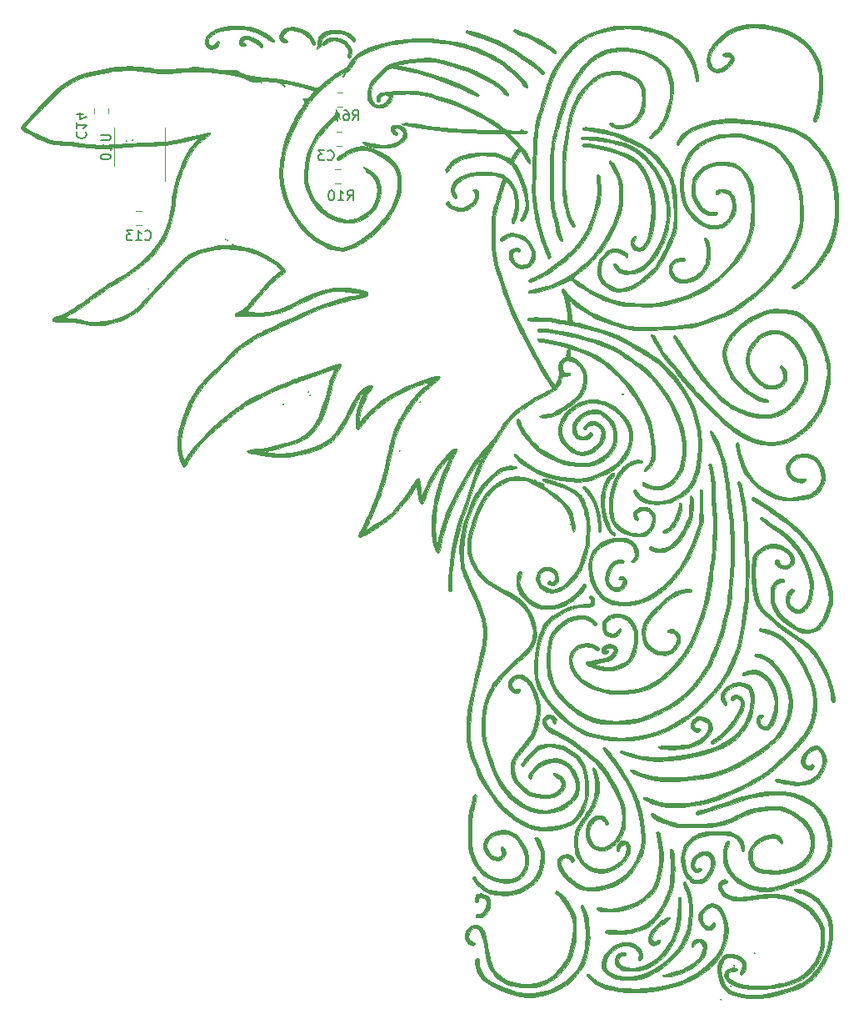
<source format=gbr>
%TF.GenerationSoftware,KiCad,Pcbnew,(5.1.9)-1*%
%TF.CreationDate,2021-07-15T19:20:44-04:00*%
%TF.ProjectId,detector_support,64657465-6374-46f7-925f-737570706f72,rev?*%
%TF.SameCoordinates,Original*%
%TF.FileFunction,Legend,Bot*%
%TF.FilePolarity,Positive*%
%FSLAX46Y46*%
G04 Gerber Fmt 4.6, Leading zero omitted, Abs format (unit mm)*
G04 Created by KiCad (PCBNEW (5.1.9)-1) date 2021-07-15 19:20:44*
%MOMM*%
%LPD*%
G01*
G04 APERTURE LIST*
%ADD10C,0.010000*%
%ADD11C,0.120000*%
%ADD12C,0.150000*%
G04 APERTURE END LIST*
D10*
%TO.C,G\u002A\u002A\u002A*%
G36*
X166497000Y-147232688D02*
G01*
X166457312Y-147193000D01*
X166417625Y-147232688D01*
X166457312Y-147272375D01*
X166497000Y-147232688D01*
G37*
X166497000Y-147232688D02*
X166457312Y-147193000D01*
X166417625Y-147232688D01*
X166457312Y-147272375D01*
X166497000Y-147232688D01*
G36*
X167528875Y-145883313D02*
G01*
X167489187Y-145843625D01*
X167449500Y-145883313D01*
X167489187Y-145923000D01*
X167528875Y-145883313D01*
G37*
X167528875Y-145883313D02*
X167489187Y-145843625D01*
X167449500Y-145883313D01*
X167489187Y-145923000D01*
X167528875Y-145883313D01*
G36*
X167821222Y-143874133D02*
G01*
X167830684Y-143750080D01*
X167814955Y-143721998D01*
X167778878Y-143745671D01*
X167773266Y-143826178D01*
X167792651Y-143910873D01*
X167821222Y-143874133D01*
G37*
X167821222Y-143874133D02*
X167830684Y-143750080D01*
X167814955Y-143721998D01*
X167778878Y-143745671D01*
X167773266Y-143826178D01*
X167792651Y-143910873D01*
X167821222Y-143874133D01*
G36*
X169910125Y-142549563D02*
G01*
X169870437Y-142509875D01*
X169830750Y-142549563D01*
X169870437Y-142589250D01*
X169910125Y-142549563D01*
G37*
X169910125Y-142549563D02*
X169870437Y-142509875D01*
X169830750Y-142549563D01*
X169870437Y-142589250D01*
X169910125Y-142549563D01*
G36*
X161130013Y-144958549D02*
G01*
X161490459Y-144900598D01*
X161899697Y-144797921D01*
X162333511Y-144655122D01*
X162767688Y-144476808D01*
X163017977Y-144354855D01*
X163690136Y-143969100D01*
X164213908Y-143584578D01*
X164599125Y-143189590D01*
X164855622Y-142772433D01*
X164993233Y-142321407D01*
X165024234Y-141967727D01*
X165015792Y-141705166D01*
X164966447Y-141534141D01*
X164850315Y-141388153D01*
X164769341Y-141312883D01*
X164456838Y-141124108D01*
X164124300Y-141091384D01*
X163785317Y-141215954D01*
X163775174Y-141222144D01*
X163574670Y-141415646D01*
X163486672Y-141653939D01*
X163509385Y-141835011D01*
X163598951Y-141944857D01*
X163706800Y-141910692D01*
X163796415Y-141760639D01*
X163934127Y-141561280D01*
X164138177Y-141426425D01*
X164269281Y-141398625D01*
X164420245Y-141466593D01*
X164563403Y-141632376D01*
X164656622Y-141838798D01*
X164671375Y-141944271D01*
X164612893Y-142317278D01*
X164457674Y-142713263D01*
X164236049Y-143060056D01*
X164171905Y-143132619D01*
X163705352Y-143535009D01*
X163121730Y-143904001D01*
X162462208Y-144218891D01*
X161767960Y-144458977D01*
X161326439Y-144563431D01*
X160940487Y-144646110D01*
X160700032Y-144720451D01*
X160592333Y-144790822D01*
X160583562Y-144817970D01*
X160652350Y-144921841D01*
X160842572Y-144967165D01*
X161130013Y-144958549D01*
G37*
X161130013Y-144958549D02*
X161490459Y-144900598D01*
X161899697Y-144797921D01*
X162333511Y-144655122D01*
X162767688Y-144476808D01*
X163017977Y-144354855D01*
X163690136Y-143969100D01*
X164213908Y-143584578D01*
X164599125Y-143189590D01*
X164855622Y-142772433D01*
X164993233Y-142321407D01*
X165024234Y-141967727D01*
X165015792Y-141705166D01*
X164966447Y-141534141D01*
X164850315Y-141388153D01*
X164769341Y-141312883D01*
X164456838Y-141124108D01*
X164124300Y-141091384D01*
X163785317Y-141215954D01*
X163775174Y-141222144D01*
X163574670Y-141415646D01*
X163486672Y-141653939D01*
X163509385Y-141835011D01*
X163598951Y-141944857D01*
X163706800Y-141910692D01*
X163796415Y-141760639D01*
X163934127Y-141561280D01*
X164138177Y-141426425D01*
X164269281Y-141398625D01*
X164420245Y-141466593D01*
X164563403Y-141632376D01*
X164656622Y-141838798D01*
X164671375Y-141944271D01*
X164612893Y-142317278D01*
X164457674Y-142713263D01*
X164236049Y-143060056D01*
X164171905Y-143132619D01*
X163705352Y-143535009D01*
X163121730Y-143904001D01*
X162462208Y-144218891D01*
X161767960Y-144458977D01*
X161326439Y-144563431D01*
X160940487Y-144646110D01*
X160700032Y-144720451D01*
X160592333Y-144790822D01*
X160583562Y-144817970D01*
X160652350Y-144921841D01*
X160842572Y-144967165D01*
X161130013Y-144958549D01*
G36*
X159878128Y-141736826D02*
G01*
X160107867Y-141631776D01*
X160264585Y-141463830D01*
X160305750Y-141306948D01*
X160254984Y-141185207D01*
X160134283Y-141173856D01*
X159991039Y-141276348D01*
X159984919Y-141283576D01*
X159831114Y-141370213D01*
X159677544Y-141382795D01*
X159504507Y-141307334D01*
X159450754Y-141133336D01*
X159516081Y-140858207D01*
X159618544Y-140631279D01*
X159766431Y-140372493D01*
X159938076Y-140150714D01*
X160164498Y-139935213D01*
X160476717Y-139695262D01*
X160767349Y-139493298D01*
X161076286Y-139262397D01*
X161253384Y-139080163D01*
X161294710Y-138952438D01*
X161196333Y-138885064D01*
X161178875Y-138881905D01*
X161059270Y-138914549D01*
X160850928Y-139017819D01*
X160594877Y-139170895D01*
X160543875Y-139204120D01*
X160057624Y-139568532D01*
X159662031Y-139952282D01*
X159364403Y-140339696D01*
X159172048Y-140715103D01*
X159092276Y-141062832D01*
X159132393Y-141367211D01*
X159299709Y-141612567D01*
X159388816Y-141681037D01*
X159622675Y-141759680D01*
X159878128Y-141736826D01*
G37*
X159878128Y-141736826D02*
X160107867Y-141631776D01*
X160264585Y-141463830D01*
X160305750Y-141306948D01*
X160254984Y-141185207D01*
X160134283Y-141173856D01*
X159991039Y-141276348D01*
X159984919Y-141283576D01*
X159831114Y-141370213D01*
X159677544Y-141382795D01*
X159504507Y-141307334D01*
X159450754Y-141133336D01*
X159516081Y-140858207D01*
X159618544Y-140631279D01*
X159766431Y-140372493D01*
X159938076Y-140150714D01*
X160164498Y-139935213D01*
X160476717Y-139695262D01*
X160767349Y-139493298D01*
X161076286Y-139262397D01*
X161253384Y-139080163D01*
X161294710Y-138952438D01*
X161196333Y-138885064D01*
X161178875Y-138881905D01*
X161059270Y-138914549D01*
X160850928Y-139017819D01*
X160594877Y-139170895D01*
X160543875Y-139204120D01*
X160057624Y-139568532D01*
X159662031Y-139952282D01*
X159364403Y-140339696D01*
X159172048Y-140715103D01*
X159092276Y-141062832D01*
X159132393Y-141367211D01*
X159299709Y-141612567D01*
X159388816Y-141681037D01*
X159622675Y-141759680D01*
X159878128Y-141736826D01*
G36*
X147480855Y-147018844D02*
G01*
X147779398Y-146982269D01*
X148126104Y-146908636D01*
X148390616Y-146842217D01*
X149361329Y-146535615D01*
X150206572Y-146146190D01*
X150941995Y-145663825D01*
X151583249Y-145078404D01*
X152100492Y-144444299D01*
X152407129Y-143970886D01*
X152641631Y-143496413D01*
X152822000Y-142974474D01*
X152966244Y-142358663D01*
X153016553Y-142083280D01*
X153086056Y-141656174D01*
X153127691Y-141317019D01*
X153143594Y-141009318D01*
X153135903Y-140676576D01*
X153106755Y-140262298D01*
X153091998Y-140088938D01*
X153039419Y-139544685D01*
X152983622Y-139119127D01*
X152916318Y-138772292D01*
X152829216Y-138464208D01*
X152714028Y-138154899D01*
X152668136Y-138045032D01*
X152534305Y-137798836D01*
X152404205Y-137678800D01*
X152293694Y-137694765D01*
X152240953Y-137779899D01*
X152245596Y-137922330D01*
X152314890Y-138117411D01*
X152322822Y-138133151D01*
X152479686Y-138538154D01*
X152603765Y-139062900D01*
X152691992Y-139671188D01*
X152741302Y-140326819D01*
X152748629Y-140993591D01*
X152710907Y-141635304D01*
X152655068Y-142056024D01*
X152478544Y-142844886D01*
X152227932Y-143524273D01*
X151883518Y-144133857D01*
X151425588Y-144713312D01*
X151232572Y-144918675D01*
X150616961Y-145449217D01*
X149903379Y-145894204D01*
X149120982Y-146244939D01*
X148298927Y-146492720D01*
X147466373Y-146628847D01*
X146652476Y-146644621D01*
X145886393Y-146531341D01*
X145854647Y-146523361D01*
X145427238Y-146396417D01*
X144933216Y-146221787D01*
X144411333Y-146015939D01*
X143900343Y-145795344D01*
X143438999Y-145576470D01*
X143066055Y-145375786D01*
X142890496Y-145263674D01*
X142450758Y-144868470D01*
X142137605Y-144405918D01*
X141963042Y-143897393D01*
X141929585Y-143553034D01*
X141905124Y-143247803D01*
X141832036Y-143091979D01*
X141708530Y-143083285D01*
X141610268Y-143147090D01*
X141517047Y-143320826D01*
X141506752Y-143592421D01*
X141569990Y-143930589D01*
X141697367Y-144304045D01*
X141879489Y-144681503D01*
X142106963Y-145031677D01*
X142216541Y-145166255D01*
X142548134Y-145466021D01*
X143007426Y-145770221D01*
X143564239Y-146066663D01*
X144188395Y-146343153D01*
X144849718Y-146587501D01*
X145518028Y-146787512D01*
X146163149Y-146930996D01*
X146754903Y-147005760D01*
X146772312Y-147006862D01*
X147166488Y-147024871D01*
X147480855Y-147018844D01*
G37*
X147480855Y-147018844D02*
X147779398Y-146982269D01*
X148126104Y-146908636D01*
X148390616Y-146842217D01*
X149361329Y-146535615D01*
X150206572Y-146146190D01*
X150941995Y-145663825D01*
X151583249Y-145078404D01*
X152100492Y-144444299D01*
X152407129Y-143970886D01*
X152641631Y-143496413D01*
X152822000Y-142974474D01*
X152966244Y-142358663D01*
X153016553Y-142083280D01*
X153086056Y-141656174D01*
X153127691Y-141317019D01*
X153143594Y-141009318D01*
X153135903Y-140676576D01*
X153106755Y-140262298D01*
X153091998Y-140088938D01*
X153039419Y-139544685D01*
X152983622Y-139119127D01*
X152916318Y-138772292D01*
X152829216Y-138464208D01*
X152714028Y-138154899D01*
X152668136Y-138045032D01*
X152534305Y-137798836D01*
X152404205Y-137678800D01*
X152293694Y-137694765D01*
X152240953Y-137779899D01*
X152245596Y-137922330D01*
X152314890Y-138117411D01*
X152322822Y-138133151D01*
X152479686Y-138538154D01*
X152603765Y-139062900D01*
X152691992Y-139671188D01*
X152741302Y-140326819D01*
X152748629Y-140993591D01*
X152710907Y-141635304D01*
X152655068Y-142056024D01*
X152478544Y-142844886D01*
X152227932Y-143524273D01*
X151883518Y-144133857D01*
X151425588Y-144713312D01*
X151232572Y-144918675D01*
X150616961Y-145449217D01*
X149903379Y-145894204D01*
X149120982Y-146244939D01*
X148298927Y-146492720D01*
X147466373Y-146628847D01*
X146652476Y-146644621D01*
X145886393Y-146531341D01*
X145854647Y-146523361D01*
X145427238Y-146396417D01*
X144933216Y-146221787D01*
X144411333Y-146015939D01*
X143900343Y-145795344D01*
X143438999Y-145576470D01*
X143066055Y-145375786D01*
X142890496Y-145263674D01*
X142450758Y-144868470D01*
X142137605Y-144405918D01*
X141963042Y-143897393D01*
X141929585Y-143553034D01*
X141905124Y-143247803D01*
X141832036Y-143091979D01*
X141708530Y-143083285D01*
X141610268Y-143147090D01*
X141517047Y-143320826D01*
X141506752Y-143592421D01*
X141569990Y-143930589D01*
X141697367Y-144304045D01*
X141879489Y-144681503D01*
X142106963Y-145031677D01*
X142216541Y-145166255D01*
X142548134Y-145466021D01*
X143007426Y-145770221D01*
X143564239Y-146066663D01*
X144188395Y-146343153D01*
X144849718Y-146587501D01*
X145518028Y-146787512D01*
X146163149Y-146930996D01*
X146754903Y-147005760D01*
X146772312Y-147006862D01*
X147166488Y-147024871D01*
X147480855Y-147018844D01*
G36*
X158598206Y-146541763D02*
G01*
X159350918Y-146482771D01*
X160394843Y-146317390D01*
X161418045Y-146070952D01*
X162400973Y-145752506D01*
X163324076Y-145371099D01*
X164167802Y-144935778D01*
X164912599Y-144455590D01*
X165538917Y-143939583D01*
X166027203Y-143396803D01*
X166031079Y-143391599D01*
X166534527Y-142611139D01*
X166899728Y-141817165D01*
X167124870Y-141022236D01*
X167208141Y-140238913D01*
X167147729Y-139479754D01*
X166941822Y-138757319D01*
X166756610Y-138363009D01*
X166478819Y-137940292D01*
X166181070Y-137665888D01*
X165849891Y-137529492D01*
X165640956Y-137509547D01*
X165296561Y-137551913D01*
X165022234Y-137658911D01*
X164748329Y-137875158D01*
X164496339Y-138158318D01*
X164306896Y-138456376D01*
X164226242Y-138677953D01*
X164210168Y-139106126D01*
X164338070Y-139492017D01*
X164617224Y-139857166D01*
X164628082Y-139868096D01*
X164850701Y-140070651D01*
X165030740Y-140174327D01*
X165220702Y-140207373D01*
X165259851Y-140208000D01*
X165528769Y-140152230D01*
X165755714Y-140008478D01*
X165899844Y-139812090D01*
X165926830Y-139630841D01*
X165857009Y-139486180D01*
X165737794Y-139467482D01*
X165615975Y-139574419D01*
X165584897Y-139633256D01*
X165448922Y-139806169D01*
X165269586Y-139853680D01*
X165071832Y-139793688D01*
X164880603Y-139644096D01*
X164720843Y-139422803D01*
X164617494Y-139147711D01*
X164592000Y-138920680D01*
X164656780Y-138616586D01*
X164828231Y-138326115D01*
X165072018Y-138080462D01*
X165353808Y-137910822D01*
X165639265Y-137848390D01*
X165756430Y-137862732D01*
X166024771Y-138009142D01*
X166289903Y-138311312D01*
X166549209Y-138766257D01*
X166551192Y-138770378D01*
X166703250Y-139215966D01*
X166791891Y-139759302D01*
X166814302Y-140351406D01*
X166767665Y-140943297D01*
X166697259Y-141311814D01*
X166436307Y-142051653D01*
X166029566Y-142760682D01*
X165488854Y-143427106D01*
X164825990Y-144039130D01*
X164052792Y-144584959D01*
X163181078Y-145052798D01*
X162771043Y-145230223D01*
X161716275Y-145613394D01*
X160702884Y-145888978D01*
X159680793Y-146066542D01*
X158599925Y-146155656D01*
X157849132Y-146170687D01*
X156925448Y-146148964D01*
X156132338Y-146083025D01*
X155447066Y-145969855D01*
X154846894Y-145806438D01*
X154693511Y-145752202D01*
X154359452Y-145619032D01*
X154091520Y-145484470D01*
X153834829Y-145315513D01*
X153534491Y-145079156D01*
X153431254Y-144993176D01*
X153158335Y-144778311D01*
X152979146Y-144675331D01*
X152879432Y-144679758D01*
X152844937Y-144787113D01*
X152844500Y-144808857D01*
X152908018Y-144946385D01*
X153078391Y-145138979D01*
X153325345Y-145361723D01*
X153618610Y-145589696D01*
X153927911Y-145797981D01*
X154222976Y-145961658D01*
X154273250Y-145984910D01*
X154797631Y-146170809D01*
X155444806Y-146323807D01*
X156181614Y-146440653D01*
X156974892Y-146518095D01*
X157791476Y-146552883D01*
X158598206Y-146541763D01*
G37*
X158598206Y-146541763D02*
X159350918Y-146482771D01*
X160394843Y-146317390D01*
X161418045Y-146070952D01*
X162400973Y-145752506D01*
X163324076Y-145371099D01*
X164167802Y-144935778D01*
X164912599Y-144455590D01*
X165538917Y-143939583D01*
X166027203Y-143396803D01*
X166031079Y-143391599D01*
X166534527Y-142611139D01*
X166899728Y-141817165D01*
X167124870Y-141022236D01*
X167208141Y-140238913D01*
X167147729Y-139479754D01*
X166941822Y-138757319D01*
X166756610Y-138363009D01*
X166478819Y-137940292D01*
X166181070Y-137665888D01*
X165849891Y-137529492D01*
X165640956Y-137509547D01*
X165296561Y-137551913D01*
X165022234Y-137658911D01*
X164748329Y-137875158D01*
X164496339Y-138158318D01*
X164306896Y-138456376D01*
X164226242Y-138677953D01*
X164210168Y-139106126D01*
X164338070Y-139492017D01*
X164617224Y-139857166D01*
X164628082Y-139868096D01*
X164850701Y-140070651D01*
X165030740Y-140174327D01*
X165220702Y-140207373D01*
X165259851Y-140208000D01*
X165528769Y-140152230D01*
X165755714Y-140008478D01*
X165899844Y-139812090D01*
X165926830Y-139630841D01*
X165857009Y-139486180D01*
X165737794Y-139467482D01*
X165615975Y-139574419D01*
X165584897Y-139633256D01*
X165448922Y-139806169D01*
X165269586Y-139853680D01*
X165071832Y-139793688D01*
X164880603Y-139644096D01*
X164720843Y-139422803D01*
X164617494Y-139147711D01*
X164592000Y-138920680D01*
X164656780Y-138616586D01*
X164828231Y-138326115D01*
X165072018Y-138080462D01*
X165353808Y-137910822D01*
X165639265Y-137848390D01*
X165756430Y-137862732D01*
X166024771Y-138009142D01*
X166289903Y-138311312D01*
X166549209Y-138766257D01*
X166551192Y-138770378D01*
X166703250Y-139215966D01*
X166791891Y-139759302D01*
X166814302Y-140351406D01*
X166767665Y-140943297D01*
X166697259Y-141311814D01*
X166436307Y-142051653D01*
X166029566Y-142760682D01*
X165488854Y-143427106D01*
X164825990Y-144039130D01*
X164052792Y-144584959D01*
X163181078Y-145052798D01*
X162771043Y-145230223D01*
X161716275Y-145613394D01*
X160702884Y-145888978D01*
X159680793Y-146066542D01*
X158599925Y-146155656D01*
X157849132Y-146170687D01*
X156925448Y-146148964D01*
X156132338Y-146083025D01*
X155447066Y-145969855D01*
X154846894Y-145806438D01*
X154693511Y-145752202D01*
X154359452Y-145619032D01*
X154091520Y-145484470D01*
X153834829Y-145315513D01*
X153534491Y-145079156D01*
X153431254Y-144993176D01*
X153158335Y-144778311D01*
X152979146Y-144675331D01*
X152879432Y-144679758D01*
X152844937Y-144787113D01*
X152844500Y-144808857D01*
X152908018Y-144946385D01*
X153078391Y-145138979D01*
X153325345Y-145361723D01*
X153618610Y-145589696D01*
X153927911Y-145797981D01*
X154222976Y-145961658D01*
X154273250Y-145984910D01*
X154797631Y-146170809D01*
X155444806Y-146323807D01*
X156181614Y-146440653D01*
X156974892Y-146518095D01*
X157791476Y-146552883D01*
X158598206Y-146541763D01*
G36*
X157864031Y-144360682D02*
G01*
X158178673Y-144335404D01*
X158449532Y-144282949D01*
X158733962Y-144194246D01*
X158877000Y-144141843D01*
X159393826Y-143919922D01*
X159824452Y-143664059D01*
X160228875Y-143334350D01*
X160514816Y-143052509D01*
X161063418Y-142432441D01*
X161492846Y-141824311D01*
X161831120Y-141180595D01*
X162106260Y-140453771D01*
X162171875Y-140242093D01*
X162255787Y-139939454D01*
X162317274Y-139654562D01*
X162361186Y-139348683D01*
X162392371Y-138983083D01*
X162415677Y-138519027D01*
X162427027Y-138203782D01*
X162442510Y-137716859D01*
X162450483Y-137366221D01*
X162448827Y-137129496D01*
X162435423Y-136984309D01*
X162408152Y-136908288D01*
X162364894Y-136879060D01*
X162303531Y-136874251D01*
X162301101Y-136874250D01*
X162161411Y-136898069D01*
X162121068Y-136933782D01*
X162118146Y-137036256D01*
X162119596Y-137255027D01*
X162125052Y-137547708D01*
X162127022Y-137628313D01*
X162102204Y-138486252D01*
X161991021Y-139355883D01*
X161802671Y-140191769D01*
X161546355Y-140948475D01*
X161381370Y-141311242D01*
X161180080Y-141648441D01*
X160897277Y-142044740D01*
X160570271Y-142453962D01*
X160236369Y-142829928D01*
X159932879Y-143126462D01*
X159875362Y-143175256D01*
X159344538Y-143525738D01*
X158704081Y-143807229D01*
X158047199Y-143990864D01*
X157674442Y-144053801D01*
X157356208Y-144063586D01*
X156998174Y-144022258D01*
X156951534Y-144014549D01*
X156544857Y-143915415D01*
X156278049Y-143772372D01*
X156135415Y-143573134D01*
X156100090Y-143348190D01*
X156136149Y-143082178D01*
X156261662Y-142925170D01*
X156507614Y-142841564D01*
X156547013Y-142834722D01*
X156756477Y-142780128D01*
X156843763Y-142691848D01*
X156852937Y-142627592D01*
X156829202Y-142528335D01*
X156730682Y-142484224D01*
X156516402Y-142477313D01*
X156510144Y-142477441D01*
X156179294Y-142548053D01*
X155934338Y-142723880D01*
X155778573Y-142974565D01*
X155715296Y-143269755D01*
X155747803Y-143579092D01*
X155879392Y-143872222D01*
X156113360Y-144118789D01*
X156318894Y-144238379D01*
X156539340Y-144308034D01*
X156839977Y-144349635D01*
X157253283Y-144366904D01*
X157448250Y-144367858D01*
X157864031Y-144360682D01*
G37*
X157864031Y-144360682D02*
X158178673Y-144335404D01*
X158449532Y-144282949D01*
X158733962Y-144194246D01*
X158877000Y-144141843D01*
X159393826Y-143919922D01*
X159824452Y-143664059D01*
X160228875Y-143334350D01*
X160514816Y-143052509D01*
X161063418Y-142432441D01*
X161492846Y-141824311D01*
X161831120Y-141180595D01*
X162106260Y-140453771D01*
X162171875Y-140242093D01*
X162255787Y-139939454D01*
X162317274Y-139654562D01*
X162361186Y-139348683D01*
X162392371Y-138983083D01*
X162415677Y-138519027D01*
X162427027Y-138203782D01*
X162442510Y-137716859D01*
X162450483Y-137366221D01*
X162448827Y-137129496D01*
X162435423Y-136984309D01*
X162408152Y-136908288D01*
X162364894Y-136879060D01*
X162303531Y-136874251D01*
X162301101Y-136874250D01*
X162161411Y-136898069D01*
X162121068Y-136933782D01*
X162118146Y-137036256D01*
X162119596Y-137255027D01*
X162125052Y-137547708D01*
X162127022Y-137628313D01*
X162102204Y-138486252D01*
X161991021Y-139355883D01*
X161802671Y-140191769D01*
X161546355Y-140948475D01*
X161381370Y-141311242D01*
X161180080Y-141648441D01*
X160897277Y-142044740D01*
X160570271Y-142453962D01*
X160236369Y-142829928D01*
X159932879Y-143126462D01*
X159875362Y-143175256D01*
X159344538Y-143525738D01*
X158704081Y-143807229D01*
X158047199Y-143990864D01*
X157674442Y-144053801D01*
X157356208Y-144063586D01*
X156998174Y-144022258D01*
X156951534Y-144014549D01*
X156544857Y-143915415D01*
X156278049Y-143772372D01*
X156135415Y-143573134D01*
X156100090Y-143348190D01*
X156136149Y-143082178D01*
X156261662Y-142925170D01*
X156507614Y-142841564D01*
X156547013Y-142834722D01*
X156756477Y-142780128D01*
X156843763Y-142691848D01*
X156852937Y-142627592D01*
X156829202Y-142528335D01*
X156730682Y-142484224D01*
X156516402Y-142477313D01*
X156510144Y-142477441D01*
X156179294Y-142548053D01*
X155934338Y-142723880D01*
X155778573Y-142974565D01*
X155715296Y-143269755D01*
X155747803Y-143579092D01*
X155879392Y-143872222D01*
X156113360Y-144118789D01*
X156318894Y-144238379D01*
X156539340Y-144308034D01*
X156839977Y-144349635D01*
X157253283Y-144366904D01*
X157448250Y-144367858D01*
X157864031Y-144360682D01*
G36*
X142160331Y-138921787D02*
G01*
X142336233Y-138852781D01*
X142523514Y-138700437D01*
X142600938Y-138624687D01*
X142866113Y-138275942D01*
X143019205Y-137893192D01*
X143061950Y-137506277D01*
X142996086Y-137145038D01*
X142823352Y-136839314D01*
X142545485Y-136618945D01*
X142482438Y-136589808D01*
X142117053Y-136487735D01*
X141825646Y-136514499D01*
X141711057Y-136576594D01*
X141546682Y-136786009D01*
X141476380Y-137053536D01*
X141503629Y-137257175D01*
X141607546Y-137402203D01*
X141728812Y-137414159D01*
X141823631Y-137306471D01*
X141851062Y-137150643D01*
X141871925Y-136983451D01*
X141967468Y-136910988D01*
X142104351Y-136889414D01*
X142382182Y-136927825D01*
X142576926Y-137094384D01*
X142675199Y-137374611D01*
X142684500Y-137517098D01*
X142624710Y-137927058D01*
X142458349Y-138262237D01*
X142204928Y-138498945D01*
X141883960Y-138613496D01*
X141775629Y-138620500D01*
X141618054Y-138656175D01*
X141573250Y-138779250D01*
X141596620Y-138878457D01*
X141693664Y-138925368D01*
X141904777Y-138937940D01*
X141930437Y-138938000D01*
X142160331Y-138921787D01*
G37*
X142160331Y-138921787D02*
X142336233Y-138852781D01*
X142523514Y-138700437D01*
X142600938Y-138624687D01*
X142866113Y-138275942D01*
X143019205Y-137893192D01*
X143061950Y-137506277D01*
X142996086Y-137145038D01*
X142823352Y-136839314D01*
X142545485Y-136618945D01*
X142482438Y-136589808D01*
X142117053Y-136487735D01*
X141825646Y-136514499D01*
X141711057Y-136576594D01*
X141546682Y-136786009D01*
X141476380Y-137053536D01*
X141503629Y-137257175D01*
X141607546Y-137402203D01*
X141728812Y-137414159D01*
X141823631Y-137306471D01*
X141851062Y-137150643D01*
X141871925Y-136983451D01*
X141967468Y-136910988D01*
X142104351Y-136889414D01*
X142382182Y-136927825D01*
X142576926Y-137094384D01*
X142675199Y-137374611D01*
X142684500Y-137517098D01*
X142624710Y-137927058D01*
X142458349Y-138262237D01*
X142204928Y-138498945D01*
X141883960Y-138613496D01*
X141775629Y-138620500D01*
X141618054Y-138656175D01*
X141573250Y-138779250D01*
X141596620Y-138878457D01*
X141693664Y-138925368D01*
X141904777Y-138937940D01*
X141930437Y-138938000D01*
X142160331Y-138921787D01*
G36*
X147555232Y-145992694D02*
G01*
X148250476Y-145848319D01*
X148859652Y-145622967D01*
X149145531Y-145466454D01*
X149577379Y-145144543D01*
X150033543Y-144721078D01*
X150474261Y-144239749D01*
X150859771Y-143744245D01*
X151150311Y-143278257D01*
X151167834Y-143244399D01*
X151259200Y-143024282D01*
X151368964Y-142699235D01*
X151481039Y-142319289D01*
X151550689Y-142053774D01*
X151641750Y-141659278D01*
X151703384Y-141310563D01*
X151741182Y-140955947D01*
X151760734Y-140543751D01*
X151767513Y-140049250D01*
X151772937Y-138898313D01*
X151478452Y-138281595D01*
X151272877Y-137894118D01*
X151034698Y-137514318D01*
X150778410Y-137157363D01*
X150518510Y-136838420D01*
X150269493Y-136572654D01*
X150045855Y-136375235D01*
X149862091Y-136261328D01*
X149732698Y-136246102D01*
X149672172Y-136344722D01*
X149669500Y-136388872D01*
X149731194Y-136542035D01*
X149848662Y-136655885D01*
X150013067Y-136802645D01*
X150231096Y-137050272D01*
X150476010Y-137362727D01*
X150721069Y-137703971D01*
X150939534Y-138037964D01*
X151104666Y-138328668D01*
X151132704Y-138386505D01*
X151265256Y-138716098D01*
X151379518Y-139073801D01*
X151421542Y-139244180D01*
X151463410Y-139645412D01*
X151454720Y-140155578D01*
X151402094Y-140735517D01*
X151312153Y-141346067D01*
X151191519Y-141948068D01*
X151046815Y-142502359D01*
X150884661Y-142969779D01*
X150742008Y-143262967D01*
X150326990Y-143865254D01*
X149840016Y-144419781D01*
X149314938Y-144892881D01*
X148785609Y-145250884D01*
X148694239Y-145299612D01*
X148234385Y-145474851D01*
X147668502Y-145598418D01*
X147041879Y-145666646D01*
X146399807Y-145675867D01*
X145787573Y-145622416D01*
X145463699Y-145561182D01*
X144837403Y-145349176D01*
X144268150Y-145013869D01*
X143894369Y-144705057D01*
X143652759Y-144462555D01*
X143454513Y-144210315D01*
X143290779Y-143924990D01*
X143152702Y-143583234D01*
X143031427Y-143161699D01*
X142918101Y-142637039D01*
X142803870Y-141985907D01*
X142760833Y-141716125D01*
X142641576Y-141057779D01*
X142508507Y-140544204D01*
X142353337Y-140161517D01*
X142167781Y-139895836D01*
X141943551Y-139733277D01*
X141672361Y-139659958D01*
X141528948Y-139652375D01*
X141177709Y-139726246D01*
X140867347Y-139926687D01*
X140627167Y-140221941D01*
X140486476Y-140580249D01*
X140462000Y-140808611D01*
X140516646Y-141114579D01*
X140660727Y-141394283D01*
X140864452Y-141615810D01*
X141098032Y-141747245D01*
X141331678Y-141756671D01*
X141343606Y-141753121D01*
X141462610Y-141659364D01*
X141462528Y-141533039D01*
X141353906Y-141433219D01*
X141283071Y-141414035D01*
X141046322Y-141312206D01*
X140897260Y-141111031D01*
X140841836Y-140847251D01*
X140885999Y-140557610D01*
X141035697Y-140278850D01*
X141089158Y-140216395D01*
X141338588Y-140021746D01*
X141580572Y-139984929D01*
X141822509Y-140105722D01*
X141914674Y-140191548D01*
X142027305Y-140341537D01*
X142126781Y-140552361D01*
X142218751Y-140844485D01*
X142308867Y-141238375D01*
X142402779Y-141754493D01*
X142479696Y-142237993D01*
X142614220Y-142981068D01*
X142777078Y-143592510D01*
X142981435Y-144098710D01*
X143240454Y-144526058D01*
X143567302Y-144900946D01*
X143975144Y-145249765D01*
X143986354Y-145258276D01*
X144395810Y-145537219D01*
X144801983Y-145739096D01*
X145252128Y-145881186D01*
X145793503Y-145980767D01*
X146050597Y-146013070D01*
X146809934Y-146049731D01*
X147555232Y-145992694D01*
G37*
X147555232Y-145992694D02*
X148250476Y-145848319D01*
X148859652Y-145622967D01*
X149145531Y-145466454D01*
X149577379Y-145144543D01*
X150033543Y-144721078D01*
X150474261Y-144239749D01*
X150859771Y-143744245D01*
X151150311Y-143278257D01*
X151167834Y-143244399D01*
X151259200Y-143024282D01*
X151368964Y-142699235D01*
X151481039Y-142319289D01*
X151550689Y-142053774D01*
X151641750Y-141659278D01*
X151703384Y-141310563D01*
X151741182Y-140955947D01*
X151760734Y-140543751D01*
X151767513Y-140049250D01*
X151772937Y-138898313D01*
X151478452Y-138281595D01*
X151272877Y-137894118D01*
X151034698Y-137514318D01*
X150778410Y-137157363D01*
X150518510Y-136838420D01*
X150269493Y-136572654D01*
X150045855Y-136375235D01*
X149862091Y-136261328D01*
X149732698Y-136246102D01*
X149672172Y-136344722D01*
X149669500Y-136388872D01*
X149731194Y-136542035D01*
X149848662Y-136655885D01*
X150013067Y-136802645D01*
X150231096Y-137050272D01*
X150476010Y-137362727D01*
X150721069Y-137703971D01*
X150939534Y-138037964D01*
X151104666Y-138328668D01*
X151132704Y-138386505D01*
X151265256Y-138716098D01*
X151379518Y-139073801D01*
X151421542Y-139244180D01*
X151463410Y-139645412D01*
X151454720Y-140155578D01*
X151402094Y-140735517D01*
X151312153Y-141346067D01*
X151191519Y-141948068D01*
X151046815Y-142502359D01*
X150884661Y-142969779D01*
X150742008Y-143262967D01*
X150326990Y-143865254D01*
X149840016Y-144419781D01*
X149314938Y-144892881D01*
X148785609Y-145250884D01*
X148694239Y-145299612D01*
X148234385Y-145474851D01*
X147668502Y-145598418D01*
X147041879Y-145666646D01*
X146399807Y-145675867D01*
X145787573Y-145622416D01*
X145463699Y-145561182D01*
X144837403Y-145349176D01*
X144268150Y-145013869D01*
X143894369Y-144705057D01*
X143652759Y-144462555D01*
X143454513Y-144210315D01*
X143290779Y-143924990D01*
X143152702Y-143583234D01*
X143031427Y-143161699D01*
X142918101Y-142637039D01*
X142803870Y-141985907D01*
X142760833Y-141716125D01*
X142641576Y-141057779D01*
X142508507Y-140544204D01*
X142353337Y-140161517D01*
X142167781Y-139895836D01*
X141943551Y-139733277D01*
X141672361Y-139659958D01*
X141528948Y-139652375D01*
X141177709Y-139726246D01*
X140867347Y-139926687D01*
X140627167Y-140221941D01*
X140486476Y-140580249D01*
X140462000Y-140808611D01*
X140516646Y-141114579D01*
X140660727Y-141394283D01*
X140864452Y-141615810D01*
X141098032Y-141747245D01*
X141331678Y-141756671D01*
X141343606Y-141753121D01*
X141462610Y-141659364D01*
X141462528Y-141533039D01*
X141353906Y-141433219D01*
X141283071Y-141414035D01*
X141046322Y-141312206D01*
X140897260Y-141111031D01*
X140841836Y-140847251D01*
X140885999Y-140557610D01*
X141035697Y-140278850D01*
X141089158Y-140216395D01*
X141338588Y-140021746D01*
X141580572Y-139984929D01*
X141822509Y-140105722D01*
X141914674Y-140191548D01*
X142027305Y-140341537D01*
X142126781Y-140552361D01*
X142218751Y-140844485D01*
X142308867Y-141238375D01*
X142402779Y-141754493D01*
X142479696Y-142237993D01*
X142614220Y-142981068D01*
X142777078Y-143592510D01*
X142981435Y-144098710D01*
X143240454Y-144526058D01*
X143567302Y-144900946D01*
X143975144Y-145249765D01*
X143986354Y-145258276D01*
X144395810Y-145537219D01*
X144801983Y-145739096D01*
X145252128Y-145881186D01*
X145793503Y-145980767D01*
X146050597Y-146013070D01*
X146809934Y-146049731D01*
X147555232Y-145992694D01*
G36*
X170385083Y-147154923D02*
G01*
X171316009Y-147033979D01*
X172334711Y-146802130D01*
X173204187Y-146538493D01*
X173781444Y-146340432D01*
X174237486Y-146169828D01*
X174604142Y-146011971D01*
X174913243Y-145852150D01*
X175196621Y-145675655D01*
X175429613Y-145510032D01*
X176032443Y-144974756D01*
X176578368Y-144318205D01*
X177048206Y-143573307D01*
X177422778Y-142772988D01*
X177682900Y-141950178D01*
X177771791Y-141489361D01*
X177822523Y-140960589D01*
X177832618Y-140393953D01*
X177804462Y-139838584D01*
X177740440Y-139343609D01*
X177649822Y-138977688D01*
X177433133Y-138486762D01*
X177120379Y-137960142D01*
X176747113Y-137450892D01*
X176348892Y-137012073D01*
X176304409Y-136969743D01*
X175746911Y-136541896D01*
X175122926Y-136226598D01*
X174473902Y-136043742D01*
X174332537Y-136023342D01*
X174101144Y-136002229D01*
X173990333Y-136017239D01*
X173964160Y-136078006D01*
X173969958Y-136120504D01*
X174035256Y-136209688D01*
X174209079Y-136306632D01*
X174510012Y-136420397D01*
X174732067Y-136492062D01*
X175279231Y-136696329D01*
X175734145Y-136951773D01*
X176133269Y-137286814D01*
X176513062Y-137729867D01*
X176751103Y-138065732D01*
X177063587Y-138576456D01*
X177275087Y-139047082D01*
X177401251Y-139530657D01*
X177457725Y-140080228D01*
X177464563Y-140484440D01*
X177444864Y-141093661D01*
X177386777Y-141605344D01*
X177279636Y-142078263D01*
X177112774Y-142571191D01*
X177062657Y-142698997D01*
X176721345Y-143406426D01*
X176287905Y-144075544D01*
X175786608Y-144678023D01*
X175241728Y-145185533D01*
X174677536Y-145569747D01*
X174542736Y-145640080D01*
X174045459Y-145857582D01*
X173441395Y-146081061D01*
X172780962Y-146294404D01*
X172114579Y-146481497D01*
X171492664Y-146626226D01*
X171400071Y-146644486D01*
X170662076Y-146750018D01*
X169926571Y-146788862D01*
X169219303Y-146764074D01*
X168566019Y-146678712D01*
X167992466Y-146535832D01*
X167524393Y-146338491D01*
X167252901Y-146152092D01*
X166932067Y-145774118D01*
X166693185Y-145298736D01*
X166547661Y-144770753D01*
X166506902Y-144234976D01*
X166582314Y-143736211D01*
X166613690Y-143641150D01*
X166768029Y-143305915D01*
X166952902Y-143102904D01*
X167202560Y-143005632D01*
X167460842Y-142986126D01*
X167932254Y-143042081D01*
X168301366Y-143206688D01*
X168557256Y-143475059D01*
X168558715Y-143477443D01*
X168683695Y-143731307D01*
X168704460Y-143953404D01*
X168619963Y-144204143D01*
X168543578Y-144349084D01*
X168441270Y-144550127D01*
X168421424Y-144662744D01*
X168477105Y-144729690D01*
X168481385Y-144732382D01*
X168625241Y-144741765D01*
X168777489Y-144629358D01*
X168914957Y-144428953D01*
X169014476Y-144174340D01*
X169052874Y-143899311D01*
X169052875Y-143898938D01*
X168978877Y-143519115D01*
X168775015Y-143180988D01*
X168468490Y-142903164D01*
X168086500Y-142704251D01*
X167656243Y-142602859D01*
X167204920Y-142617596D01*
X167185208Y-142621164D01*
X166826278Y-142764506D01*
X166531015Y-143032951D01*
X166309547Y-143402155D01*
X166171999Y-143847772D01*
X166128497Y-144345458D01*
X166189169Y-144870868D01*
X166211065Y-144963124D01*
X166402337Y-145544630D01*
X166659066Y-146021333D01*
X166995171Y-146402394D01*
X167424569Y-146696975D01*
X167961178Y-146914239D01*
X168618916Y-147063348D01*
X169411702Y-147153464D01*
X169552937Y-147163078D01*
X170385083Y-147154923D01*
G37*
X170385083Y-147154923D02*
X171316009Y-147033979D01*
X172334711Y-146802130D01*
X173204187Y-146538493D01*
X173781444Y-146340432D01*
X174237486Y-146169828D01*
X174604142Y-146011971D01*
X174913243Y-145852150D01*
X175196621Y-145675655D01*
X175429613Y-145510032D01*
X176032443Y-144974756D01*
X176578368Y-144318205D01*
X177048206Y-143573307D01*
X177422778Y-142772988D01*
X177682900Y-141950178D01*
X177771791Y-141489361D01*
X177822523Y-140960589D01*
X177832618Y-140393953D01*
X177804462Y-139838584D01*
X177740440Y-139343609D01*
X177649822Y-138977688D01*
X177433133Y-138486762D01*
X177120379Y-137960142D01*
X176747113Y-137450892D01*
X176348892Y-137012073D01*
X176304409Y-136969743D01*
X175746911Y-136541896D01*
X175122926Y-136226598D01*
X174473902Y-136043742D01*
X174332537Y-136023342D01*
X174101144Y-136002229D01*
X173990333Y-136017239D01*
X173964160Y-136078006D01*
X173969958Y-136120504D01*
X174035256Y-136209688D01*
X174209079Y-136306632D01*
X174510012Y-136420397D01*
X174732067Y-136492062D01*
X175279231Y-136696329D01*
X175734145Y-136951773D01*
X176133269Y-137286814D01*
X176513062Y-137729867D01*
X176751103Y-138065732D01*
X177063587Y-138576456D01*
X177275087Y-139047082D01*
X177401251Y-139530657D01*
X177457725Y-140080228D01*
X177464563Y-140484440D01*
X177444864Y-141093661D01*
X177386777Y-141605344D01*
X177279636Y-142078263D01*
X177112774Y-142571191D01*
X177062657Y-142698997D01*
X176721345Y-143406426D01*
X176287905Y-144075544D01*
X175786608Y-144678023D01*
X175241728Y-145185533D01*
X174677536Y-145569747D01*
X174542736Y-145640080D01*
X174045459Y-145857582D01*
X173441395Y-146081061D01*
X172780962Y-146294404D01*
X172114579Y-146481497D01*
X171492664Y-146626226D01*
X171400071Y-146644486D01*
X170662076Y-146750018D01*
X169926571Y-146788862D01*
X169219303Y-146764074D01*
X168566019Y-146678712D01*
X167992466Y-146535832D01*
X167524393Y-146338491D01*
X167252901Y-146152092D01*
X166932067Y-145774118D01*
X166693185Y-145298736D01*
X166547661Y-144770753D01*
X166506902Y-144234976D01*
X166582314Y-143736211D01*
X166613690Y-143641150D01*
X166768029Y-143305915D01*
X166952902Y-143102904D01*
X167202560Y-143005632D01*
X167460842Y-142986126D01*
X167932254Y-143042081D01*
X168301366Y-143206688D01*
X168557256Y-143475059D01*
X168558715Y-143477443D01*
X168683695Y-143731307D01*
X168704460Y-143953404D01*
X168619963Y-144204143D01*
X168543578Y-144349084D01*
X168441270Y-144550127D01*
X168421424Y-144662744D01*
X168477105Y-144729690D01*
X168481385Y-144732382D01*
X168625241Y-144741765D01*
X168777489Y-144629358D01*
X168914957Y-144428953D01*
X169014476Y-144174340D01*
X169052874Y-143899311D01*
X169052875Y-143898938D01*
X168978877Y-143519115D01*
X168775015Y-143180988D01*
X168468490Y-142903164D01*
X168086500Y-142704251D01*
X167656243Y-142602859D01*
X167204920Y-142617596D01*
X167185208Y-142621164D01*
X166826278Y-142764506D01*
X166531015Y-143032951D01*
X166309547Y-143402155D01*
X166171999Y-143847772D01*
X166128497Y-144345458D01*
X166189169Y-144870868D01*
X166211065Y-144963124D01*
X166402337Y-145544630D01*
X166659066Y-146021333D01*
X166995171Y-146402394D01*
X167424569Y-146696975D01*
X167961178Y-146914239D01*
X168618916Y-147063348D01*
X169411702Y-147153464D01*
X169552937Y-147163078D01*
X170385083Y-147154923D01*
G36*
X156980734Y-145280236D02*
G01*
X157278830Y-145269358D01*
X157721450Y-145244564D01*
X158059045Y-145207645D01*
X158345323Y-145148663D01*
X158633995Y-145057682D01*
X158837312Y-144981008D01*
X159356573Y-144761816D01*
X159817366Y-144527537D01*
X160262142Y-144252110D01*
X160733352Y-143909473D01*
X161219234Y-143518688D01*
X161854819Y-142936112D01*
X162378857Y-142324775D01*
X162831408Y-141634241D01*
X163073885Y-141183581D01*
X163282435Y-140654330D01*
X163441673Y-140013265D01*
X163548635Y-139300404D01*
X163600359Y-138555768D01*
X163593882Y-137819374D01*
X163526241Y-137131241D01*
X163413502Y-136596438D01*
X163257043Y-136096091D01*
X163102647Y-135705621D01*
X162956416Y-135434469D01*
X162824449Y-135292076D01*
X162712846Y-135287884D01*
X162639282Y-135398117D01*
X162647441Y-135531293D01*
X162717624Y-135738472D01*
X162764210Y-135838132D01*
X162988098Y-136407458D01*
X163144590Y-137083616D01*
X163231086Y-137828514D01*
X163244988Y-138604059D01*
X163183694Y-139372159D01*
X163052564Y-140063762D01*
X162788986Y-140852263D01*
X162415840Y-141607088D01*
X161959232Y-142278564D01*
X161774187Y-142496131D01*
X161152221Y-143108502D01*
X160461032Y-143661942D01*
X159731130Y-144137612D01*
X158993021Y-144516675D01*
X158277212Y-144780295D01*
X157942791Y-144861829D01*
X157307800Y-144939258D01*
X156676786Y-144928185D01*
X156082210Y-144834638D01*
X155556532Y-144664644D01*
X155132215Y-144424233D01*
X155004882Y-144316224D01*
X154838644Y-144138394D01*
X154767571Y-143982890D01*
X154762728Y-143773041D01*
X154769454Y-143692437D01*
X154896337Y-143153627D01*
X155166653Y-142675521D01*
X155571759Y-142273283D01*
X155583601Y-142264284D01*
X156066724Y-141972709D01*
X156552995Y-141814824D01*
X157022078Y-141790522D01*
X157453640Y-141899696D01*
X157827343Y-142142240D01*
X157956185Y-142276716D01*
X158091064Y-142458440D01*
X158145141Y-142621623D01*
X158138280Y-142841812D01*
X158127545Y-142928492D01*
X158102105Y-143157969D01*
X158114449Y-143268270D01*
X158177550Y-143297017D01*
X158252098Y-143289765D01*
X158420913Y-143190023D01*
X158501786Y-143041397D01*
X158542918Y-142688334D01*
X158447326Y-142345770D01*
X158236843Y-142032034D01*
X157933300Y-141765457D01*
X157558531Y-141564367D01*
X157134367Y-141447095D01*
X156682642Y-141431970D01*
X156596713Y-141441984D01*
X155999694Y-141602562D01*
X155464475Y-141895027D01*
X155011771Y-142299161D01*
X154662297Y-142794742D01*
X154436765Y-143361552D01*
X154386584Y-143599371D01*
X154397815Y-143996145D01*
X154558458Y-144358233D01*
X154861501Y-144678010D01*
X155299928Y-144947852D01*
X155805626Y-145142063D01*
X156081350Y-145217463D01*
X156336451Y-145262803D01*
X156619916Y-145282317D01*
X156980734Y-145280236D01*
G37*
X156980734Y-145280236D02*
X157278830Y-145269358D01*
X157721450Y-145244564D01*
X158059045Y-145207645D01*
X158345323Y-145148663D01*
X158633995Y-145057682D01*
X158837312Y-144981008D01*
X159356573Y-144761816D01*
X159817366Y-144527537D01*
X160262142Y-144252110D01*
X160733352Y-143909473D01*
X161219234Y-143518688D01*
X161854819Y-142936112D01*
X162378857Y-142324775D01*
X162831408Y-141634241D01*
X163073885Y-141183581D01*
X163282435Y-140654330D01*
X163441673Y-140013265D01*
X163548635Y-139300404D01*
X163600359Y-138555768D01*
X163593882Y-137819374D01*
X163526241Y-137131241D01*
X163413502Y-136596438D01*
X163257043Y-136096091D01*
X163102647Y-135705621D01*
X162956416Y-135434469D01*
X162824449Y-135292076D01*
X162712846Y-135287884D01*
X162639282Y-135398117D01*
X162647441Y-135531293D01*
X162717624Y-135738472D01*
X162764210Y-135838132D01*
X162988098Y-136407458D01*
X163144590Y-137083616D01*
X163231086Y-137828514D01*
X163244988Y-138604059D01*
X163183694Y-139372159D01*
X163052564Y-140063762D01*
X162788986Y-140852263D01*
X162415840Y-141607088D01*
X161959232Y-142278564D01*
X161774187Y-142496131D01*
X161152221Y-143108502D01*
X160461032Y-143661942D01*
X159731130Y-144137612D01*
X158993021Y-144516675D01*
X158277212Y-144780295D01*
X157942791Y-144861829D01*
X157307800Y-144939258D01*
X156676786Y-144928185D01*
X156082210Y-144834638D01*
X155556532Y-144664644D01*
X155132215Y-144424233D01*
X155004882Y-144316224D01*
X154838644Y-144138394D01*
X154767571Y-143982890D01*
X154762728Y-143773041D01*
X154769454Y-143692437D01*
X154896337Y-143153627D01*
X155166653Y-142675521D01*
X155571759Y-142273283D01*
X155583601Y-142264284D01*
X156066724Y-141972709D01*
X156552995Y-141814824D01*
X157022078Y-141790522D01*
X157453640Y-141899696D01*
X157827343Y-142142240D01*
X157956185Y-142276716D01*
X158091064Y-142458440D01*
X158145141Y-142621623D01*
X158138280Y-142841812D01*
X158127545Y-142928492D01*
X158102105Y-143157969D01*
X158114449Y-143268270D01*
X158177550Y-143297017D01*
X158252098Y-143289765D01*
X158420913Y-143190023D01*
X158501786Y-143041397D01*
X158542918Y-142688334D01*
X158447326Y-142345770D01*
X158236843Y-142032034D01*
X157933300Y-141765457D01*
X157558531Y-141564367D01*
X157134367Y-141447095D01*
X156682642Y-141431970D01*
X156596713Y-141441984D01*
X155999694Y-141602562D01*
X155464475Y-141895027D01*
X155011771Y-142299161D01*
X154662297Y-142794742D01*
X154436765Y-143361552D01*
X154386584Y-143599371D01*
X154397815Y-143996145D01*
X154558458Y-144358233D01*
X154861501Y-144678010D01*
X155299928Y-144947852D01*
X155805626Y-145142063D01*
X156081350Y-145217463D01*
X156336451Y-145262803D01*
X156619916Y-145282317D01*
X156980734Y-145280236D01*
G36*
X170846705Y-146215177D02*
G01*
X171601273Y-146155000D01*
X172334488Y-146053082D01*
X172754237Y-145970855D01*
X173688744Y-145706146D01*
X174498648Y-145350629D01*
X175194056Y-144897491D01*
X175785074Y-144339917D01*
X176281809Y-143671094D01*
X176361890Y-143538534D01*
X176647380Y-142989497D01*
X176841413Y-142455072D01*
X176956279Y-141886206D01*
X177004272Y-141233848D01*
X177007542Y-140962063D01*
X177005101Y-140552821D01*
X176993257Y-140258091D01*
X176963973Y-140033637D01*
X176909213Y-139835227D01*
X176820940Y-139618628D01*
X176726314Y-139414250D01*
X176313018Y-138722071D01*
X175764254Y-138110327D01*
X175083658Y-137582957D01*
X174969935Y-137511073D01*
X174266947Y-137124276D01*
X173571070Y-136841692D01*
X172855359Y-136659012D01*
X172092867Y-136571930D01*
X171256648Y-136576138D01*
X170319757Y-136667327D01*
X169989500Y-136714911D01*
X169129420Y-136822984D01*
X168409232Y-136860761D01*
X167826468Y-136828204D01*
X167378663Y-136725273D01*
X167250353Y-136671148D01*
X166950149Y-136463911D01*
X166724412Y-136191435D01*
X166602907Y-135896485D01*
X166592479Y-135725869D01*
X166626835Y-135561781D01*
X166720687Y-135496109D01*
X166886574Y-135485188D01*
X167107485Y-135451677D01*
X167189184Y-135357998D01*
X167124880Y-135214437D01*
X167090186Y-135176901D01*
X166893613Y-135062140D01*
X166669067Y-135093328D01*
X166423715Y-135254119D01*
X166239313Y-135474459D01*
X166183732Y-135731013D01*
X166256111Y-136045890D01*
X166382515Y-136312960D01*
X166660909Y-136688029D01*
X167040154Y-136962725D01*
X167536208Y-137147167D01*
X167781195Y-137199791D01*
X168042768Y-137239529D01*
X168288896Y-137256704D01*
X168562110Y-137250233D01*
X168904939Y-137219035D01*
X169359912Y-137162029D01*
X169381952Y-137159075D01*
X170056800Y-137069236D01*
X170597244Y-137000004D01*
X171026079Y-136949839D01*
X171366098Y-136917197D01*
X171640095Y-136900536D01*
X171870865Y-136898316D01*
X172081200Y-136908993D01*
X172293895Y-136931026D01*
X172450125Y-136951518D01*
X173263557Y-137125958D01*
X174039432Y-137412930D01*
X174755050Y-137797737D01*
X175387710Y-138265680D01*
X175914711Y-138802063D01*
X176313353Y-139392189D01*
X176359902Y-139482866D01*
X176486668Y-139758934D01*
X176566691Y-139998866D01*
X176612718Y-140260193D01*
X176637495Y-140600445D01*
X176644100Y-140765511D01*
X176632902Y-141526612D01*
X176532213Y-142192803D01*
X176328380Y-142807106D01*
X176007747Y-143412541D01*
X175632239Y-143953563D01*
X175233393Y-144409362D01*
X174777621Y-144786440D01*
X174242373Y-145096892D01*
X173605101Y-145352816D01*
X172843257Y-145566309D01*
X172474740Y-145647462D01*
X171478029Y-145818142D01*
X170579013Y-145895252D01*
X169746717Y-145878207D01*
X168950166Y-145766418D01*
X168179765Y-145566085D01*
X167728582Y-145393280D01*
X167424533Y-145202515D01*
X167256233Y-144984359D01*
X167211375Y-144764151D01*
X167281494Y-144572202D01*
X167485682Y-144453969D01*
X167803960Y-144414875D01*
X168042593Y-144377592D01*
X168138244Y-144287802D01*
X168131234Y-144144053D01*
X167987118Y-144059105D01*
X167718407Y-144038683D01*
X167610824Y-144046442D01*
X167270274Y-144141062D01*
X167012105Y-144332083D01*
X166862012Y-144591775D01*
X166842707Y-144875446D01*
X166962125Y-145202977D01*
X167210820Y-145486134D01*
X167595355Y-145728940D01*
X168122296Y-145935420D01*
X168798210Y-146109597D01*
X168885980Y-146127777D01*
X169445949Y-146203314D01*
X170113894Y-146231865D01*
X170846705Y-146215177D01*
G37*
X170846705Y-146215177D02*
X171601273Y-146155000D01*
X172334488Y-146053082D01*
X172754237Y-145970855D01*
X173688744Y-145706146D01*
X174498648Y-145350629D01*
X175194056Y-144897491D01*
X175785074Y-144339917D01*
X176281809Y-143671094D01*
X176361890Y-143538534D01*
X176647380Y-142989497D01*
X176841413Y-142455072D01*
X176956279Y-141886206D01*
X177004272Y-141233848D01*
X177007542Y-140962063D01*
X177005101Y-140552821D01*
X176993257Y-140258091D01*
X176963973Y-140033637D01*
X176909213Y-139835227D01*
X176820940Y-139618628D01*
X176726314Y-139414250D01*
X176313018Y-138722071D01*
X175764254Y-138110327D01*
X175083658Y-137582957D01*
X174969935Y-137511073D01*
X174266947Y-137124276D01*
X173571070Y-136841692D01*
X172855359Y-136659012D01*
X172092867Y-136571930D01*
X171256648Y-136576138D01*
X170319757Y-136667327D01*
X169989500Y-136714911D01*
X169129420Y-136822984D01*
X168409232Y-136860761D01*
X167826468Y-136828204D01*
X167378663Y-136725273D01*
X167250353Y-136671148D01*
X166950149Y-136463911D01*
X166724412Y-136191435D01*
X166602907Y-135896485D01*
X166592479Y-135725869D01*
X166626835Y-135561781D01*
X166720687Y-135496109D01*
X166886574Y-135485188D01*
X167107485Y-135451677D01*
X167189184Y-135357998D01*
X167124880Y-135214437D01*
X167090186Y-135176901D01*
X166893613Y-135062140D01*
X166669067Y-135093328D01*
X166423715Y-135254119D01*
X166239313Y-135474459D01*
X166183732Y-135731013D01*
X166256111Y-136045890D01*
X166382515Y-136312960D01*
X166660909Y-136688029D01*
X167040154Y-136962725D01*
X167536208Y-137147167D01*
X167781195Y-137199791D01*
X168042768Y-137239529D01*
X168288896Y-137256704D01*
X168562110Y-137250233D01*
X168904939Y-137219035D01*
X169359912Y-137162029D01*
X169381952Y-137159075D01*
X170056800Y-137069236D01*
X170597244Y-137000004D01*
X171026079Y-136949839D01*
X171366098Y-136917197D01*
X171640095Y-136900536D01*
X171870865Y-136898316D01*
X172081200Y-136908993D01*
X172293895Y-136931026D01*
X172450125Y-136951518D01*
X173263557Y-137125958D01*
X174039432Y-137412930D01*
X174755050Y-137797737D01*
X175387710Y-138265680D01*
X175914711Y-138802063D01*
X176313353Y-139392189D01*
X176359902Y-139482866D01*
X176486668Y-139758934D01*
X176566691Y-139998866D01*
X176612718Y-140260193D01*
X176637495Y-140600445D01*
X176644100Y-140765511D01*
X176632902Y-141526612D01*
X176532213Y-142192803D01*
X176328380Y-142807106D01*
X176007747Y-143412541D01*
X175632239Y-143953563D01*
X175233393Y-144409362D01*
X174777621Y-144786440D01*
X174242373Y-145096892D01*
X173605101Y-145352816D01*
X172843257Y-145566309D01*
X172474740Y-145647462D01*
X171478029Y-145818142D01*
X170579013Y-145895252D01*
X169746717Y-145878207D01*
X168950166Y-145766418D01*
X168179765Y-145566085D01*
X167728582Y-145393280D01*
X167424533Y-145202515D01*
X167256233Y-144984359D01*
X167211375Y-144764151D01*
X167281494Y-144572202D01*
X167485682Y-144453969D01*
X167803960Y-144414875D01*
X168042593Y-144377592D01*
X168138244Y-144287802D01*
X168131234Y-144144053D01*
X167987118Y-144059105D01*
X167718407Y-144038683D01*
X167610824Y-144046442D01*
X167270274Y-144141062D01*
X167012105Y-144332083D01*
X166862012Y-144591775D01*
X166842707Y-144875446D01*
X166962125Y-145202977D01*
X167210820Y-145486134D01*
X167595355Y-145728940D01*
X168122296Y-145935420D01*
X168798210Y-146109597D01*
X168885980Y-146127777D01*
X169445949Y-146203314D01*
X170113894Y-146231865D01*
X170846705Y-146215177D01*
G36*
X156321260Y-140606812D02*
G01*
X156759332Y-140585584D01*
X157164052Y-140549162D01*
X157503531Y-140497621D01*
X157601928Y-140475802D01*
X158167151Y-140302432D01*
X158717454Y-140073477D01*
X159198801Y-139813427D01*
X159451286Y-139637596D01*
X159819769Y-139284526D01*
X160201484Y-138810686D01*
X160576048Y-138250453D01*
X160923078Y-137638207D01*
X161222193Y-137008327D01*
X161453009Y-136395192D01*
X161529676Y-136131939D01*
X161632597Y-135652719D01*
X161708147Y-135127242D01*
X161757012Y-134577978D01*
X161779881Y-134027398D01*
X161777441Y-133497974D01*
X161750379Y-133012177D01*
X161699384Y-132592477D01*
X161625143Y-132261346D01*
X161528344Y-132041255D01*
X161409674Y-131954675D01*
X161401840Y-131954216D01*
X161313893Y-132009257D01*
X161301106Y-132027248D01*
X161290380Y-132137078D01*
X161304616Y-132357968D01*
X161340688Y-132644734D01*
X161346440Y-132682092D01*
X161390735Y-133135059D01*
X161404537Y-133691926D01*
X161390260Y-134301908D01*
X161350317Y-134914215D01*
X161287122Y-135478060D01*
X161203088Y-135942657D01*
X161188711Y-136001125D01*
X160910607Y-136840507D01*
X160523043Y-137654142D01*
X160048132Y-138404258D01*
X159507987Y-139053083D01*
X159263900Y-139289082D01*
X158871305Y-139572501D01*
X158370473Y-139829884D01*
X157811858Y-140039513D01*
X157245914Y-140179673D01*
X157162708Y-140193487D01*
X156887678Y-140219643D01*
X156509344Y-140234035D01*
X156082808Y-140235363D01*
X155755861Y-140226653D01*
X155283999Y-140214394D01*
X154956525Y-140225490D01*
X154760344Y-140263261D01*
X154682363Y-140331025D01*
X154709489Y-140432102D01*
X154746708Y-140482449D01*
X154873216Y-140538303D01*
X155125813Y-140578592D01*
X155472612Y-140603390D01*
X155881724Y-140612772D01*
X156321260Y-140606812D01*
G37*
X156321260Y-140606812D02*
X156759332Y-140585584D01*
X157164052Y-140549162D01*
X157503531Y-140497621D01*
X157601928Y-140475802D01*
X158167151Y-140302432D01*
X158717454Y-140073477D01*
X159198801Y-139813427D01*
X159451286Y-139637596D01*
X159819769Y-139284526D01*
X160201484Y-138810686D01*
X160576048Y-138250453D01*
X160923078Y-137638207D01*
X161222193Y-137008327D01*
X161453009Y-136395192D01*
X161529676Y-136131939D01*
X161632597Y-135652719D01*
X161708147Y-135127242D01*
X161757012Y-134577978D01*
X161779881Y-134027398D01*
X161777441Y-133497974D01*
X161750379Y-133012177D01*
X161699384Y-132592477D01*
X161625143Y-132261346D01*
X161528344Y-132041255D01*
X161409674Y-131954675D01*
X161401840Y-131954216D01*
X161313893Y-132009257D01*
X161301106Y-132027248D01*
X161290380Y-132137078D01*
X161304616Y-132357968D01*
X161340688Y-132644734D01*
X161346440Y-132682092D01*
X161390735Y-133135059D01*
X161404537Y-133691926D01*
X161390260Y-134301908D01*
X161350317Y-134914215D01*
X161287122Y-135478060D01*
X161203088Y-135942657D01*
X161188711Y-136001125D01*
X160910607Y-136840507D01*
X160523043Y-137654142D01*
X160048132Y-138404258D01*
X159507987Y-139053083D01*
X159263900Y-139289082D01*
X158871305Y-139572501D01*
X158370473Y-139829884D01*
X157811858Y-140039513D01*
X157245914Y-140179673D01*
X157162708Y-140193487D01*
X156887678Y-140219643D01*
X156509344Y-140234035D01*
X156082808Y-140235363D01*
X155755861Y-140226653D01*
X155283999Y-140214394D01*
X154956525Y-140225490D01*
X154760344Y-140263261D01*
X154682363Y-140331025D01*
X154709489Y-140432102D01*
X154746708Y-140482449D01*
X154873216Y-140538303D01*
X155125813Y-140578592D01*
X155472612Y-140603390D01*
X155881724Y-140612772D01*
X156321260Y-140606812D01*
G36*
X145252548Y-136610990D02*
G01*
X145979160Y-136426242D01*
X146530190Y-136204041D01*
X147179119Y-135814442D01*
X147702246Y-135329755D01*
X148100340Y-134748649D01*
X148374169Y-134069793D01*
X148524501Y-133291855D01*
X148556654Y-132690197D01*
X148524803Y-132352255D01*
X148436611Y-131981367D01*
X148306707Y-131609862D01*
X148149724Y-131270070D01*
X147980295Y-130994318D01*
X147813050Y-130814935D01*
X147684129Y-130762375D01*
X147555671Y-130794665D01*
X147526375Y-130839018D01*
X147562329Y-130942031D01*
X147657023Y-131141642D01*
X147790705Y-131396462D01*
X147804068Y-131420863D01*
X148028091Y-131894836D01*
X148150901Y-132343633D01*
X148183055Y-132825652D01*
X148146063Y-133312826D01*
X147990863Y-134044301D01*
X147713423Y-134675897D01*
X147312400Y-135209065D01*
X146786449Y-135645251D01*
X146134227Y-135985905D01*
X145462302Y-136205877D01*
X145002600Y-136285447D01*
X144475561Y-136316031D01*
X143931690Y-136299935D01*
X143421494Y-136239466D01*
X142995481Y-136136929D01*
X142865969Y-136087324D01*
X142488264Y-135859012D01*
X142091985Y-135509410D01*
X141708961Y-135067768D01*
X141608555Y-134931780D01*
X141459057Y-134785574D01*
X141333158Y-134769592D01*
X141261983Y-134881838D01*
X141255750Y-134954426D01*
X141315313Y-135129458D01*
X141474679Y-135366386D01*
X141704858Y-135634293D01*
X141976864Y-135902260D01*
X142261707Y-136139368D01*
X142530401Y-136314699D01*
X142531784Y-136315437D01*
X143117852Y-136546354D01*
X143788759Y-136671969D01*
X144511370Y-136693207D01*
X145252548Y-136610990D01*
G37*
X145252548Y-136610990D02*
X145979160Y-136426242D01*
X146530190Y-136204041D01*
X147179119Y-135814442D01*
X147702246Y-135329755D01*
X148100340Y-134748649D01*
X148374169Y-134069793D01*
X148524501Y-133291855D01*
X148556654Y-132690197D01*
X148524803Y-132352255D01*
X148436611Y-131981367D01*
X148306707Y-131609862D01*
X148149724Y-131270070D01*
X147980295Y-130994318D01*
X147813050Y-130814935D01*
X147684129Y-130762375D01*
X147555671Y-130794665D01*
X147526375Y-130839018D01*
X147562329Y-130942031D01*
X147657023Y-131141642D01*
X147790705Y-131396462D01*
X147804068Y-131420863D01*
X148028091Y-131894836D01*
X148150901Y-132343633D01*
X148183055Y-132825652D01*
X148146063Y-133312826D01*
X147990863Y-134044301D01*
X147713423Y-134675897D01*
X147312400Y-135209065D01*
X146786449Y-135645251D01*
X146134227Y-135985905D01*
X145462302Y-136205877D01*
X145002600Y-136285447D01*
X144475561Y-136316031D01*
X143931690Y-136299935D01*
X143421494Y-136239466D01*
X142995481Y-136136929D01*
X142865969Y-136087324D01*
X142488264Y-135859012D01*
X142091985Y-135509410D01*
X141708961Y-135067768D01*
X141608555Y-134931780D01*
X141459057Y-134785574D01*
X141333158Y-134769592D01*
X141261983Y-134881838D01*
X141255750Y-134954426D01*
X141315313Y-135129458D01*
X141474679Y-135366386D01*
X141704858Y-135634293D01*
X141976864Y-135902260D01*
X142261707Y-136139368D01*
X142530401Y-136314699D01*
X142531784Y-136315437D01*
X143117852Y-136546354D01*
X143788759Y-136671969D01*
X144511370Y-136693207D01*
X145252548Y-136610990D01*
G36*
X155501148Y-138356518D02*
G01*
X155978692Y-138320411D01*
X156442387Y-138252433D01*
X156768042Y-138178918D01*
X157337221Y-137983686D01*
X157928906Y-137706880D01*
X158503141Y-137372864D01*
X159019968Y-137006005D01*
X159439432Y-136630670D01*
X159593387Y-136455998D01*
X159927326Y-135932885D01*
X160202840Y-135289566D01*
X160412436Y-134556198D01*
X160548620Y-133762934D01*
X160603898Y-132939928D01*
X160594290Y-132428671D01*
X160555588Y-131937126D01*
X160494489Y-131434952D01*
X160418051Y-130966491D01*
X160333331Y-130576084D01*
X160262768Y-130345657D01*
X160170786Y-130244960D01*
X160039061Y-130208278D01*
X159933808Y-130243079D01*
X159910912Y-130305969D01*
X159928738Y-130424660D01*
X159974528Y-130655654D01*
X160039739Y-130956760D01*
X160067625Y-131079875D01*
X160154482Y-131599201D01*
X160207289Y-132218045D01*
X160224542Y-132880548D01*
X160204737Y-133530850D01*
X160148844Y-134096125D01*
X160082884Y-134420957D01*
X159975096Y-134816737D01*
X159846338Y-135208566D01*
X159817287Y-135286750D01*
X159666419Y-135652410D01*
X159514914Y-135930121D01*
X159322210Y-136182051D01*
X159047745Y-136470364D01*
X159039940Y-136478124D01*
X158396402Y-137018564D01*
X157667506Y-137441860D01*
X156841467Y-137753327D01*
X155906503Y-137958278D01*
X155689512Y-137989021D01*
X155310058Y-138030326D01*
X155022393Y-138037436D01*
X154762838Y-138008273D01*
X154504786Y-137950357D01*
X154164566Y-137882986D01*
X153958295Y-137891536D01*
X153879729Y-137977446D01*
X153899433Y-138089850D01*
X154020331Y-138199872D01*
X154269344Y-138282431D01*
X154618081Y-138336646D01*
X155038146Y-138361636D01*
X155501148Y-138356518D01*
G37*
X155501148Y-138356518D02*
X155978692Y-138320411D01*
X156442387Y-138252433D01*
X156768042Y-138178918D01*
X157337221Y-137983686D01*
X157928906Y-137706880D01*
X158503141Y-137372864D01*
X159019968Y-137006005D01*
X159439432Y-136630670D01*
X159593387Y-136455998D01*
X159927326Y-135932885D01*
X160202840Y-135289566D01*
X160412436Y-134556198D01*
X160548620Y-133762934D01*
X160603898Y-132939928D01*
X160594290Y-132428671D01*
X160555588Y-131937126D01*
X160494489Y-131434952D01*
X160418051Y-130966491D01*
X160333331Y-130576084D01*
X160262768Y-130345657D01*
X160170786Y-130244960D01*
X160039061Y-130208278D01*
X159933808Y-130243079D01*
X159910912Y-130305969D01*
X159928738Y-130424660D01*
X159974528Y-130655654D01*
X160039739Y-130956760D01*
X160067625Y-131079875D01*
X160154482Y-131599201D01*
X160207289Y-132218045D01*
X160224542Y-132880548D01*
X160204737Y-133530850D01*
X160148844Y-134096125D01*
X160082884Y-134420957D01*
X159975096Y-134816737D01*
X159846338Y-135208566D01*
X159817287Y-135286750D01*
X159666419Y-135652410D01*
X159514914Y-135930121D01*
X159322210Y-136182051D01*
X159047745Y-136470364D01*
X159039940Y-136478124D01*
X158396402Y-137018564D01*
X157667506Y-137441860D01*
X156841467Y-137753327D01*
X155906503Y-137958278D01*
X155689512Y-137989021D01*
X155310058Y-138030326D01*
X155022393Y-138037436D01*
X154762838Y-138008273D01*
X154504786Y-137950357D01*
X154164566Y-137882986D01*
X153958295Y-137891536D01*
X153879729Y-137977446D01*
X153899433Y-138089850D01*
X154020331Y-138199872D01*
X154269344Y-138282431D01*
X154618081Y-138336646D01*
X155038146Y-138361636D01*
X155501148Y-138356518D01*
G36*
X164535144Y-135436074D02*
G01*
X164889277Y-135278548D01*
X165198006Y-134997340D01*
X165482205Y-134577176D01*
X165564343Y-134424579D01*
X165727593Y-134082946D01*
X165819470Y-133812428D01*
X165857451Y-133552580D01*
X165861703Y-133396083D01*
X165801619Y-132939693D01*
X165633231Y-132582517D01*
X165373344Y-132336751D01*
X165038761Y-132214588D01*
X164646288Y-132228223D01*
X164371169Y-132314399D01*
X163998295Y-132530814D01*
X163710382Y-132817421D01*
X163517822Y-133146428D01*
X163431008Y-133490043D01*
X163460333Y-133820475D01*
X163616189Y-134109934D01*
X163676236Y-134172728D01*
X163892734Y-134304726D01*
X164127822Y-134343601D01*
X164337693Y-134296496D01*
X164478542Y-134170556D01*
X164512625Y-134036333D01*
X164475352Y-133959358D01*
X164339807Y-133947743D01*
X164234924Y-133961669D01*
X164027702Y-133973717D01*
X163912300Y-133910930D01*
X163877737Y-133858210D01*
X163802866Y-133572091D01*
X163875947Y-133257788D01*
X163964663Y-133091539D01*
X164204861Y-132816049D01*
X164499686Y-132644786D01*
X164812935Y-132585771D01*
X165108404Y-132647022D01*
X165312382Y-132792993D01*
X165458409Y-133057498D01*
X165500336Y-133401168D01*
X165445844Y-133790442D01*
X165302614Y-134191763D01*
X165078326Y-134571572D01*
X164844111Y-134838886D01*
X164655027Y-134984377D01*
X164438226Y-135062111D01*
X164160562Y-135095442D01*
X163902046Y-135105824D01*
X163732347Y-135076405D01*
X163585619Y-134981519D01*
X163399009Y-134798583D01*
X163111531Y-134399144D01*
X162908532Y-133904912D01*
X162796335Y-133359270D01*
X162781260Y-132805602D01*
X162869629Y-132287290D01*
X162988812Y-131983443D01*
X163289782Y-131513215D01*
X163668721Y-131140964D01*
X164137589Y-130861760D01*
X164708349Y-130670672D01*
X165392960Y-130562770D01*
X166203384Y-130533125D01*
X166492243Y-130539395D01*
X166928649Y-130559691D01*
X167244098Y-130590238D01*
X167476331Y-130637119D01*
X167663087Y-130706417D01*
X167727312Y-130738478D01*
X168123644Y-130999629D01*
X168380123Y-131298615D01*
X168515002Y-131659020D01*
X168534291Y-131781018D01*
X168573782Y-132027230D01*
X168628871Y-132151433D01*
X168717983Y-132190345D01*
X168740096Y-132191125D01*
X168826923Y-132176130D01*
X168869175Y-132106662D01*
X168876522Y-131945994D01*
X168863442Y-131722636D01*
X168785270Y-131299412D01*
X168606374Y-130958733D01*
X168307597Y-130675752D01*
X167869780Y-130425620D01*
X167859773Y-130420921D01*
X167599746Y-130307194D01*
X167371321Y-130233454D01*
X167123366Y-130189715D01*
X166804750Y-130165988D01*
X166501782Y-130155661D01*
X166062120Y-130156734D01*
X165596013Y-130178259D01*
X165179014Y-130216061D01*
X165028475Y-130237112D01*
X164666537Y-130309761D01*
X164310916Y-130403695D01*
X164034524Y-130499477D01*
X164019045Y-130506183D01*
X163542435Y-130792323D01*
X163108997Y-131193689D01*
X162761839Y-131666756D01*
X162643773Y-131894714D01*
X162471913Y-132447117D01*
X162414858Y-133050083D01*
X162468241Y-133661352D01*
X162627698Y-134238662D01*
X162888865Y-134739751D01*
X162945653Y-134817696D01*
X163219423Y-135140619D01*
X163468641Y-135343432D01*
X163735341Y-135450137D01*
X164061560Y-135484733D01*
X164114733Y-135485188D01*
X164535144Y-135436074D01*
G37*
X164535144Y-135436074D02*
X164889277Y-135278548D01*
X165198006Y-134997340D01*
X165482205Y-134577176D01*
X165564343Y-134424579D01*
X165727593Y-134082946D01*
X165819470Y-133812428D01*
X165857451Y-133552580D01*
X165861703Y-133396083D01*
X165801619Y-132939693D01*
X165633231Y-132582517D01*
X165373344Y-132336751D01*
X165038761Y-132214588D01*
X164646288Y-132228223D01*
X164371169Y-132314399D01*
X163998295Y-132530814D01*
X163710382Y-132817421D01*
X163517822Y-133146428D01*
X163431008Y-133490043D01*
X163460333Y-133820475D01*
X163616189Y-134109934D01*
X163676236Y-134172728D01*
X163892734Y-134304726D01*
X164127822Y-134343601D01*
X164337693Y-134296496D01*
X164478542Y-134170556D01*
X164512625Y-134036333D01*
X164475352Y-133959358D01*
X164339807Y-133947743D01*
X164234924Y-133961669D01*
X164027702Y-133973717D01*
X163912300Y-133910930D01*
X163877737Y-133858210D01*
X163802866Y-133572091D01*
X163875947Y-133257788D01*
X163964663Y-133091539D01*
X164204861Y-132816049D01*
X164499686Y-132644786D01*
X164812935Y-132585771D01*
X165108404Y-132647022D01*
X165312382Y-132792993D01*
X165458409Y-133057498D01*
X165500336Y-133401168D01*
X165445844Y-133790442D01*
X165302614Y-134191763D01*
X165078326Y-134571572D01*
X164844111Y-134838886D01*
X164655027Y-134984377D01*
X164438226Y-135062111D01*
X164160562Y-135095442D01*
X163902046Y-135105824D01*
X163732347Y-135076405D01*
X163585619Y-134981519D01*
X163399009Y-134798583D01*
X163111531Y-134399144D01*
X162908532Y-133904912D01*
X162796335Y-133359270D01*
X162781260Y-132805602D01*
X162869629Y-132287290D01*
X162988812Y-131983443D01*
X163289782Y-131513215D01*
X163668721Y-131140964D01*
X164137589Y-130861760D01*
X164708349Y-130670672D01*
X165392960Y-130562770D01*
X166203384Y-130533125D01*
X166492243Y-130539395D01*
X166928649Y-130559691D01*
X167244098Y-130590238D01*
X167476331Y-130637119D01*
X167663087Y-130706417D01*
X167727312Y-130738478D01*
X168123644Y-130999629D01*
X168380123Y-131298615D01*
X168515002Y-131659020D01*
X168534291Y-131781018D01*
X168573782Y-132027230D01*
X168628871Y-132151433D01*
X168717983Y-132190345D01*
X168740096Y-132191125D01*
X168826923Y-132176130D01*
X168869175Y-132106662D01*
X168876522Y-131945994D01*
X168863442Y-131722636D01*
X168785270Y-131299412D01*
X168606374Y-130958733D01*
X168307597Y-130675752D01*
X167869780Y-130425620D01*
X167859773Y-130420921D01*
X167599746Y-130307194D01*
X167371321Y-130233454D01*
X167123366Y-130189715D01*
X166804750Y-130165988D01*
X166501782Y-130155661D01*
X166062120Y-130156734D01*
X165596013Y-130178259D01*
X165179014Y-130216061D01*
X165028475Y-130237112D01*
X164666537Y-130309761D01*
X164310916Y-130403695D01*
X164034524Y-130499477D01*
X164019045Y-130506183D01*
X163542435Y-130792323D01*
X163108997Y-131193689D01*
X162761839Y-131666756D01*
X162643773Y-131894714D01*
X162471913Y-132447117D01*
X162414858Y-133050083D01*
X162468241Y-133661352D01*
X162627698Y-134238662D01*
X162888865Y-134739751D01*
X162945653Y-134817696D01*
X163219423Y-135140619D01*
X163468641Y-135343432D01*
X163735341Y-135450137D01*
X164061560Y-135484733D01*
X164114733Y-135485188D01*
X164535144Y-135436074D01*
G36*
X172350737Y-134478015D02*
G01*
X172648872Y-134452273D01*
X172943413Y-134401200D01*
X173285951Y-134319998D01*
X173346414Y-134304470D01*
X174116793Y-134051278D01*
X174748554Y-133723532D01*
X175245445Y-133316921D01*
X175611213Y-132827134D01*
X175849603Y-132249861D01*
X175964363Y-131580790D01*
X175976554Y-131278313D01*
X175973203Y-130912619D01*
X175949306Y-130646175D01*
X175893172Y-130419728D01*
X175793110Y-130174026D01*
X175733811Y-130048000D01*
X175560255Y-129726965D01*
X175358050Y-129411010D01*
X175198822Y-129202409D01*
X174920694Y-128933364D01*
X174542248Y-128634654D01*
X174109848Y-128337324D01*
X173669856Y-128072424D01*
X173268636Y-127871002D01*
X173124812Y-127813510D01*
X172616104Y-127686122D01*
X172005695Y-127623719D01*
X171337581Y-127628248D01*
X170655761Y-127701659D01*
X170643566Y-127703634D01*
X169938893Y-127844219D01*
X169288011Y-128034360D01*
X168632346Y-128293953D01*
X167980201Y-128608318D01*
X167576355Y-128803958D01*
X167160921Y-128984891D01*
X166786285Y-129129373D01*
X166534300Y-129208501D01*
X166261686Y-129259449D01*
X165864270Y-129309490D01*
X165375997Y-129356573D01*
X164830811Y-129398647D01*
X164262656Y-129433660D01*
X163705476Y-129459562D01*
X163193215Y-129474301D01*
X162759818Y-129475825D01*
X162439229Y-129462084D01*
X162400480Y-129458311D01*
X162117247Y-129405436D01*
X161750194Y-129305574D01*
X161335384Y-129172109D01*
X160908884Y-129018423D01*
X160506758Y-128857899D01*
X160165071Y-128703919D01*
X159919887Y-128569867D01*
X159836476Y-128506872D01*
X159633368Y-128343952D01*
X159495116Y-128314845D01*
X159405733Y-128416744D01*
X159400308Y-128430227D01*
X159419340Y-128590869D01*
X159576604Y-128775176D01*
X159855632Y-128971202D01*
X160239951Y-129167000D01*
X160628947Y-129321435D01*
X161062282Y-129474635D01*
X161412483Y-129592646D01*
X161710191Y-129679632D01*
X161986045Y-129739760D01*
X162270684Y-129777196D01*
X162594746Y-129796104D01*
X162988871Y-129800653D01*
X163483698Y-129795006D01*
X164036375Y-129784728D01*
X164766993Y-129766588D01*
X165369372Y-129738587D01*
X165873985Y-129694245D01*
X166311306Y-129627083D01*
X166711809Y-129530620D01*
X167105968Y-129398378D01*
X167524257Y-129223877D01*
X167997151Y-129000636D01*
X168203562Y-128898663D01*
X168928789Y-128563363D01*
X169589229Y-128320099D01*
X170237992Y-128154594D01*
X170928187Y-128052574D01*
X171514927Y-128008622D01*
X171931506Y-127990652D01*
X172234120Y-127989389D01*
X172467058Y-128008992D01*
X172674608Y-128053623D01*
X172901058Y-128127443D01*
X172943677Y-128142850D01*
X173576643Y-128431361D01*
X174178199Y-128814022D01*
X174714550Y-129263418D01*
X175151897Y-129752135D01*
X175397385Y-130133200D01*
X175486753Y-130324110D01*
X175542656Y-130518357D01*
X175572521Y-130761346D01*
X175583779Y-131098481D01*
X175584744Y-131278313D01*
X175579441Y-131671931D01*
X175557640Y-131954544D01*
X175511725Y-132173645D01*
X175434078Y-132376731D01*
X175395601Y-132457691D01*
X175079363Y-132942906D01*
X174645483Y-133345594D01*
X174086215Y-133670788D01*
X173393813Y-133923517D01*
X172977610Y-134028182D01*
X172559839Y-134109245D01*
X172198492Y-134148705D01*
X171816884Y-134151832D01*
X171457937Y-134132581D01*
X170939662Y-134083411D01*
X170551773Y-134010881D01*
X170266390Y-133903968D01*
X170055628Y-133751651D01*
X169891606Y-133542909D01*
X169868210Y-133504173D01*
X169720008Y-133117469D01*
X169668712Y-132670094D01*
X169717119Y-132229224D01*
X169804596Y-131975378D01*
X169970314Y-131737911D01*
X170234595Y-131475429D01*
X170550323Y-131225992D01*
X170870380Y-131027659D01*
X171096588Y-130931750D01*
X171452821Y-130859674D01*
X171799710Y-130848087D01*
X172077499Y-130897464D01*
X172137021Y-130923479D01*
X172280834Y-131050626D01*
X172411654Y-131240979D01*
X172542253Y-131420967D01*
X172655762Y-131464780D01*
X172731250Y-131394942D01*
X172747789Y-131233981D01*
X172684451Y-131004425D01*
X172667057Y-130966075D01*
X172458855Y-130697209D01*
X172156859Y-130531709D01*
X171784807Y-130466232D01*
X171366442Y-130497432D01*
X170925502Y-130621967D01*
X170485729Y-130836493D01*
X170070862Y-131137665D01*
X169838315Y-131364521D01*
X169499804Y-131835105D01*
X169309184Y-132333737D01*
X169267783Y-132843168D01*
X169376929Y-133346145D01*
X169637950Y-133825419D01*
X169647872Y-133838889D01*
X169846715Y-134063958D01*
X170078675Y-134229354D01*
X170371603Y-134344420D01*
X170753349Y-134418498D01*
X171251762Y-134460930D01*
X171537312Y-134472696D01*
X171997415Y-134483224D01*
X172350737Y-134478015D01*
G37*
X172350737Y-134478015D02*
X172648872Y-134452273D01*
X172943413Y-134401200D01*
X173285951Y-134319998D01*
X173346414Y-134304470D01*
X174116793Y-134051278D01*
X174748554Y-133723532D01*
X175245445Y-133316921D01*
X175611213Y-132827134D01*
X175849603Y-132249861D01*
X175964363Y-131580790D01*
X175976554Y-131278313D01*
X175973203Y-130912619D01*
X175949306Y-130646175D01*
X175893172Y-130419728D01*
X175793110Y-130174026D01*
X175733811Y-130048000D01*
X175560255Y-129726965D01*
X175358050Y-129411010D01*
X175198822Y-129202409D01*
X174920694Y-128933364D01*
X174542248Y-128634654D01*
X174109848Y-128337324D01*
X173669856Y-128072424D01*
X173268636Y-127871002D01*
X173124812Y-127813510D01*
X172616104Y-127686122D01*
X172005695Y-127623719D01*
X171337581Y-127628248D01*
X170655761Y-127701659D01*
X170643566Y-127703634D01*
X169938893Y-127844219D01*
X169288011Y-128034360D01*
X168632346Y-128293953D01*
X167980201Y-128608318D01*
X167576355Y-128803958D01*
X167160921Y-128984891D01*
X166786285Y-129129373D01*
X166534300Y-129208501D01*
X166261686Y-129259449D01*
X165864270Y-129309490D01*
X165375997Y-129356573D01*
X164830811Y-129398647D01*
X164262656Y-129433660D01*
X163705476Y-129459562D01*
X163193215Y-129474301D01*
X162759818Y-129475825D01*
X162439229Y-129462084D01*
X162400480Y-129458311D01*
X162117247Y-129405436D01*
X161750194Y-129305574D01*
X161335384Y-129172109D01*
X160908884Y-129018423D01*
X160506758Y-128857899D01*
X160165071Y-128703919D01*
X159919887Y-128569867D01*
X159836476Y-128506872D01*
X159633368Y-128343952D01*
X159495116Y-128314845D01*
X159405733Y-128416744D01*
X159400308Y-128430227D01*
X159419340Y-128590869D01*
X159576604Y-128775176D01*
X159855632Y-128971202D01*
X160239951Y-129167000D01*
X160628947Y-129321435D01*
X161062282Y-129474635D01*
X161412483Y-129592646D01*
X161710191Y-129679632D01*
X161986045Y-129739760D01*
X162270684Y-129777196D01*
X162594746Y-129796104D01*
X162988871Y-129800653D01*
X163483698Y-129795006D01*
X164036375Y-129784728D01*
X164766993Y-129766588D01*
X165369372Y-129738587D01*
X165873985Y-129694245D01*
X166311306Y-129627083D01*
X166711809Y-129530620D01*
X167105968Y-129398378D01*
X167524257Y-129223877D01*
X167997151Y-129000636D01*
X168203562Y-128898663D01*
X168928789Y-128563363D01*
X169589229Y-128320099D01*
X170237992Y-128154594D01*
X170928187Y-128052574D01*
X171514927Y-128008622D01*
X171931506Y-127990652D01*
X172234120Y-127989389D01*
X172467058Y-128008992D01*
X172674608Y-128053623D01*
X172901058Y-128127443D01*
X172943677Y-128142850D01*
X173576643Y-128431361D01*
X174178199Y-128814022D01*
X174714550Y-129263418D01*
X175151897Y-129752135D01*
X175397385Y-130133200D01*
X175486753Y-130324110D01*
X175542656Y-130518357D01*
X175572521Y-130761346D01*
X175583779Y-131098481D01*
X175584744Y-131278313D01*
X175579441Y-131671931D01*
X175557640Y-131954544D01*
X175511725Y-132173645D01*
X175434078Y-132376731D01*
X175395601Y-132457691D01*
X175079363Y-132942906D01*
X174645483Y-133345594D01*
X174086215Y-133670788D01*
X173393813Y-133923517D01*
X172977610Y-134028182D01*
X172559839Y-134109245D01*
X172198492Y-134148705D01*
X171816884Y-134151832D01*
X171457937Y-134132581D01*
X170939662Y-134083411D01*
X170551773Y-134010881D01*
X170266390Y-133903968D01*
X170055628Y-133751651D01*
X169891606Y-133542909D01*
X169868210Y-133504173D01*
X169720008Y-133117469D01*
X169668712Y-132670094D01*
X169717119Y-132229224D01*
X169804596Y-131975378D01*
X169970314Y-131737911D01*
X170234595Y-131475429D01*
X170550323Y-131225992D01*
X170870380Y-131027659D01*
X171096588Y-130931750D01*
X171452821Y-130859674D01*
X171799710Y-130848087D01*
X172077499Y-130897464D01*
X172137021Y-130923479D01*
X172280834Y-131050626D01*
X172411654Y-131240979D01*
X172542253Y-131420967D01*
X172655762Y-131464780D01*
X172731250Y-131394942D01*
X172747789Y-131233981D01*
X172684451Y-131004425D01*
X172667057Y-130966075D01*
X172458855Y-130697209D01*
X172156859Y-130531709D01*
X171784807Y-130466232D01*
X171366442Y-130497432D01*
X170925502Y-130621967D01*
X170485729Y-130836493D01*
X170070862Y-131137665D01*
X169838315Y-131364521D01*
X169499804Y-131835105D01*
X169309184Y-132333737D01*
X169267783Y-132843168D01*
X169376929Y-133346145D01*
X169637950Y-133825419D01*
X169647872Y-133838889D01*
X169846715Y-134063958D01*
X170078675Y-134229354D01*
X170371603Y-134344420D01*
X170753349Y-134418498D01*
X171251762Y-134460930D01*
X171537312Y-134472696D01*
X171997415Y-134483224D01*
X172350737Y-134478015D01*
G36*
X145347834Y-135326592D02*
G01*
X145831176Y-135156975D01*
X146265632Y-134867347D01*
X146601435Y-134470204D01*
X146831062Y-133988022D01*
X146946988Y-133443276D01*
X146941688Y-132858440D01*
X146807639Y-132255990D01*
X146805019Y-132248153D01*
X146527197Y-131590185D01*
X146171826Y-131021704D01*
X145755668Y-130564938D01*
X145295486Y-130242111D01*
X145289932Y-130239228D01*
X144874917Y-130100732D01*
X144404315Y-130066607D01*
X143913740Y-130126597D01*
X143438808Y-130270448D01*
X143015134Y-130487902D01*
X142678333Y-130768704D01*
X142488671Y-131045900D01*
X142355474Y-131491485D01*
X142363490Y-131930140D01*
X142496849Y-132336615D01*
X142739681Y-132685658D01*
X143076115Y-132952015D01*
X143490283Y-133110437D01*
X143807023Y-133143625D01*
X144124860Y-133074422D01*
X144376019Y-132891038D01*
X144541382Y-132629811D01*
X144601828Y-132327079D01*
X144538238Y-132019181D01*
X144465936Y-131891287D01*
X144309626Y-131741612D01*
X144170628Y-131714374D01*
X144086413Y-131789186D01*
X144094453Y-131945659D01*
X144153260Y-132061416D01*
X144243279Y-132311430D01*
X144199619Y-132536865D01*
X144047234Y-132707087D01*
X143811078Y-132791463D01*
X143571960Y-132774993D01*
X143205512Y-132615504D01*
X142916766Y-132351077D01*
X142734445Y-132016020D01*
X142684500Y-131714875D01*
X142758542Y-131332173D01*
X142967374Y-130999759D01*
X143291054Y-130732432D01*
X143709640Y-130544992D01*
X144203189Y-130452238D01*
X144395874Y-130444875D01*
X144854361Y-130487189D01*
X145242699Y-130624356D01*
X145581093Y-130871715D01*
X145889747Y-131244608D01*
X146188865Y-131758373D01*
X146227850Y-131835799D01*
X146399435Y-132192567D01*
X146508301Y-132458753D01*
X146568426Y-132682767D01*
X146593789Y-132913020D01*
X146598407Y-133119160D01*
X146541066Y-133705215D01*
X146365269Y-134185624D01*
X146071502Y-134559878D01*
X145660251Y-134827472D01*
X145132002Y-134987899D01*
X144764084Y-135032182D01*
X144044345Y-135007171D01*
X143384234Y-134835351D01*
X142786623Y-134518167D01*
X142254386Y-134057069D01*
X141869145Y-133573181D01*
X141639436Y-133208203D01*
X141461898Y-132852017D01*
X141330640Y-132477017D01*
X141239771Y-132055595D01*
X141183399Y-131560146D01*
X141155634Y-130963062D01*
X141150584Y-130236736D01*
X141150758Y-130206750D01*
X141155274Y-129664229D01*
X141163853Y-129244265D01*
X141180423Y-128910665D01*
X141208916Y-128627236D01*
X141253261Y-128357786D01*
X141317389Y-128066122D01*
X141405230Y-127716051D01*
X141432771Y-127609717D01*
X141553494Y-127119009D01*
X141623321Y-126770882D01*
X141643495Y-126557971D01*
X141623372Y-126478623D01*
X141492735Y-126402094D01*
X141387971Y-126475283D01*
X141337548Y-126575344D01*
X141288595Y-126722918D01*
X141212678Y-126985019D01*
X141120936Y-127322063D01*
X141041593Y-127627063D01*
X140968937Y-127920033D01*
X140914125Y-128171842D01*
X140874687Y-128412301D01*
X140848157Y-128671221D01*
X140832066Y-128978411D01*
X140823946Y-129363681D01*
X140821330Y-129856843D01*
X140821456Y-130286125D01*
X140822901Y-130867452D01*
X140827177Y-131316782D01*
X140836697Y-131660870D01*
X140853873Y-131926469D01*
X140881119Y-132140333D01*
X140920848Y-132329215D01*
X140975472Y-132519868D01*
X141040955Y-132719828D01*
X141360399Y-133439901D01*
X141805852Y-134097580D01*
X142294714Y-134604680D01*
X142819722Y-134967569D01*
X143422311Y-135226636D01*
X144067708Y-135376449D01*
X144721140Y-135411578D01*
X145347834Y-135326592D01*
G37*
X145347834Y-135326592D02*
X145831176Y-135156975D01*
X146265632Y-134867347D01*
X146601435Y-134470204D01*
X146831062Y-133988022D01*
X146946988Y-133443276D01*
X146941688Y-132858440D01*
X146807639Y-132255990D01*
X146805019Y-132248153D01*
X146527197Y-131590185D01*
X146171826Y-131021704D01*
X145755668Y-130564938D01*
X145295486Y-130242111D01*
X145289932Y-130239228D01*
X144874917Y-130100732D01*
X144404315Y-130066607D01*
X143913740Y-130126597D01*
X143438808Y-130270448D01*
X143015134Y-130487902D01*
X142678333Y-130768704D01*
X142488671Y-131045900D01*
X142355474Y-131491485D01*
X142363490Y-131930140D01*
X142496849Y-132336615D01*
X142739681Y-132685658D01*
X143076115Y-132952015D01*
X143490283Y-133110437D01*
X143807023Y-133143625D01*
X144124860Y-133074422D01*
X144376019Y-132891038D01*
X144541382Y-132629811D01*
X144601828Y-132327079D01*
X144538238Y-132019181D01*
X144465936Y-131891287D01*
X144309626Y-131741612D01*
X144170628Y-131714374D01*
X144086413Y-131789186D01*
X144094453Y-131945659D01*
X144153260Y-132061416D01*
X144243279Y-132311430D01*
X144199619Y-132536865D01*
X144047234Y-132707087D01*
X143811078Y-132791463D01*
X143571960Y-132774993D01*
X143205512Y-132615504D01*
X142916766Y-132351077D01*
X142734445Y-132016020D01*
X142684500Y-131714875D01*
X142758542Y-131332173D01*
X142967374Y-130999759D01*
X143291054Y-130732432D01*
X143709640Y-130544992D01*
X144203189Y-130452238D01*
X144395874Y-130444875D01*
X144854361Y-130487189D01*
X145242699Y-130624356D01*
X145581093Y-130871715D01*
X145889747Y-131244608D01*
X146188865Y-131758373D01*
X146227850Y-131835799D01*
X146399435Y-132192567D01*
X146508301Y-132458753D01*
X146568426Y-132682767D01*
X146593789Y-132913020D01*
X146598407Y-133119160D01*
X146541066Y-133705215D01*
X146365269Y-134185624D01*
X146071502Y-134559878D01*
X145660251Y-134827472D01*
X145132002Y-134987899D01*
X144764084Y-135032182D01*
X144044345Y-135007171D01*
X143384234Y-134835351D01*
X142786623Y-134518167D01*
X142254386Y-134057069D01*
X141869145Y-133573181D01*
X141639436Y-133208203D01*
X141461898Y-132852017D01*
X141330640Y-132477017D01*
X141239771Y-132055595D01*
X141183399Y-131560146D01*
X141155634Y-130963062D01*
X141150584Y-130236736D01*
X141150758Y-130206750D01*
X141155274Y-129664229D01*
X141163853Y-129244265D01*
X141180423Y-128910665D01*
X141208916Y-128627236D01*
X141253261Y-128357786D01*
X141317389Y-128066122D01*
X141405230Y-127716051D01*
X141432771Y-127609717D01*
X141553494Y-127119009D01*
X141623321Y-126770882D01*
X141643495Y-126557971D01*
X141623372Y-126478623D01*
X141492735Y-126402094D01*
X141387971Y-126475283D01*
X141337548Y-126575344D01*
X141288595Y-126722918D01*
X141212678Y-126985019D01*
X141120936Y-127322063D01*
X141041593Y-127627063D01*
X140968937Y-127920033D01*
X140914125Y-128171842D01*
X140874687Y-128412301D01*
X140848157Y-128671221D01*
X140832066Y-128978411D01*
X140823946Y-129363681D01*
X140821330Y-129856843D01*
X140821456Y-130286125D01*
X140822901Y-130867452D01*
X140827177Y-131316782D01*
X140836697Y-131660870D01*
X140853873Y-131926469D01*
X140881119Y-132140333D01*
X140920848Y-132329215D01*
X140975472Y-132519868D01*
X141040955Y-132719828D01*
X141360399Y-133439901D01*
X141805852Y-134097580D01*
X142294714Y-134604680D01*
X142819722Y-134967569D01*
X143422311Y-135226636D01*
X144067708Y-135376449D01*
X144721140Y-135411578D01*
X145347834Y-135326592D01*
G36*
X171571756Y-136250333D02*
G01*
X172170797Y-136130898D01*
X172873393Y-135937200D01*
X173283180Y-135807090D01*
X174077759Y-135526713D01*
X174745959Y-135245370D01*
X175319289Y-134945588D01*
X175829259Y-134609892D01*
X176307379Y-134220810D01*
X176549634Y-133995684D01*
X176947082Y-133591813D01*
X177235704Y-133241223D01*
X177436834Y-132906312D01*
X177571806Y-132549478D01*
X177661955Y-132133118D01*
X177682265Y-131999365D01*
X177711596Y-131728096D01*
X177717652Y-131456884D01*
X177697189Y-131154655D01*
X177646967Y-130790336D01*
X177563742Y-130332854D01*
X177450963Y-129782733D01*
X177351662Y-129361871D01*
X177244330Y-129036877D01*
X177104294Y-128745746D01*
X176917966Y-128443257D01*
X176513223Y-127885562D01*
X176101451Y-127447052D01*
X175642549Y-127091642D01*
X175096417Y-126783249D01*
X175045742Y-126758555D01*
X174668064Y-126588409D01*
X174276401Y-126431689D01*
X173933952Y-126313004D01*
X173813554Y-126278766D01*
X173355832Y-126194224D01*
X172790756Y-126139045D01*
X172167385Y-126115463D01*
X171534780Y-126125709D01*
X171100750Y-126155323D01*
X170513131Y-126236007D01*
X169827068Y-126372124D01*
X169088141Y-126552329D01*
X168341929Y-126765281D01*
X167634011Y-126999635D01*
X167475844Y-127057443D01*
X167014481Y-127223133D01*
X166471257Y-127408324D01*
X165917065Y-127589311D01*
X165465125Y-127729733D01*
X164924386Y-127893326D01*
X164518923Y-128020595D01*
X164231620Y-128119706D01*
X164045365Y-128198821D01*
X163943044Y-128266105D01*
X163907542Y-128329724D01*
X163921746Y-128397840D01*
X163951606Y-128451774D01*
X164011524Y-128486679D01*
X164140932Y-128483136D01*
X164362124Y-128437025D01*
X164697392Y-128344227D01*
X164958400Y-128265706D01*
X166543060Y-127759083D01*
X168156694Y-127202604D01*
X168173788Y-127196488D01*
X169324106Y-126843563D01*
X170469193Y-126616724D01*
X171667777Y-126504849D01*
X171867784Y-126496896D01*
X172343997Y-126483179D01*
X172701592Y-126480554D01*
X172980521Y-126492492D01*
X173220732Y-126522466D01*
X173462176Y-126573948D01*
X173744803Y-126650411D01*
X173793207Y-126664246D01*
X174616622Y-126948017D01*
X175294311Y-127285758D01*
X175830610Y-127679640D01*
X175843198Y-127691099D01*
X176103149Y-127963448D01*
X176371676Y-128301978D01*
X176623286Y-128667862D01*
X176832483Y-129022273D01*
X176973776Y-129326384D01*
X177017191Y-129479091D01*
X177056831Y-129692873D01*
X177120271Y-130003771D01*
X177195658Y-130354207D01*
X177217995Y-130454701D01*
X177318379Y-130966772D01*
X177362541Y-131387015D01*
X177352586Y-131771248D01*
X177290622Y-132175287D01*
X177284120Y-132207062D01*
X177170779Y-132602728D01*
X176991923Y-132964069D01*
X176725263Y-133325434D01*
X176348514Y-133721168D01*
X176226425Y-133837058D01*
X175680771Y-134284941D01*
X175047549Y-134686079D01*
X174309722Y-135048694D01*
X173450250Y-135381007D01*
X172452095Y-135691241D01*
X172291375Y-135735828D01*
X171890846Y-135837620D01*
X171568873Y-135894513D01*
X171254242Y-135914238D01*
X170875736Y-135904527D01*
X170783250Y-135899572D01*
X169970299Y-135789776D01*
X169223559Y-135561437D01*
X168558825Y-135223774D01*
X167991891Y-134786007D01*
X167538552Y-134257355D01*
X167315172Y-133875271D01*
X167130640Y-133345450D01*
X167052978Y-132759567D01*
X167085149Y-132175233D01*
X167204057Y-131714875D01*
X167308554Y-131432470D01*
X167355157Y-131266765D01*
X167344027Y-131186708D01*
X167275324Y-131161243D01*
X167206911Y-131159250D01*
X167036602Y-131234689D01*
X166894241Y-131448179D01*
X166786303Y-131780477D01*
X166719266Y-132212343D01*
X166699252Y-132667375D01*
X166704965Y-133043011D01*
X166728668Y-133317143D01*
X166781581Y-133546873D01*
X166874920Y-133789304D01*
X166953446Y-133961316D01*
X167250929Y-134458586D01*
X167654765Y-134943017D01*
X168117498Y-135363824D01*
X168510001Y-135627119D01*
X168928713Y-135823201D01*
X169439440Y-136008828D01*
X169975790Y-136163157D01*
X170471367Y-136265343D01*
X170596016Y-136282027D01*
X171054189Y-136299408D01*
X171571756Y-136250333D01*
G37*
X171571756Y-136250333D02*
X172170797Y-136130898D01*
X172873393Y-135937200D01*
X173283180Y-135807090D01*
X174077759Y-135526713D01*
X174745959Y-135245370D01*
X175319289Y-134945588D01*
X175829259Y-134609892D01*
X176307379Y-134220810D01*
X176549634Y-133995684D01*
X176947082Y-133591813D01*
X177235704Y-133241223D01*
X177436834Y-132906312D01*
X177571806Y-132549478D01*
X177661955Y-132133118D01*
X177682265Y-131999365D01*
X177711596Y-131728096D01*
X177717652Y-131456884D01*
X177697189Y-131154655D01*
X177646967Y-130790336D01*
X177563742Y-130332854D01*
X177450963Y-129782733D01*
X177351662Y-129361871D01*
X177244330Y-129036877D01*
X177104294Y-128745746D01*
X176917966Y-128443257D01*
X176513223Y-127885562D01*
X176101451Y-127447052D01*
X175642549Y-127091642D01*
X175096417Y-126783249D01*
X175045742Y-126758555D01*
X174668064Y-126588409D01*
X174276401Y-126431689D01*
X173933952Y-126313004D01*
X173813554Y-126278766D01*
X173355832Y-126194224D01*
X172790756Y-126139045D01*
X172167385Y-126115463D01*
X171534780Y-126125709D01*
X171100750Y-126155323D01*
X170513131Y-126236007D01*
X169827068Y-126372124D01*
X169088141Y-126552329D01*
X168341929Y-126765281D01*
X167634011Y-126999635D01*
X167475844Y-127057443D01*
X167014481Y-127223133D01*
X166471257Y-127408324D01*
X165917065Y-127589311D01*
X165465125Y-127729733D01*
X164924386Y-127893326D01*
X164518923Y-128020595D01*
X164231620Y-128119706D01*
X164045365Y-128198821D01*
X163943044Y-128266105D01*
X163907542Y-128329724D01*
X163921746Y-128397840D01*
X163951606Y-128451774D01*
X164011524Y-128486679D01*
X164140932Y-128483136D01*
X164362124Y-128437025D01*
X164697392Y-128344227D01*
X164958400Y-128265706D01*
X166543060Y-127759083D01*
X168156694Y-127202604D01*
X168173788Y-127196488D01*
X169324106Y-126843563D01*
X170469193Y-126616724D01*
X171667777Y-126504849D01*
X171867784Y-126496896D01*
X172343997Y-126483179D01*
X172701592Y-126480554D01*
X172980521Y-126492492D01*
X173220732Y-126522466D01*
X173462176Y-126573948D01*
X173744803Y-126650411D01*
X173793207Y-126664246D01*
X174616622Y-126948017D01*
X175294311Y-127285758D01*
X175830610Y-127679640D01*
X175843198Y-127691099D01*
X176103149Y-127963448D01*
X176371676Y-128301978D01*
X176623286Y-128667862D01*
X176832483Y-129022273D01*
X176973776Y-129326384D01*
X177017191Y-129479091D01*
X177056831Y-129692873D01*
X177120271Y-130003771D01*
X177195658Y-130354207D01*
X177217995Y-130454701D01*
X177318379Y-130966772D01*
X177362541Y-131387015D01*
X177352586Y-131771248D01*
X177290622Y-132175287D01*
X177284120Y-132207062D01*
X177170779Y-132602728D01*
X176991923Y-132964069D01*
X176725263Y-133325434D01*
X176348514Y-133721168D01*
X176226425Y-133837058D01*
X175680771Y-134284941D01*
X175047549Y-134686079D01*
X174309722Y-135048694D01*
X173450250Y-135381007D01*
X172452095Y-135691241D01*
X172291375Y-135735828D01*
X171890846Y-135837620D01*
X171568873Y-135894513D01*
X171254242Y-135914238D01*
X170875736Y-135904527D01*
X170783250Y-135899572D01*
X169970299Y-135789776D01*
X169223559Y-135561437D01*
X168558825Y-135223774D01*
X167991891Y-134786007D01*
X167538552Y-134257355D01*
X167315172Y-133875271D01*
X167130640Y-133345450D01*
X167052978Y-132759567D01*
X167085149Y-132175233D01*
X167204057Y-131714875D01*
X167308554Y-131432470D01*
X167355157Y-131266765D01*
X167344027Y-131186708D01*
X167275324Y-131161243D01*
X167206911Y-131159250D01*
X167036602Y-131234689D01*
X166894241Y-131448179D01*
X166786303Y-131780477D01*
X166719266Y-132212343D01*
X166699252Y-132667375D01*
X166704965Y-133043011D01*
X166728668Y-133317143D01*
X166781581Y-133546873D01*
X166874920Y-133789304D01*
X166953446Y-133961316D01*
X167250929Y-134458586D01*
X167654765Y-134943017D01*
X168117498Y-135363824D01*
X168510001Y-135627119D01*
X168928713Y-135823201D01*
X169439440Y-136008828D01*
X169975790Y-136163157D01*
X170471367Y-136265343D01*
X170596016Y-136282027D01*
X171054189Y-136299408D01*
X171571756Y-136250333D01*
G36*
X154939404Y-134314027D02*
G01*
X155555429Y-134098857D01*
X156159038Y-133747516D01*
X156629435Y-133360490D01*
X156942068Y-132996086D01*
X157159003Y-132599620D01*
X157276370Y-132198161D01*
X157290299Y-131818776D01*
X157196921Y-131488533D01*
X156992366Y-131234499D01*
X156938873Y-131195938D01*
X156688491Y-131116159D01*
X156420757Y-131161936D01*
X156171332Y-131309184D01*
X155975876Y-131533822D01*
X155870049Y-131811768D01*
X155860750Y-131924017D01*
X155880103Y-132110963D01*
X155954810Y-132184103D01*
X156019500Y-132191125D01*
X156147101Y-132140898D01*
X156178250Y-132006524D01*
X156238093Y-131815253D01*
X156384092Y-131633958D01*
X156565952Y-131511759D01*
X156706950Y-131490182D01*
X156795812Y-131538939D01*
X156846579Y-131667154D01*
X156872704Y-131911945D01*
X156874967Y-131953772D01*
X156858484Y-132323324D01*
X156755209Y-132640543D01*
X156546182Y-132940463D01*
X156212444Y-133258121D01*
X156134221Y-133322683D01*
X155627681Y-133677924D01*
X155135175Y-133897798D01*
X154616726Y-133996221D01*
X154191148Y-133998948D01*
X153571966Y-133900926D01*
X153048850Y-133677911D01*
X152613386Y-133324431D01*
X152257156Y-132835009D01*
X152179354Y-132690498D01*
X152083179Y-132420607D01*
X152002022Y-132045876D01*
X151943012Y-131620017D01*
X151913279Y-131196744D01*
X151919952Y-130829771D01*
X151925278Y-130776345D01*
X151963090Y-130539560D01*
X152027433Y-130311380D01*
X152131291Y-130065962D01*
X152287647Y-129777466D01*
X152509482Y-129420052D01*
X152809779Y-128967878D01*
X152902338Y-128831563D01*
X153329499Y-128173035D01*
X153652300Y-127594754D01*
X153880679Y-127066801D01*
X154024572Y-126559252D01*
X154093918Y-126042186D01*
X154098655Y-125485681D01*
X154086241Y-125266874D01*
X154038851Y-124863324D01*
X153961304Y-124489775D01*
X153862842Y-124166502D01*
X153752710Y-123913780D01*
X153640152Y-123751884D01*
X153534411Y-123701090D01*
X153444731Y-123781672D01*
X153427191Y-123821331D01*
X153429280Y-123964583D01*
X153490126Y-124180531D01*
X153528901Y-124275166D01*
X153594076Y-124450070D01*
X153637775Y-124655504D01*
X153663760Y-124925939D01*
X153675795Y-125295848D01*
X153677937Y-125640117D01*
X153671233Y-126111227D01*
X153643315Y-126499713D01*
X153582475Y-126838505D01*
X153477005Y-127160533D01*
X153315196Y-127498727D01*
X153085341Y-127886017D01*
X152775731Y-128355333D01*
X152643723Y-128548914D01*
X152314158Y-129032256D01*
X152063699Y-129413600D01*
X151881491Y-129721747D01*
X151756676Y-129985498D01*
X151678399Y-130233652D01*
X151635803Y-130495010D01*
X151618031Y-130798373D01*
X151614228Y-131172540D01*
X151614187Y-131280117D01*
X151615808Y-131706935D01*
X151625021Y-132014145D01*
X151648347Y-132240889D01*
X151692310Y-132426304D01*
X151763433Y-132609531D01*
X151868238Y-132829709D01*
X151874583Y-132842599D01*
X152230581Y-133408025D01*
X152669741Y-133847688D01*
X153176132Y-134159855D01*
X153733827Y-134342791D01*
X154326894Y-134394760D01*
X154939404Y-134314027D01*
G37*
X154939404Y-134314027D02*
X155555429Y-134098857D01*
X156159038Y-133747516D01*
X156629435Y-133360490D01*
X156942068Y-132996086D01*
X157159003Y-132599620D01*
X157276370Y-132198161D01*
X157290299Y-131818776D01*
X157196921Y-131488533D01*
X156992366Y-131234499D01*
X156938873Y-131195938D01*
X156688491Y-131116159D01*
X156420757Y-131161936D01*
X156171332Y-131309184D01*
X155975876Y-131533822D01*
X155870049Y-131811768D01*
X155860750Y-131924017D01*
X155880103Y-132110963D01*
X155954810Y-132184103D01*
X156019500Y-132191125D01*
X156147101Y-132140898D01*
X156178250Y-132006524D01*
X156238093Y-131815253D01*
X156384092Y-131633958D01*
X156565952Y-131511759D01*
X156706950Y-131490182D01*
X156795812Y-131538939D01*
X156846579Y-131667154D01*
X156872704Y-131911945D01*
X156874967Y-131953772D01*
X156858484Y-132323324D01*
X156755209Y-132640543D01*
X156546182Y-132940463D01*
X156212444Y-133258121D01*
X156134221Y-133322683D01*
X155627681Y-133677924D01*
X155135175Y-133897798D01*
X154616726Y-133996221D01*
X154191148Y-133998948D01*
X153571966Y-133900926D01*
X153048850Y-133677911D01*
X152613386Y-133324431D01*
X152257156Y-132835009D01*
X152179354Y-132690498D01*
X152083179Y-132420607D01*
X152002022Y-132045876D01*
X151943012Y-131620017D01*
X151913279Y-131196744D01*
X151919952Y-130829771D01*
X151925278Y-130776345D01*
X151963090Y-130539560D01*
X152027433Y-130311380D01*
X152131291Y-130065962D01*
X152287647Y-129777466D01*
X152509482Y-129420052D01*
X152809779Y-128967878D01*
X152902338Y-128831563D01*
X153329499Y-128173035D01*
X153652300Y-127594754D01*
X153880679Y-127066801D01*
X154024572Y-126559252D01*
X154093918Y-126042186D01*
X154098655Y-125485681D01*
X154086241Y-125266874D01*
X154038851Y-124863324D01*
X153961304Y-124489775D01*
X153862842Y-124166502D01*
X153752710Y-123913780D01*
X153640152Y-123751884D01*
X153534411Y-123701090D01*
X153444731Y-123781672D01*
X153427191Y-123821331D01*
X153429280Y-123964583D01*
X153490126Y-124180531D01*
X153528901Y-124275166D01*
X153594076Y-124450070D01*
X153637775Y-124655504D01*
X153663760Y-124925939D01*
X153675795Y-125295848D01*
X153677937Y-125640117D01*
X153671233Y-126111227D01*
X153643315Y-126499713D01*
X153582475Y-126838505D01*
X153477005Y-127160533D01*
X153315196Y-127498727D01*
X153085341Y-127886017D01*
X152775731Y-128355333D01*
X152643723Y-128548914D01*
X152314158Y-129032256D01*
X152063699Y-129413600D01*
X151881491Y-129721747D01*
X151756676Y-129985498D01*
X151678399Y-130233652D01*
X151635803Y-130495010D01*
X151618031Y-130798373D01*
X151614228Y-131172540D01*
X151614187Y-131280117D01*
X151615808Y-131706935D01*
X151625021Y-132014145D01*
X151648347Y-132240889D01*
X151692310Y-132426304D01*
X151763433Y-132609531D01*
X151868238Y-132829709D01*
X151874583Y-132842599D01*
X152230581Y-133408025D01*
X152669741Y-133847688D01*
X153176132Y-134159855D01*
X153733827Y-134342791D01*
X154326894Y-134394760D01*
X154939404Y-134314027D01*
G36*
X153929938Y-136208852D02*
G01*
X154659045Y-136072639D01*
X155380839Y-135834393D01*
X156071355Y-135501548D01*
X156706631Y-135081537D01*
X157262704Y-134581794D01*
X157602746Y-134173808D01*
X158122086Y-133361046D01*
X158500625Y-132548420D01*
X158610628Y-132226663D01*
X158698647Y-131791309D01*
X158741681Y-131238593D01*
X158742654Y-130602502D01*
X158704486Y-129917022D01*
X158630102Y-129216140D01*
X158522423Y-128533842D01*
X158384372Y-127904116D01*
X158218872Y-127360947D01*
X158184384Y-127269875D01*
X157907591Y-126610226D01*
X157590247Y-125927230D01*
X157253676Y-125262678D01*
X156919202Y-124658361D01*
X156608148Y-124156070D01*
X156557487Y-124081450D01*
X156175523Y-123529627D01*
X155868864Y-123090532D01*
X155623790Y-122745454D01*
X155426583Y-122475680D01*
X155263522Y-122262501D01*
X155120887Y-122087205D01*
X154984960Y-121931080D01*
X154962477Y-121906143D01*
X154775056Y-121707552D01*
X154657689Y-121614433D01*
X154579587Y-121609654D01*
X154522046Y-121661080D01*
X154477967Y-121748189D01*
X154503654Y-121855392D01*
X154614240Y-122018695D01*
X154734694Y-122167047D01*
X154959271Y-122451615D01*
X155241289Y-122832202D01*
X155558749Y-123276744D01*
X155889650Y-123753175D01*
X156211992Y-124229431D01*
X156503775Y-124673448D01*
X156742998Y-125053162D01*
X156901574Y-125325188D01*
X157217854Y-125948280D01*
X157510956Y-126598121D01*
X157766036Y-127236938D01*
X157968249Y-127826960D01*
X158102753Y-128330415D01*
X158123240Y-128433786D01*
X158267990Y-129305544D01*
X158361174Y-130049047D01*
X158403965Y-130685775D01*
X158397535Y-131237208D01*
X158343055Y-131724826D01*
X158311761Y-131889562D01*
X158119121Y-132518991D01*
X157815008Y-133171618D01*
X157428649Y-133797126D01*
X156989274Y-134345197D01*
X156744764Y-134587199D01*
X156183720Y-135011676D01*
X155538860Y-135365300D01*
X154845514Y-135636836D01*
X154139013Y-135815047D01*
X153454685Y-135888701D01*
X152827861Y-135846563D01*
X152800276Y-135841520D01*
X152314469Y-135695057D01*
X151829297Y-135451076D01*
X151368334Y-135131961D01*
X150955153Y-134760095D01*
X150613329Y-134357860D01*
X150366434Y-133947642D01*
X150238042Y-133551822D01*
X150225125Y-133396377D01*
X150289947Y-133127412D01*
X150459078Y-132924165D01*
X150694517Y-132828639D01*
X150741062Y-132826125D01*
X150927212Y-132877104D01*
X151112031Y-132999586D01*
X151236134Y-133147891D01*
X151257000Y-133223000D01*
X151320951Y-133294194D01*
X151371378Y-133302375D01*
X151514529Y-133247192D01*
X151565824Y-133109463D01*
X151532179Y-132930923D01*
X151420511Y-132753306D01*
X151259791Y-132629132D01*
X150885266Y-132512573D01*
X150513293Y-132535242D01*
X150183811Y-132693299D01*
X150129993Y-132737707D01*
X149978097Y-132891684D01*
X149901661Y-133043039D01*
X149875595Y-133256615D01*
X149873607Y-133400316D01*
X149892111Y-133688052D01*
X149962599Y-133937466D01*
X150107532Y-134221269D01*
X150148584Y-134290475D01*
X150499375Y-134768522D01*
X150953738Y-135234993D01*
X151460480Y-135642965D01*
X151938362Y-135930959D01*
X152545633Y-136145446D01*
X153217480Y-136235599D01*
X153929938Y-136208852D01*
G37*
X153929938Y-136208852D02*
X154659045Y-136072639D01*
X155380839Y-135834393D01*
X156071355Y-135501548D01*
X156706631Y-135081537D01*
X157262704Y-134581794D01*
X157602746Y-134173808D01*
X158122086Y-133361046D01*
X158500625Y-132548420D01*
X158610628Y-132226663D01*
X158698647Y-131791309D01*
X158741681Y-131238593D01*
X158742654Y-130602502D01*
X158704486Y-129917022D01*
X158630102Y-129216140D01*
X158522423Y-128533842D01*
X158384372Y-127904116D01*
X158218872Y-127360947D01*
X158184384Y-127269875D01*
X157907591Y-126610226D01*
X157590247Y-125927230D01*
X157253676Y-125262678D01*
X156919202Y-124658361D01*
X156608148Y-124156070D01*
X156557487Y-124081450D01*
X156175523Y-123529627D01*
X155868864Y-123090532D01*
X155623790Y-122745454D01*
X155426583Y-122475680D01*
X155263522Y-122262501D01*
X155120887Y-122087205D01*
X154984960Y-121931080D01*
X154962477Y-121906143D01*
X154775056Y-121707552D01*
X154657689Y-121614433D01*
X154579587Y-121609654D01*
X154522046Y-121661080D01*
X154477967Y-121748189D01*
X154503654Y-121855392D01*
X154614240Y-122018695D01*
X154734694Y-122167047D01*
X154959271Y-122451615D01*
X155241289Y-122832202D01*
X155558749Y-123276744D01*
X155889650Y-123753175D01*
X156211992Y-124229431D01*
X156503775Y-124673448D01*
X156742998Y-125053162D01*
X156901574Y-125325188D01*
X157217854Y-125948280D01*
X157510956Y-126598121D01*
X157766036Y-127236938D01*
X157968249Y-127826960D01*
X158102753Y-128330415D01*
X158123240Y-128433786D01*
X158267990Y-129305544D01*
X158361174Y-130049047D01*
X158403965Y-130685775D01*
X158397535Y-131237208D01*
X158343055Y-131724826D01*
X158311761Y-131889562D01*
X158119121Y-132518991D01*
X157815008Y-133171618D01*
X157428649Y-133797126D01*
X156989274Y-134345197D01*
X156744764Y-134587199D01*
X156183720Y-135011676D01*
X155538860Y-135365300D01*
X154845514Y-135636836D01*
X154139013Y-135815047D01*
X153454685Y-135888701D01*
X152827861Y-135846563D01*
X152800276Y-135841520D01*
X152314469Y-135695057D01*
X151829297Y-135451076D01*
X151368334Y-135131961D01*
X150955153Y-134760095D01*
X150613329Y-134357860D01*
X150366434Y-133947642D01*
X150238042Y-133551822D01*
X150225125Y-133396377D01*
X150289947Y-133127412D01*
X150459078Y-132924165D01*
X150694517Y-132828639D01*
X150741062Y-132826125D01*
X150927212Y-132877104D01*
X151112031Y-132999586D01*
X151236134Y-133147891D01*
X151257000Y-133223000D01*
X151320951Y-133294194D01*
X151371378Y-133302375D01*
X151514529Y-133247192D01*
X151565824Y-133109463D01*
X151532179Y-132930923D01*
X151420511Y-132753306D01*
X151259791Y-132629132D01*
X150885266Y-132512573D01*
X150513293Y-132535242D01*
X150183811Y-132693299D01*
X150129993Y-132737707D01*
X149978097Y-132891684D01*
X149901661Y-133043039D01*
X149875595Y-133256615D01*
X149873607Y-133400316D01*
X149892111Y-133688052D01*
X149962599Y-133937466D01*
X150107532Y-134221269D01*
X150148584Y-134290475D01*
X150499375Y-134768522D01*
X150953738Y-135234993D01*
X151460480Y-135642965D01*
X151938362Y-135930959D01*
X152545633Y-136145446D01*
X153217480Y-136235599D01*
X153929938Y-136208852D01*
G36*
X174776930Y-125495574D02*
G01*
X175419031Y-125363782D01*
X175974493Y-125116163D01*
X176430628Y-124755661D01*
X176529070Y-124646562D01*
X176877071Y-124141115D01*
X177098943Y-123615020D01*
X177193034Y-123090042D01*
X177157692Y-122587946D01*
X176991265Y-122130494D01*
X176745653Y-121793176D01*
X176452162Y-121557084D01*
X176149722Y-121472304D01*
X175811316Y-121534221D01*
X175646722Y-121605435D01*
X175364737Y-121796486D01*
X175082488Y-122072363D01*
X174843967Y-122382341D01*
X174693168Y-122675695D01*
X174679231Y-122720965D01*
X174640862Y-123079205D01*
X174709638Y-123401821D01*
X174863554Y-123666716D01*
X175080606Y-123851791D01*
X175338789Y-123934947D01*
X175616097Y-123894087D01*
X175766213Y-123812562D01*
X175901937Y-123666003D01*
X175940969Y-123514759D01*
X175881379Y-123406043D01*
X175783875Y-123380500D01*
X175654893Y-123413741D01*
X175625125Y-123459875D01*
X175556106Y-123515431D01*
X175389619Y-123539236D01*
X175385035Y-123539250D01*
X175191164Y-123503151D01*
X175080137Y-123365545D01*
X175061759Y-123320969D01*
X175017702Y-122996850D01*
X175104787Y-122656771D01*
X175303857Y-122335870D01*
X175595752Y-122069286D01*
X175809800Y-121948983D01*
X176028728Y-121863486D01*
X176179492Y-121851451D01*
X176332200Y-121908344D01*
X176344093Y-121914438D01*
X176576720Y-122118475D01*
X176735730Y-122429754D01*
X176814542Y-122811614D01*
X176806575Y-123227396D01*
X176705247Y-123640439D01*
X176669600Y-123727689D01*
X176378461Y-124245244D01*
X176010017Y-124637624D01*
X175545544Y-124919084D01*
X174966319Y-125103883D01*
X174824883Y-125132384D01*
X174601145Y-125168691D01*
X174400622Y-125184397D01*
X174185868Y-125176673D01*
X173919437Y-125142691D01*
X173563883Y-125079621D01*
X173210684Y-125010426D01*
X172708333Y-124916290D01*
X172350288Y-124863534D01*
X172127865Y-124851158D01*
X172035244Y-124874881D01*
X171977694Y-125007480D01*
X172061996Y-125125519D01*
X172271273Y-125211665D01*
X172383849Y-125232978D01*
X172644739Y-125275846D01*
X172982260Y-125338786D01*
X173283562Y-125399893D01*
X174060878Y-125508592D01*
X174776930Y-125495574D01*
G37*
X174776930Y-125495574D02*
X175419031Y-125363782D01*
X175974493Y-125116163D01*
X176430628Y-124755661D01*
X176529070Y-124646562D01*
X176877071Y-124141115D01*
X177098943Y-123615020D01*
X177193034Y-123090042D01*
X177157692Y-122587946D01*
X176991265Y-122130494D01*
X176745653Y-121793176D01*
X176452162Y-121557084D01*
X176149722Y-121472304D01*
X175811316Y-121534221D01*
X175646722Y-121605435D01*
X175364737Y-121796486D01*
X175082488Y-122072363D01*
X174843967Y-122382341D01*
X174693168Y-122675695D01*
X174679231Y-122720965D01*
X174640862Y-123079205D01*
X174709638Y-123401821D01*
X174863554Y-123666716D01*
X175080606Y-123851791D01*
X175338789Y-123934947D01*
X175616097Y-123894087D01*
X175766213Y-123812562D01*
X175901937Y-123666003D01*
X175940969Y-123514759D01*
X175881379Y-123406043D01*
X175783875Y-123380500D01*
X175654893Y-123413741D01*
X175625125Y-123459875D01*
X175556106Y-123515431D01*
X175389619Y-123539236D01*
X175385035Y-123539250D01*
X175191164Y-123503151D01*
X175080137Y-123365545D01*
X175061759Y-123320969D01*
X175017702Y-122996850D01*
X175104787Y-122656771D01*
X175303857Y-122335870D01*
X175595752Y-122069286D01*
X175809800Y-121948983D01*
X176028728Y-121863486D01*
X176179492Y-121851451D01*
X176332200Y-121908344D01*
X176344093Y-121914438D01*
X176576720Y-122118475D01*
X176735730Y-122429754D01*
X176814542Y-122811614D01*
X176806575Y-123227396D01*
X176705247Y-123640439D01*
X176669600Y-123727689D01*
X176378461Y-124245244D01*
X176010017Y-124637624D01*
X175545544Y-124919084D01*
X174966319Y-125103883D01*
X174824883Y-125132384D01*
X174601145Y-125168691D01*
X174400622Y-125184397D01*
X174185868Y-125176673D01*
X173919437Y-125142691D01*
X173563883Y-125079621D01*
X173210684Y-125010426D01*
X172708333Y-124916290D01*
X172350288Y-124863534D01*
X172127865Y-124851158D01*
X172035244Y-124874881D01*
X171977694Y-125007480D01*
X172061996Y-125125519D01*
X172271273Y-125211665D01*
X172383849Y-125232978D01*
X172644739Y-125275846D01*
X172982260Y-125338786D01*
X173283562Y-125399893D01*
X174060878Y-125508592D01*
X174776930Y-125495574D01*
G36*
X162396762Y-121825901D02*
G01*
X163209806Y-121705072D01*
X163904326Y-121496819D01*
X164488833Y-121198753D01*
X164874137Y-120902112D01*
X165278944Y-120471220D01*
X165527113Y-120060866D01*
X165619196Y-119669382D01*
X165555746Y-119295099D01*
X165465553Y-119113369D01*
X165184593Y-118791554D01*
X164813425Y-118600184D01*
X164367612Y-118538922D01*
X164094043Y-118552843D01*
X163909827Y-118610962D01*
X163746881Y-118737095D01*
X163716834Y-118766580D01*
X163493416Y-119076136D01*
X163411022Y-119399940D01*
X163471030Y-119711100D01*
X163655427Y-119965179D01*
X163903510Y-120106431D01*
X164164299Y-120096222D01*
X164311913Y-120018541D01*
X164423677Y-119878377D01*
X164400449Y-119756744D01*
X164264708Y-119692250D01*
X164126090Y-119699401D01*
X163920108Y-119686796D01*
X163797576Y-119575153D01*
X163760823Y-119401895D01*
X163812175Y-119204442D01*
X163953960Y-119020215D01*
X164078494Y-118934199D01*
X164343673Y-118873101D01*
X164650757Y-118921665D01*
X164940277Y-119067385D01*
X165018896Y-119131931D01*
X165194228Y-119386938D01*
X165233166Y-119681914D01*
X165147453Y-119999763D01*
X164948834Y-120323388D01*
X164649054Y-120635693D01*
X164259856Y-120919583D01*
X163792985Y-121157960D01*
X163568604Y-121243127D01*
X163352807Y-121310131D01*
X163132737Y-121360172D01*
X162877503Y-121396603D01*
X162556214Y-121422778D01*
X162137980Y-121442051D01*
X161591909Y-121457775D01*
X161591465Y-121457786D01*
X161074368Y-121471764D01*
X160695779Y-121486416D01*
X160435464Y-121504037D01*
X160273189Y-121526920D01*
X160188720Y-121557358D01*
X160161823Y-121597647D01*
X160163132Y-121619711D01*
X160214417Y-121712573D01*
X160340419Y-121779371D01*
X160561260Y-121823869D01*
X160897062Y-121849833D01*
X161367947Y-121861025D01*
X161456687Y-121861694D01*
X162396762Y-121825901D01*
G37*
X162396762Y-121825901D02*
X163209806Y-121705072D01*
X163904326Y-121496819D01*
X164488833Y-121198753D01*
X164874137Y-120902112D01*
X165278944Y-120471220D01*
X165527113Y-120060866D01*
X165619196Y-119669382D01*
X165555746Y-119295099D01*
X165465553Y-119113369D01*
X165184593Y-118791554D01*
X164813425Y-118600184D01*
X164367612Y-118538922D01*
X164094043Y-118552843D01*
X163909827Y-118610962D01*
X163746881Y-118737095D01*
X163716834Y-118766580D01*
X163493416Y-119076136D01*
X163411022Y-119399940D01*
X163471030Y-119711100D01*
X163655427Y-119965179D01*
X163903510Y-120106431D01*
X164164299Y-120096222D01*
X164311913Y-120018541D01*
X164423677Y-119878377D01*
X164400449Y-119756744D01*
X164264708Y-119692250D01*
X164126090Y-119699401D01*
X163920108Y-119686796D01*
X163797576Y-119575153D01*
X163760823Y-119401895D01*
X163812175Y-119204442D01*
X163953960Y-119020215D01*
X164078494Y-118934199D01*
X164343673Y-118873101D01*
X164650757Y-118921665D01*
X164940277Y-119067385D01*
X165018896Y-119131931D01*
X165194228Y-119386938D01*
X165233166Y-119681914D01*
X165147453Y-119999763D01*
X164948834Y-120323388D01*
X164649054Y-120635693D01*
X164259856Y-120919583D01*
X163792985Y-121157960D01*
X163568604Y-121243127D01*
X163352807Y-121310131D01*
X163132737Y-121360172D01*
X162877503Y-121396603D01*
X162556214Y-121422778D01*
X162137980Y-121442051D01*
X161591909Y-121457775D01*
X161591465Y-121457786D01*
X161074368Y-121471764D01*
X160695779Y-121486416D01*
X160435464Y-121504037D01*
X160273189Y-121526920D01*
X160188720Y-121557358D01*
X160161823Y-121597647D01*
X160163132Y-121619711D01*
X160214417Y-121712573D01*
X160340419Y-121779371D01*
X160561260Y-121823869D01*
X160897062Y-121849833D01*
X161367947Y-121861025D01*
X161456687Y-121861694D01*
X162396762Y-121825901D01*
G36*
X154669917Y-132144121D02*
G01*
X155097961Y-131992507D01*
X155473491Y-131751189D01*
X155855043Y-131398331D01*
X156204470Y-130974875D01*
X156483627Y-130521763D01*
X156501402Y-130486232D01*
X156612693Y-130254052D01*
X156688573Y-130065471D01*
X156735821Y-129880951D01*
X156761215Y-129660954D01*
X156771534Y-129365944D01*
X156773555Y-128956382D01*
X156773562Y-128898732D01*
X156769146Y-128434156D01*
X156752267Y-128082579D01*
X156717475Y-127798403D01*
X156659323Y-127536032D01*
X156578928Y-127269875D01*
X156358329Y-126689269D01*
X156063828Y-126052779D01*
X155714853Y-125392694D01*
X155330832Y-124741301D01*
X154931193Y-124130888D01*
X154535366Y-123593744D01*
X154162777Y-123162157D01*
X154026645Y-123028201D01*
X153684896Y-122724079D01*
X153270623Y-122374499D01*
X152814267Y-122003344D01*
X152346273Y-121634497D01*
X151897084Y-121291843D01*
X151497144Y-120999265D01*
X151176896Y-120780647D01*
X151101879Y-120733641D01*
X150806980Y-120564108D01*
X150426191Y-120358866D01*
X150017725Y-120148811D01*
X149770542Y-120027025D01*
X149337176Y-119806494D01*
X149034490Y-119621277D01*
X148843142Y-119454772D01*
X148743790Y-119290379D01*
X148717000Y-119122768D01*
X148752358Y-118863988D01*
X148868699Y-118729390D01*
X149038307Y-118697375D01*
X149259882Y-118747339D01*
X149370282Y-118906470D01*
X149388733Y-119053049D01*
X149446262Y-119194231D01*
X149571664Y-119232811D01*
X149704833Y-119160118D01*
X149743530Y-119104236D01*
X149786645Y-118873943D01*
X149694839Y-118646881D01*
X149487861Y-118462036D01*
X149394741Y-118415724D01*
X149093421Y-118318011D01*
X148863584Y-118321058D01*
X148661360Y-118419809D01*
X148463735Y-118648801D01*
X148371682Y-118959711D01*
X148396978Y-119306384D01*
X148417305Y-119376401D01*
X148529074Y-119578438D01*
X148720163Y-119804854D01*
X148949719Y-120018309D01*
X149176890Y-120181458D01*
X149360824Y-120256960D01*
X149382223Y-120258417D01*
X149488575Y-120294253D01*
X149702978Y-120391865D01*
X149994447Y-120536413D01*
X150331999Y-120713054D01*
X150337319Y-120715906D01*
X150832588Y-121008876D01*
X151413789Y-121399367D01*
X152057363Y-121869950D01*
X152739753Y-122403197D01*
X153437398Y-122981679D01*
X153663825Y-123176812D01*
X153972048Y-123490779D01*
X154320423Y-123921914D01*
X154690220Y-124439958D01*
X155062710Y-125014653D01*
X155419162Y-125615741D01*
X155740848Y-126212962D01*
X156009038Y-126776059D01*
X156205002Y-127274772D01*
X156210400Y-127290923D01*
X156401882Y-128064495D01*
X156468354Y-128834264D01*
X156409413Y-129568414D01*
X156246854Y-130177630D01*
X156060998Y-130540206D01*
X155783408Y-130922384D01*
X155456097Y-131276021D01*
X155121075Y-131552977D01*
X154964236Y-131647433D01*
X154605590Y-131772927D01*
X154232625Y-131808689D01*
X153901493Y-131752930D01*
X153762176Y-131685674D01*
X153457769Y-131397612D01*
X153239220Y-131011745D01*
X153119469Y-130571281D01*
X153111457Y-130119428D01*
X153192432Y-129783374D01*
X153350872Y-129480532D01*
X153566898Y-129211953D01*
X153804590Y-129013193D01*
X154028028Y-128919810D01*
X154067774Y-128916907D01*
X154277112Y-128958178D01*
X154483505Y-129059623D01*
X154631268Y-129187685D01*
X154670125Y-129279893D01*
X154728743Y-129434608D01*
X154861581Y-129522038D01*
X154957609Y-129517368D01*
X155057028Y-129410880D01*
X155035732Y-129230343D01*
X154899104Y-128998151D01*
X154806304Y-128888077D01*
X154584721Y-128688631D01*
X154350465Y-128590382D01*
X154191148Y-128564589D01*
X153951108Y-128555403D01*
X153759756Y-128606769D01*
X153540902Y-128741377D01*
X153501057Y-128770104D01*
X153128377Y-129136516D01*
X152878429Y-129597356D01*
X152757460Y-130139196D01*
X152746639Y-130391369D01*
X152759126Y-130712364D01*
X152806018Y-130950559D01*
X152908739Y-131181372D01*
X153028745Y-131384442D01*
X153361477Y-131796311D01*
X153752804Y-132062237D01*
X154192394Y-132179186D01*
X154669917Y-132144121D01*
G37*
X154669917Y-132144121D02*
X155097961Y-131992507D01*
X155473491Y-131751189D01*
X155855043Y-131398331D01*
X156204470Y-130974875D01*
X156483627Y-130521763D01*
X156501402Y-130486232D01*
X156612693Y-130254052D01*
X156688573Y-130065471D01*
X156735821Y-129880951D01*
X156761215Y-129660954D01*
X156771534Y-129365944D01*
X156773555Y-128956382D01*
X156773562Y-128898732D01*
X156769146Y-128434156D01*
X156752267Y-128082579D01*
X156717475Y-127798403D01*
X156659323Y-127536032D01*
X156578928Y-127269875D01*
X156358329Y-126689269D01*
X156063828Y-126052779D01*
X155714853Y-125392694D01*
X155330832Y-124741301D01*
X154931193Y-124130888D01*
X154535366Y-123593744D01*
X154162777Y-123162157D01*
X154026645Y-123028201D01*
X153684896Y-122724079D01*
X153270623Y-122374499D01*
X152814267Y-122003344D01*
X152346273Y-121634497D01*
X151897084Y-121291843D01*
X151497144Y-120999265D01*
X151176896Y-120780647D01*
X151101879Y-120733641D01*
X150806980Y-120564108D01*
X150426191Y-120358866D01*
X150017725Y-120148811D01*
X149770542Y-120027025D01*
X149337176Y-119806494D01*
X149034490Y-119621277D01*
X148843142Y-119454772D01*
X148743790Y-119290379D01*
X148717000Y-119122768D01*
X148752358Y-118863988D01*
X148868699Y-118729390D01*
X149038307Y-118697375D01*
X149259882Y-118747339D01*
X149370282Y-118906470D01*
X149388733Y-119053049D01*
X149446262Y-119194231D01*
X149571664Y-119232811D01*
X149704833Y-119160118D01*
X149743530Y-119104236D01*
X149786645Y-118873943D01*
X149694839Y-118646881D01*
X149487861Y-118462036D01*
X149394741Y-118415724D01*
X149093421Y-118318011D01*
X148863584Y-118321058D01*
X148661360Y-118419809D01*
X148463735Y-118648801D01*
X148371682Y-118959711D01*
X148396978Y-119306384D01*
X148417305Y-119376401D01*
X148529074Y-119578438D01*
X148720163Y-119804854D01*
X148949719Y-120018309D01*
X149176890Y-120181458D01*
X149360824Y-120256960D01*
X149382223Y-120258417D01*
X149488575Y-120294253D01*
X149702978Y-120391865D01*
X149994447Y-120536413D01*
X150331999Y-120713054D01*
X150337319Y-120715906D01*
X150832588Y-121008876D01*
X151413789Y-121399367D01*
X152057363Y-121869950D01*
X152739753Y-122403197D01*
X153437398Y-122981679D01*
X153663825Y-123176812D01*
X153972048Y-123490779D01*
X154320423Y-123921914D01*
X154690220Y-124439958D01*
X155062710Y-125014653D01*
X155419162Y-125615741D01*
X155740848Y-126212962D01*
X156009038Y-126776059D01*
X156205002Y-127274772D01*
X156210400Y-127290923D01*
X156401882Y-128064495D01*
X156468354Y-128834264D01*
X156409413Y-129568414D01*
X156246854Y-130177630D01*
X156060998Y-130540206D01*
X155783408Y-130922384D01*
X155456097Y-131276021D01*
X155121075Y-131552977D01*
X154964236Y-131647433D01*
X154605590Y-131772927D01*
X154232625Y-131808689D01*
X153901493Y-131752930D01*
X153762176Y-131685674D01*
X153457769Y-131397612D01*
X153239220Y-131011745D01*
X153119469Y-130571281D01*
X153111457Y-130119428D01*
X153192432Y-129783374D01*
X153350872Y-129480532D01*
X153566898Y-129211953D01*
X153804590Y-129013193D01*
X154028028Y-128919810D01*
X154067774Y-128916907D01*
X154277112Y-128958178D01*
X154483505Y-129059623D01*
X154631268Y-129187685D01*
X154670125Y-129279893D01*
X154728743Y-129434608D01*
X154861581Y-129522038D01*
X154957609Y-129517368D01*
X155057028Y-129410880D01*
X155035732Y-129230343D01*
X154899104Y-128998151D01*
X154806304Y-128888077D01*
X154584721Y-128688631D01*
X154350465Y-128590382D01*
X154191148Y-128564589D01*
X153951108Y-128555403D01*
X153759756Y-128606769D01*
X153540902Y-128741377D01*
X153501057Y-128770104D01*
X153128377Y-129136516D01*
X152878429Y-129597356D01*
X152757460Y-130139196D01*
X152746639Y-130391369D01*
X152759126Y-130712364D01*
X152806018Y-130950559D01*
X152908739Y-131181372D01*
X153028745Y-131384442D01*
X153361477Y-131796311D01*
X153752804Y-132062237D01*
X154192394Y-132179186D01*
X154669917Y-132144121D01*
G36*
X165723811Y-121269578D02*
G01*
X165964338Y-121143805D01*
X166263687Y-120943809D01*
X166594883Y-120688349D01*
X166930954Y-120396180D01*
X167089321Y-120245217D01*
X167402830Y-119905347D01*
X167734768Y-119493319D01*
X168059452Y-119046312D01*
X168351197Y-118601507D01*
X168584321Y-118196083D01*
X168733140Y-117867221D01*
X168734293Y-117863938D01*
X168854833Y-117431250D01*
X168872322Y-117090965D01*
X168783717Y-116812198D01*
X168608375Y-116586000D01*
X168342527Y-116394949D01*
X168055718Y-116308400D01*
X167795267Y-116337486D01*
X167719351Y-116376872D01*
X167595495Y-116516453D01*
X167513070Y-116703919D01*
X167506527Y-116851907D01*
X167598556Y-116944524D01*
X167734590Y-116910488D01*
X167864958Y-116774430D01*
X167967834Y-116655854D01*
X168085573Y-116650714D01*
X168193733Y-116694080D01*
X168406930Y-116858372D01*
X168499930Y-117104923D01*
X168472026Y-117437487D01*
X168322513Y-117859817D01*
X168050684Y-118375667D01*
X167803085Y-118770463D01*
X167245247Y-119519921D01*
X166630967Y-120170404D01*
X165986260Y-120695135D01*
X165835035Y-120796099D01*
X165555955Y-120998342D01*
X165427367Y-121151653D01*
X165449390Y-121255807D01*
X165569079Y-121302372D01*
X165723811Y-121269578D01*
G37*
X165723811Y-121269578D02*
X165964338Y-121143805D01*
X166263687Y-120943809D01*
X166594883Y-120688349D01*
X166930954Y-120396180D01*
X167089321Y-120245217D01*
X167402830Y-119905347D01*
X167734768Y-119493319D01*
X168059452Y-119046312D01*
X168351197Y-118601507D01*
X168584321Y-118196083D01*
X168733140Y-117867221D01*
X168734293Y-117863938D01*
X168854833Y-117431250D01*
X168872322Y-117090965D01*
X168783717Y-116812198D01*
X168608375Y-116586000D01*
X168342527Y-116394949D01*
X168055718Y-116308400D01*
X167795267Y-116337486D01*
X167719351Y-116376872D01*
X167595495Y-116516453D01*
X167513070Y-116703919D01*
X167506527Y-116851907D01*
X167598556Y-116944524D01*
X167734590Y-116910488D01*
X167864958Y-116774430D01*
X167967834Y-116655854D01*
X168085573Y-116650714D01*
X168193733Y-116694080D01*
X168406930Y-116858372D01*
X168499930Y-117104923D01*
X168472026Y-117437487D01*
X168322513Y-117859817D01*
X168050684Y-118375667D01*
X167803085Y-118770463D01*
X167245247Y-119519921D01*
X166630967Y-120170404D01*
X165986260Y-120695135D01*
X165835035Y-120796099D01*
X165555955Y-120998342D01*
X165427367Y-121151653D01*
X165449390Y-121255807D01*
X165569079Y-121302372D01*
X165723811Y-121269578D01*
G36*
X161128963Y-123019370D02*
G01*
X162256156Y-122893494D01*
X163490699Y-122674883D01*
X163520820Y-122668705D01*
X164696819Y-122391778D01*
X165728307Y-122071724D01*
X166625169Y-121702354D01*
X167397287Y-121277483D01*
X168054543Y-120790921D01*
X168606821Y-120236481D01*
X169064002Y-119607977D01*
X169394269Y-118991391D01*
X169598706Y-118501246D01*
X169734083Y-118044243D01*
X169811992Y-117563819D01*
X169844021Y-117003409D01*
X169846520Y-116784114D01*
X169838155Y-116355037D01*
X169802574Y-116042330D01*
X169728410Y-115804406D01*
X169604296Y-115599678D01*
X169483487Y-115455913D01*
X169171340Y-115223078D01*
X168768096Y-115085925D01*
X168314239Y-115051325D01*
X167850253Y-115126147D01*
X167743399Y-115160610D01*
X167343226Y-115345601D01*
X166983693Y-115588658D01*
X166714495Y-115854157D01*
X166652948Y-115942271D01*
X166517989Y-116291179D01*
X166499106Y-116666359D01*
X166594136Y-117013624D01*
X166702493Y-117183160D01*
X166849801Y-117337954D01*
X166963173Y-117422218D01*
X166982797Y-117427375D01*
X167081173Y-117366627D01*
X167103368Y-117225999D01*
X167043559Y-117067919D01*
X167019171Y-117037389D01*
X166875759Y-116770780D01*
X166846834Y-116453891D01*
X166936781Y-116150804D01*
X166956243Y-116117650D01*
X167190384Y-115864934D01*
X167529567Y-115646934D01*
X167920296Y-115490236D01*
X168309071Y-115421428D01*
X168359422Y-115420322D01*
X168796353Y-115465993D01*
X169121280Y-115609766D01*
X169342973Y-115861783D01*
X169470203Y-116232186D01*
X169511742Y-116731117D01*
X169511748Y-116752688D01*
X169438257Y-117654567D01*
X169222742Y-118486429D01*
X168866296Y-119246954D01*
X168370012Y-119934822D01*
X167734981Y-120548714D01*
X166962297Y-121087310D01*
X166053052Y-121549289D01*
X165302294Y-121837875D01*
X164129711Y-122176391D01*
X162866956Y-122430618D01*
X161563351Y-122592055D01*
X160611993Y-122646489D01*
X159950060Y-122658621D01*
X159404827Y-122650689D01*
X158934937Y-122617411D01*
X158499031Y-122553506D01*
X158055748Y-122453693D01*
X157563732Y-122312691D01*
X157269986Y-122219754D01*
X156921997Y-122113447D01*
X156627527Y-122035050D01*
X156420125Y-121992750D01*
X156336246Y-121991903D01*
X156251967Y-122075295D01*
X156275006Y-122164127D01*
X156416276Y-122265395D01*
X156686692Y-122386095D01*
X157097166Y-122533221D01*
X157269656Y-122590208D01*
X158179466Y-122837932D01*
X159111820Y-122991855D01*
X160087918Y-123052246D01*
X161128963Y-123019370D01*
G37*
X161128963Y-123019370D02*
X162256156Y-122893494D01*
X163490699Y-122674883D01*
X163520820Y-122668705D01*
X164696819Y-122391778D01*
X165728307Y-122071724D01*
X166625169Y-121702354D01*
X167397287Y-121277483D01*
X168054543Y-120790921D01*
X168606821Y-120236481D01*
X169064002Y-119607977D01*
X169394269Y-118991391D01*
X169598706Y-118501246D01*
X169734083Y-118044243D01*
X169811992Y-117563819D01*
X169844021Y-117003409D01*
X169846520Y-116784114D01*
X169838155Y-116355037D01*
X169802574Y-116042330D01*
X169728410Y-115804406D01*
X169604296Y-115599678D01*
X169483487Y-115455913D01*
X169171340Y-115223078D01*
X168768096Y-115085925D01*
X168314239Y-115051325D01*
X167850253Y-115126147D01*
X167743399Y-115160610D01*
X167343226Y-115345601D01*
X166983693Y-115588658D01*
X166714495Y-115854157D01*
X166652948Y-115942271D01*
X166517989Y-116291179D01*
X166499106Y-116666359D01*
X166594136Y-117013624D01*
X166702493Y-117183160D01*
X166849801Y-117337954D01*
X166963173Y-117422218D01*
X166982797Y-117427375D01*
X167081173Y-117366627D01*
X167103368Y-117225999D01*
X167043559Y-117067919D01*
X167019171Y-117037389D01*
X166875759Y-116770780D01*
X166846834Y-116453891D01*
X166936781Y-116150804D01*
X166956243Y-116117650D01*
X167190384Y-115864934D01*
X167529567Y-115646934D01*
X167920296Y-115490236D01*
X168309071Y-115421428D01*
X168359422Y-115420322D01*
X168796353Y-115465993D01*
X169121280Y-115609766D01*
X169342973Y-115861783D01*
X169470203Y-116232186D01*
X169511742Y-116731117D01*
X169511748Y-116752688D01*
X169438257Y-117654567D01*
X169222742Y-118486429D01*
X168866296Y-119246954D01*
X168370012Y-119934822D01*
X167734981Y-120548714D01*
X166962297Y-121087310D01*
X166053052Y-121549289D01*
X165302294Y-121837875D01*
X164129711Y-122176391D01*
X162866956Y-122430618D01*
X161563351Y-122592055D01*
X160611993Y-122646489D01*
X159950060Y-122658621D01*
X159404827Y-122650689D01*
X158934937Y-122617411D01*
X158499031Y-122553506D01*
X158055748Y-122453693D01*
X157563732Y-122312691D01*
X157269986Y-122219754D01*
X156921997Y-122113447D01*
X156627527Y-122035050D01*
X156420125Y-121992750D01*
X156336246Y-121991903D01*
X156251967Y-122075295D01*
X156275006Y-122164127D01*
X156416276Y-122265395D01*
X156686692Y-122386095D01*
X157097166Y-122533221D01*
X157269656Y-122590208D01*
X158179466Y-122837932D01*
X159111820Y-122991855D01*
X160087918Y-123052246D01*
X161128963Y-123019370D01*
G36*
X149052509Y-126785027D02*
G01*
X149268678Y-126761385D01*
X149457199Y-126711506D01*
X149656341Y-126632968D01*
X149989850Y-126441780D01*
X150295474Y-126182699D01*
X150532202Y-125896687D01*
X150656844Y-125633723D01*
X150666619Y-125290473D01*
X150545173Y-124948246D01*
X150315945Y-124643880D01*
X150002370Y-124414218D01*
X149836249Y-124343801D01*
X149602744Y-124273275D01*
X149481275Y-124266634D01*
X149436352Y-124329133D01*
X149431375Y-124403757D01*
X149510358Y-124549271D01*
X149735931Y-124675748D01*
X150059659Y-124867531D01*
X150247268Y-125113950D01*
X150301704Y-125393073D01*
X150225913Y-125682969D01*
X150022840Y-125961707D01*
X149695432Y-126207356D01*
X149518164Y-126296900D01*
X149285215Y-126392836D01*
X149084217Y-126447379D01*
X148861201Y-126467593D01*
X148562201Y-126460541D01*
X148359812Y-126448511D01*
X147845507Y-126401713D01*
X147445359Y-126324185D01*
X147115159Y-126196243D01*
X146810699Y-125998204D01*
X146487769Y-125710383D01*
X146317843Y-125539323D01*
X145933737Y-125106566D01*
X145674511Y-124716036D01*
X145525632Y-124334025D01*
X145472571Y-123926825D01*
X145484814Y-123607012D01*
X145522879Y-123336642D01*
X145594835Y-123090394D01*
X145716710Y-122840032D01*
X145904531Y-122557321D01*
X146174329Y-122214028D01*
X146480620Y-121852886D01*
X146747792Y-121537659D01*
X146998279Y-121231110D01*
X147200367Y-120972657D01*
X147305307Y-120827861D01*
X147605913Y-120267366D01*
X147838698Y-119601684D01*
X147996976Y-118872136D01*
X148074063Y-118120039D01*
X148063273Y-117386713D01*
X147965753Y-116745996D01*
X147825238Y-116273409D01*
X147631313Y-115788943D01*
X147405913Y-115337863D01*
X147170973Y-114965432D01*
X147009447Y-114772615D01*
X146616335Y-114459366D01*
X146214358Y-114288601D01*
X145819390Y-114263628D01*
X145447305Y-114387754D01*
X145375144Y-114432017D01*
X145157177Y-114628721D01*
X144977601Y-114874539D01*
X144960219Y-114907795D01*
X144869898Y-115135279D01*
X144864493Y-115324178D01*
X144905207Y-115477256D01*
X145072847Y-115840850D01*
X145287043Y-116071309D01*
X145536792Y-116157082D01*
X145552979Y-116157375D01*
X145821967Y-116119888D01*
X146016982Y-116021525D01*
X146097338Y-115883434D01*
X146097625Y-115874279D01*
X146035245Y-115745757D01*
X145893847Y-115699505D01*
X145749487Y-115752990D01*
X145594375Y-115803947D01*
X145443624Y-115731894D01*
X145320950Y-115571387D01*
X145250065Y-115356980D01*
X145254686Y-115123229D01*
X145272908Y-115058536D01*
X145412837Y-114856145D01*
X145644921Y-114689875D01*
X145907020Y-114594419D01*
X146104515Y-114594239D01*
X146431045Y-114751217D01*
X146752706Y-115044981D01*
X147055092Y-115453852D01*
X147323799Y-115956152D01*
X147544420Y-116530204D01*
X147653862Y-116925801D01*
X147741992Y-117574008D01*
X147728579Y-118292435D01*
X147620144Y-119035011D01*
X147423210Y-119755665D01*
X147167152Y-120364250D01*
X147046049Y-120559504D01*
X146845357Y-120837971D01*
X146591488Y-121164684D01*
X146310849Y-121504677D01*
X146267891Y-121554875D01*
X145875242Y-122024462D01*
X145583125Y-122410620D01*
X145377857Y-122740172D01*
X145245752Y-123039945D01*
X145173126Y-123336761D01*
X145146295Y-123657445D01*
X145145125Y-123755693D01*
X145170358Y-124225916D01*
X145257847Y-124626061D01*
X145425273Y-124994484D01*
X145690317Y-125369542D01*
X146070661Y-125789589D01*
X146093484Y-125812932D01*
X146443452Y-126152895D01*
X146749426Y-126398127D01*
X147051547Y-126565598D01*
X147389956Y-126672277D01*
X147804794Y-126735133D01*
X148336202Y-126771137D01*
X148363045Y-126772377D01*
X148765147Y-126787126D01*
X149052509Y-126785027D01*
G37*
X149052509Y-126785027D02*
X149268678Y-126761385D01*
X149457199Y-126711506D01*
X149656341Y-126632968D01*
X149989850Y-126441780D01*
X150295474Y-126182699D01*
X150532202Y-125896687D01*
X150656844Y-125633723D01*
X150666619Y-125290473D01*
X150545173Y-124948246D01*
X150315945Y-124643880D01*
X150002370Y-124414218D01*
X149836249Y-124343801D01*
X149602744Y-124273275D01*
X149481275Y-124266634D01*
X149436352Y-124329133D01*
X149431375Y-124403757D01*
X149510358Y-124549271D01*
X149735931Y-124675748D01*
X150059659Y-124867531D01*
X150247268Y-125113950D01*
X150301704Y-125393073D01*
X150225913Y-125682969D01*
X150022840Y-125961707D01*
X149695432Y-126207356D01*
X149518164Y-126296900D01*
X149285215Y-126392836D01*
X149084217Y-126447379D01*
X148861201Y-126467593D01*
X148562201Y-126460541D01*
X148359812Y-126448511D01*
X147845507Y-126401713D01*
X147445359Y-126324185D01*
X147115159Y-126196243D01*
X146810699Y-125998204D01*
X146487769Y-125710383D01*
X146317843Y-125539323D01*
X145933737Y-125106566D01*
X145674511Y-124716036D01*
X145525632Y-124334025D01*
X145472571Y-123926825D01*
X145484814Y-123607012D01*
X145522879Y-123336642D01*
X145594835Y-123090394D01*
X145716710Y-122840032D01*
X145904531Y-122557321D01*
X146174329Y-122214028D01*
X146480620Y-121852886D01*
X146747792Y-121537659D01*
X146998279Y-121231110D01*
X147200367Y-120972657D01*
X147305307Y-120827861D01*
X147605913Y-120267366D01*
X147838698Y-119601684D01*
X147996976Y-118872136D01*
X148074063Y-118120039D01*
X148063273Y-117386713D01*
X147965753Y-116745996D01*
X147825238Y-116273409D01*
X147631313Y-115788943D01*
X147405913Y-115337863D01*
X147170973Y-114965432D01*
X147009447Y-114772615D01*
X146616335Y-114459366D01*
X146214358Y-114288601D01*
X145819390Y-114263628D01*
X145447305Y-114387754D01*
X145375144Y-114432017D01*
X145157177Y-114628721D01*
X144977601Y-114874539D01*
X144960219Y-114907795D01*
X144869898Y-115135279D01*
X144864493Y-115324178D01*
X144905207Y-115477256D01*
X145072847Y-115840850D01*
X145287043Y-116071309D01*
X145536792Y-116157082D01*
X145552979Y-116157375D01*
X145821967Y-116119888D01*
X146016982Y-116021525D01*
X146097338Y-115883434D01*
X146097625Y-115874279D01*
X146035245Y-115745757D01*
X145893847Y-115699505D01*
X145749487Y-115752990D01*
X145594375Y-115803947D01*
X145443624Y-115731894D01*
X145320950Y-115571387D01*
X145250065Y-115356980D01*
X145254686Y-115123229D01*
X145272908Y-115058536D01*
X145412837Y-114856145D01*
X145644921Y-114689875D01*
X145907020Y-114594419D01*
X146104515Y-114594239D01*
X146431045Y-114751217D01*
X146752706Y-115044981D01*
X147055092Y-115453852D01*
X147323799Y-115956152D01*
X147544420Y-116530204D01*
X147653862Y-116925801D01*
X147741992Y-117574008D01*
X147728579Y-118292435D01*
X147620144Y-119035011D01*
X147423210Y-119755665D01*
X147167152Y-120364250D01*
X147046049Y-120559504D01*
X146845357Y-120837971D01*
X146591488Y-121164684D01*
X146310849Y-121504677D01*
X146267891Y-121554875D01*
X145875242Y-122024462D01*
X145583125Y-122410620D01*
X145377857Y-122740172D01*
X145245752Y-123039945D01*
X145173126Y-123336761D01*
X145146295Y-123657445D01*
X145145125Y-123755693D01*
X145170358Y-124225916D01*
X145257847Y-124626061D01*
X145425273Y-124994484D01*
X145690317Y-125369542D01*
X146070661Y-125789589D01*
X146093484Y-125812932D01*
X146443452Y-126152895D01*
X146749426Y-126398127D01*
X147051547Y-126565598D01*
X147389956Y-126672277D01*
X147804794Y-126735133D01*
X148336202Y-126771137D01*
X148363045Y-126772377D01*
X148765147Y-126787126D01*
X149052509Y-126785027D01*
G36*
X171264245Y-119852503D02*
G01*
X171408212Y-119750037D01*
X171576036Y-119581090D01*
X171869875Y-119163757D01*
X172086998Y-118613284D01*
X172225087Y-117936771D01*
X172269995Y-117457139D01*
X172250487Y-116647664D01*
X172091859Y-115911614D01*
X171791507Y-115241389D01*
X171346826Y-114629385D01*
X171273132Y-114548163D01*
X170815418Y-114143073D01*
X170337073Y-113893779D01*
X169829684Y-113797795D01*
X169284839Y-113852637D01*
X169092688Y-113904239D01*
X168829014Y-114014079D01*
X168676509Y-114138392D01*
X168651295Y-114258769D01*
X168718658Y-114331230D01*
X168854341Y-114344783D01*
X169053936Y-114295764D01*
X169084862Y-114283532D01*
X169467819Y-114189558D01*
X169900202Y-114184299D01*
X170306476Y-114265258D01*
X170460383Y-114329013D01*
X170835302Y-114597062D01*
X171186027Y-114991590D01*
X171492754Y-115480387D01*
X171735677Y-116031241D01*
X171894993Y-116611943D01*
X171907695Y-116682958D01*
X171951581Y-116998249D01*
X171960954Y-117268833D01*
X171933597Y-117560064D01*
X171867295Y-117937299D01*
X171864703Y-117950516D01*
X171742415Y-118443839D01*
X171586988Y-118872983D01*
X171411043Y-119211620D01*
X171227205Y-119433421D01*
X171122868Y-119497805D01*
X170884753Y-119517741D01*
X170660940Y-119425968D01*
X170512696Y-119251572D01*
X170494929Y-119199705D01*
X170477598Y-118932383D01*
X170552837Y-118714885D01*
X170703507Y-118595246D01*
X170711369Y-118593042D01*
X170833098Y-118516998D01*
X170825338Y-118417180D01*
X170702949Y-118335883D01*
X170614237Y-118316587D01*
X170384229Y-118357710D01*
X170218672Y-118533402D01*
X170128129Y-118828906D01*
X170114318Y-119014936D01*
X170166302Y-119384246D01*
X170336759Y-119648992D01*
X170628874Y-119812649D01*
X170895200Y-119867585D01*
X171113170Y-119883299D01*
X171264245Y-119852503D01*
G37*
X171264245Y-119852503D02*
X171408212Y-119750037D01*
X171576036Y-119581090D01*
X171869875Y-119163757D01*
X172086998Y-118613284D01*
X172225087Y-117936771D01*
X172269995Y-117457139D01*
X172250487Y-116647664D01*
X172091859Y-115911614D01*
X171791507Y-115241389D01*
X171346826Y-114629385D01*
X171273132Y-114548163D01*
X170815418Y-114143073D01*
X170337073Y-113893779D01*
X169829684Y-113797795D01*
X169284839Y-113852637D01*
X169092688Y-113904239D01*
X168829014Y-114014079D01*
X168676509Y-114138392D01*
X168651295Y-114258769D01*
X168718658Y-114331230D01*
X168854341Y-114344783D01*
X169053936Y-114295764D01*
X169084862Y-114283532D01*
X169467819Y-114189558D01*
X169900202Y-114184299D01*
X170306476Y-114265258D01*
X170460383Y-114329013D01*
X170835302Y-114597062D01*
X171186027Y-114991590D01*
X171492754Y-115480387D01*
X171735677Y-116031241D01*
X171894993Y-116611943D01*
X171907695Y-116682958D01*
X171951581Y-116998249D01*
X171960954Y-117268833D01*
X171933597Y-117560064D01*
X171867295Y-117937299D01*
X171864703Y-117950516D01*
X171742415Y-118443839D01*
X171586988Y-118872983D01*
X171411043Y-119211620D01*
X171227205Y-119433421D01*
X171122868Y-119497805D01*
X170884753Y-119517741D01*
X170660940Y-119425968D01*
X170512696Y-119251572D01*
X170494929Y-119199705D01*
X170477598Y-118932383D01*
X170552837Y-118714885D01*
X170703507Y-118595246D01*
X170711369Y-118593042D01*
X170833098Y-118516998D01*
X170825338Y-118417180D01*
X170702949Y-118335883D01*
X170614237Y-118316587D01*
X170384229Y-118357710D01*
X170218672Y-118533402D01*
X170128129Y-118828906D01*
X170114318Y-119014936D01*
X170166302Y-119384246D01*
X170336759Y-119648992D01*
X170628874Y-119812649D01*
X170895200Y-119867585D01*
X171113170Y-119883299D01*
X171264245Y-119852503D01*
G36*
X161957175Y-125106279D02*
G01*
X162725361Y-125052906D01*
X163527505Y-124970393D01*
X164328304Y-124863692D01*
X165092454Y-124737751D01*
X165784654Y-124597522D01*
X166369600Y-124447954D01*
X166592175Y-124377641D01*
X167066216Y-124194359D01*
X167627002Y-123943239D01*
X168230010Y-123645719D01*
X168830715Y-123323238D01*
X169088471Y-123175659D01*
X170080144Y-122569669D01*
X170928521Y-121992225D01*
X171643769Y-121431239D01*
X172236054Y-120874623D01*
X172715541Y-120310287D01*
X173092396Y-119726143D01*
X173376786Y-119110103D01*
X173578876Y-118450077D01*
X173708833Y-117733978D01*
X173716628Y-117672192D01*
X173755264Y-117016087D01*
X173697022Y-116392897D01*
X173534265Y-115747275D01*
X173398377Y-115365010D01*
X173174394Y-114872234D01*
X172875522Y-114339426D01*
X172532587Y-113813679D01*
X172176415Y-113342086D01*
X171837832Y-112971738D01*
X171821964Y-112956766D01*
X171503555Y-112698029D01*
X171150387Y-112474401D01*
X170791923Y-112297584D01*
X170457625Y-112179281D01*
X170176956Y-112131193D01*
X169979379Y-112165024D01*
X169929418Y-112205065D01*
X169878170Y-112345138D01*
X169980165Y-112453100D01*
X170232624Y-112526137D01*
X170249183Y-112528827D01*
X170796581Y-112694977D01*
X171325637Y-113015945D01*
X171833007Y-113488510D01*
X172315346Y-114109449D01*
X172769311Y-114875541D01*
X172851575Y-115036230D01*
X173148670Y-115724828D01*
X173322708Y-116376020D01*
X173384138Y-117038294D01*
X173371964Y-117451366D01*
X173235399Y-118348693D01*
X172952572Y-119184517D01*
X172524351Y-119956814D01*
X172032920Y-120576859D01*
X171650494Y-120946084D01*
X171148858Y-121358742D01*
X170555276Y-121797046D01*
X169897012Y-122243214D01*
X169201329Y-122679459D01*
X168495490Y-123087997D01*
X167806757Y-123451045D01*
X167176774Y-123744654D01*
X166241061Y-124084106D01*
X165180389Y-124355681D01*
X164014863Y-124555991D01*
X162764583Y-124681647D01*
X161449653Y-124729263D01*
X161332359Y-124729604D01*
X160459243Y-124703256D01*
X159691087Y-124617760D01*
X158982240Y-124464148D01*
X158287052Y-124233452D01*
X157828293Y-124041246D01*
X157534260Y-123923870D01*
X157353007Y-123889219D01*
X157277065Y-123916810D01*
X157227996Y-124021394D01*
X157298602Y-124135360D01*
X157501579Y-124273051D01*
X157672148Y-124363043D01*
X158322106Y-124632517D01*
X159078541Y-124853101D01*
X159893996Y-125014703D01*
X160721012Y-125107234D01*
X161258250Y-125125563D01*
X161957175Y-125106279D01*
G37*
X161957175Y-125106279D02*
X162725361Y-125052906D01*
X163527505Y-124970393D01*
X164328304Y-124863692D01*
X165092454Y-124737751D01*
X165784654Y-124597522D01*
X166369600Y-124447954D01*
X166592175Y-124377641D01*
X167066216Y-124194359D01*
X167627002Y-123943239D01*
X168230010Y-123645719D01*
X168830715Y-123323238D01*
X169088471Y-123175659D01*
X170080144Y-122569669D01*
X170928521Y-121992225D01*
X171643769Y-121431239D01*
X172236054Y-120874623D01*
X172715541Y-120310287D01*
X173092396Y-119726143D01*
X173376786Y-119110103D01*
X173578876Y-118450077D01*
X173708833Y-117733978D01*
X173716628Y-117672192D01*
X173755264Y-117016087D01*
X173697022Y-116392897D01*
X173534265Y-115747275D01*
X173398377Y-115365010D01*
X173174394Y-114872234D01*
X172875522Y-114339426D01*
X172532587Y-113813679D01*
X172176415Y-113342086D01*
X171837832Y-112971738D01*
X171821964Y-112956766D01*
X171503555Y-112698029D01*
X171150387Y-112474401D01*
X170791923Y-112297584D01*
X170457625Y-112179281D01*
X170176956Y-112131193D01*
X169979379Y-112165024D01*
X169929418Y-112205065D01*
X169878170Y-112345138D01*
X169980165Y-112453100D01*
X170232624Y-112526137D01*
X170249183Y-112528827D01*
X170796581Y-112694977D01*
X171325637Y-113015945D01*
X171833007Y-113488510D01*
X172315346Y-114109449D01*
X172769311Y-114875541D01*
X172851575Y-115036230D01*
X173148670Y-115724828D01*
X173322708Y-116376020D01*
X173384138Y-117038294D01*
X173371964Y-117451366D01*
X173235399Y-118348693D01*
X172952572Y-119184517D01*
X172524351Y-119956814D01*
X172032920Y-120576859D01*
X171650494Y-120946084D01*
X171148858Y-121358742D01*
X170555276Y-121797046D01*
X169897012Y-122243214D01*
X169201329Y-122679459D01*
X168495490Y-123087997D01*
X167806757Y-123451045D01*
X167176774Y-123744654D01*
X166241061Y-124084106D01*
X165180389Y-124355681D01*
X164014863Y-124555991D01*
X162764583Y-124681647D01*
X161449653Y-124729263D01*
X161332359Y-124729604D01*
X160459243Y-124703256D01*
X159691087Y-124617760D01*
X158982240Y-124464148D01*
X158287052Y-124233452D01*
X157828293Y-124041246D01*
X157534260Y-123923870D01*
X157353007Y-123889219D01*
X157277065Y-123916810D01*
X157227996Y-124021394D01*
X157298602Y-124135360D01*
X157501579Y-124273051D01*
X157672148Y-124363043D01*
X158322106Y-124632517D01*
X159078541Y-124853101D01*
X159893996Y-125014703D01*
X160721012Y-125107234D01*
X161258250Y-125125563D01*
X161957175Y-125106279D01*
G36*
X162654166Y-127704411D02*
G01*
X163517913Y-127612745D01*
X164394238Y-127466382D01*
X165092188Y-127308874D01*
X165716738Y-127124437D01*
X166438886Y-126868722D01*
X167223487Y-126557516D01*
X168035398Y-126206609D01*
X168839473Y-125831791D01*
X169600568Y-125448850D01*
X170283538Y-125073577D01*
X170853240Y-124721759D01*
X170858398Y-124718311D01*
X171146673Y-124506929D01*
X171520428Y-124205224D01*
X171956216Y-123834700D01*
X172430585Y-123416862D01*
X172920088Y-122973214D01*
X173401274Y-122525261D01*
X173850694Y-122094507D01*
X174244899Y-121702456D01*
X174560440Y-121370613D01*
X174754532Y-121145334D01*
X175342963Y-120317918D01*
X175780667Y-119511978D01*
X176072351Y-118716727D01*
X176222725Y-117921376D01*
X176237089Y-117748763D01*
X176244009Y-116952309D01*
X176154931Y-116168550D01*
X175963039Y-115368019D01*
X175661516Y-114521247D01*
X175307453Y-113729690D01*
X174969338Y-113076915D01*
X174614882Y-112499068D01*
X174212638Y-111952239D01*
X173731164Y-111392520D01*
X173332711Y-110972153D01*
X172909692Y-110562186D01*
X172532943Y-110257862D01*
X172159789Y-110033330D01*
X171747558Y-109862742D01*
X171274770Y-109725565D01*
X170893763Y-109634031D01*
X170636605Y-109586118D01*
X170475079Y-109579867D01*
X170380965Y-109613322D01*
X170339245Y-109660667D01*
X170344244Y-109777568D01*
X170501975Y-109888664D01*
X170806439Y-109990668D01*
X171035001Y-110041849D01*
X171625699Y-110200256D01*
X172140993Y-110439448D01*
X172631593Y-110786246D01*
X172910858Y-111034068D01*
X173671537Y-111850365D01*
X174355229Y-112784976D01*
X174939704Y-113807209D01*
X174983137Y-113895188D01*
X175292903Y-114559375D01*
X175523712Y-115133334D01*
X175685854Y-115658128D01*
X175789615Y-116174819D01*
X175845282Y-116724469D01*
X175863145Y-117348141D01*
X175863250Y-117408115D01*
X175832400Y-118020476D01*
X175733400Y-118595292D01*
X175556574Y-119150131D01*
X175292244Y-119702560D01*
X174930734Y-120270148D01*
X174462367Y-120870464D01*
X173877466Y-121521077D01*
X173243875Y-122163707D01*
X172671989Y-122719844D01*
X172187643Y-123177994D01*
X171770006Y-123556174D01*
X171398247Y-123872405D01*
X171051537Y-124144706D01*
X170709044Y-124391096D01*
X170526113Y-124514686D01*
X170183924Y-124724395D01*
X169733105Y-124976050D01*
X169211618Y-125250668D01*
X168657427Y-125529268D01*
X168108494Y-125792866D01*
X167602781Y-126022481D01*
X167178252Y-126199130D01*
X167092312Y-126231665D01*
X166683647Y-126382366D01*
X166240342Y-126545790D01*
X165844418Y-126691702D01*
X165766125Y-126720547D01*
X164979751Y-126962371D01*
X164092746Y-127152635D01*
X163157294Y-127282793D01*
X162225575Y-127344294D01*
X161935384Y-127348077D01*
X161304443Y-127336404D01*
X160784046Y-127297288D01*
X160327140Y-127222373D01*
X159886669Y-127103297D01*
X159415581Y-126931702D01*
X159279291Y-126876217D01*
X158918667Y-126744121D01*
X158684725Y-126700473D01*
X158572200Y-126745448D01*
X158575828Y-126879223D01*
X158583125Y-126899454D01*
X158681317Y-126987767D01*
X158900288Y-127104064D01*
X159207352Y-127235720D01*
X159569820Y-127370110D01*
X159955003Y-127494610D01*
X160330214Y-127596596D01*
X160470283Y-127628280D01*
X161097162Y-127714471D01*
X161836186Y-127739084D01*
X162654166Y-127704411D01*
G37*
X162654166Y-127704411D02*
X163517913Y-127612745D01*
X164394238Y-127466382D01*
X165092188Y-127308874D01*
X165716738Y-127124437D01*
X166438886Y-126868722D01*
X167223487Y-126557516D01*
X168035398Y-126206609D01*
X168839473Y-125831791D01*
X169600568Y-125448850D01*
X170283538Y-125073577D01*
X170853240Y-124721759D01*
X170858398Y-124718311D01*
X171146673Y-124506929D01*
X171520428Y-124205224D01*
X171956216Y-123834700D01*
X172430585Y-123416862D01*
X172920088Y-122973214D01*
X173401274Y-122525261D01*
X173850694Y-122094507D01*
X174244899Y-121702456D01*
X174560440Y-121370613D01*
X174754532Y-121145334D01*
X175342963Y-120317918D01*
X175780667Y-119511978D01*
X176072351Y-118716727D01*
X176222725Y-117921376D01*
X176237089Y-117748763D01*
X176244009Y-116952309D01*
X176154931Y-116168550D01*
X175963039Y-115368019D01*
X175661516Y-114521247D01*
X175307453Y-113729690D01*
X174969338Y-113076915D01*
X174614882Y-112499068D01*
X174212638Y-111952239D01*
X173731164Y-111392520D01*
X173332711Y-110972153D01*
X172909692Y-110562186D01*
X172532943Y-110257862D01*
X172159789Y-110033330D01*
X171747558Y-109862742D01*
X171274770Y-109725565D01*
X170893763Y-109634031D01*
X170636605Y-109586118D01*
X170475079Y-109579867D01*
X170380965Y-109613322D01*
X170339245Y-109660667D01*
X170344244Y-109777568D01*
X170501975Y-109888664D01*
X170806439Y-109990668D01*
X171035001Y-110041849D01*
X171625699Y-110200256D01*
X172140993Y-110439448D01*
X172631593Y-110786246D01*
X172910858Y-111034068D01*
X173671537Y-111850365D01*
X174355229Y-112784976D01*
X174939704Y-113807209D01*
X174983137Y-113895188D01*
X175292903Y-114559375D01*
X175523712Y-115133334D01*
X175685854Y-115658128D01*
X175789615Y-116174819D01*
X175845282Y-116724469D01*
X175863145Y-117348141D01*
X175863250Y-117408115D01*
X175832400Y-118020476D01*
X175733400Y-118595292D01*
X175556574Y-119150131D01*
X175292244Y-119702560D01*
X174930734Y-120270148D01*
X174462367Y-120870464D01*
X173877466Y-121521077D01*
X173243875Y-122163707D01*
X172671989Y-122719844D01*
X172187643Y-123177994D01*
X171770006Y-123556174D01*
X171398247Y-123872405D01*
X171051537Y-124144706D01*
X170709044Y-124391096D01*
X170526113Y-124514686D01*
X170183924Y-124724395D01*
X169733105Y-124976050D01*
X169211618Y-125250668D01*
X168657427Y-125529268D01*
X168108494Y-125792866D01*
X167602781Y-126022481D01*
X167178252Y-126199130D01*
X167092312Y-126231665D01*
X166683647Y-126382366D01*
X166240342Y-126545790D01*
X165844418Y-126691702D01*
X165766125Y-126720547D01*
X164979751Y-126962371D01*
X164092746Y-127152635D01*
X163157294Y-127282793D01*
X162225575Y-127344294D01*
X161935384Y-127348077D01*
X161304443Y-127336404D01*
X160784046Y-127297288D01*
X160327140Y-127222373D01*
X159886669Y-127103297D01*
X159415581Y-126931702D01*
X159279291Y-126876217D01*
X158918667Y-126744121D01*
X158684725Y-126700473D01*
X158572200Y-126745448D01*
X158575828Y-126879223D01*
X158583125Y-126899454D01*
X158681317Y-126987767D01*
X158900288Y-127104064D01*
X159207352Y-127235720D01*
X159569820Y-127370110D01*
X159955003Y-127494610D01*
X160330214Y-127596596D01*
X160470283Y-127628280D01*
X161097162Y-127714471D01*
X161836186Y-127739084D01*
X162654166Y-127704411D01*
G36*
X155483532Y-113823018D02*
G01*
X155889577Y-113737270D01*
X156352485Y-113566269D01*
X156814595Y-113334694D01*
X157178729Y-113097458D01*
X157426582Y-112829067D01*
X157643673Y-112437813D01*
X157822052Y-111957935D01*
X157953770Y-111423671D01*
X158030879Y-110869261D01*
X158045428Y-110328944D01*
X157989469Y-109836959D01*
X157962501Y-109721607D01*
X157749778Y-109178055D01*
X157434428Y-108729580D01*
X157036167Y-108388582D01*
X156574712Y-108167463D01*
X156069780Y-108078625D01*
X155541087Y-108134468D01*
X155469536Y-108153604D01*
X155101168Y-108304661D01*
X154786127Y-108517999D01*
X154560528Y-108763854D01*
X154465032Y-108981497D01*
X154441432Y-109270159D01*
X154460338Y-109590674D01*
X154514031Y-109883247D01*
X154594793Y-110088083D01*
X154610697Y-110109923D01*
X154806497Y-110264827D01*
X155086104Y-110395160D01*
X155381018Y-110475896D01*
X155622740Y-110482009D01*
X155626798Y-110481146D01*
X155864518Y-110376507D01*
X156091983Y-110192986D01*
X156264357Y-109976010D01*
X156336804Y-109771005D01*
X156337000Y-109761582D01*
X156296934Y-109606643D01*
X156195449Y-109579513D01*
X156060614Y-109676877D01*
X155968524Y-109805110D01*
X155752961Y-110042798D01*
X155481430Y-110133831D01*
X155172294Y-110074932D01*
X154979256Y-109979663D01*
X154868005Y-109863761D01*
X154811096Y-109680124D01*
X154782828Y-109406517D01*
X154776119Y-109163392D01*
X154819261Y-109007798D01*
X154940764Y-108869957D01*
X155034666Y-108790125D01*
X155426602Y-108554087D01*
X155859805Y-108438811D01*
X156292820Y-108449551D01*
X156669319Y-108582990D01*
X156966782Y-108805686D01*
X157256751Y-109111905D01*
X157481294Y-109437268D01*
X157533602Y-109543508D01*
X157644961Y-109943279D01*
X157685928Y-110423932D01*
X157662847Y-110947975D01*
X157582061Y-111477916D01*
X157449916Y-111976264D01*
X157272756Y-112405527D01*
X157056925Y-112728215D01*
X156982287Y-112801498D01*
X156712113Y-112990869D01*
X156354127Y-113184161D01*
X155968626Y-113353631D01*
X155615906Y-113471530D01*
X155453758Y-113504874D01*
X155151731Y-113517626D01*
X154766204Y-113496924D01*
X154356218Y-113449734D01*
X153980816Y-113383027D01*
X153699039Y-113303770D01*
X153677937Y-113295277D01*
X153439812Y-113195296D01*
X153797000Y-113137181D01*
X154077907Y-113091477D01*
X154336434Y-113049417D01*
X154392312Y-113040326D01*
X154980817Y-112889626D01*
X155443970Y-112650719D01*
X155777625Y-112326260D01*
X155929296Y-112056018D01*
X155975687Y-111773033D01*
X155890130Y-111523307D01*
X155698981Y-111328223D01*
X155428597Y-111209166D01*
X155105335Y-111187521D01*
X154907488Y-111226976D01*
X154632594Y-111340633D01*
X154473426Y-111503124D01*
X154387026Y-111758688D01*
X154385941Y-111764074D01*
X154393031Y-112000833D01*
X154518779Y-112137531D01*
X154750123Y-112162712D01*
X154825623Y-112149652D01*
X154995090Y-112069810D01*
X155073558Y-111953511D01*
X155051815Y-111845970D01*
X154920651Y-111792406D01*
X154898530Y-111791750D01*
X154783864Y-111774372D01*
X154806894Y-111700287D01*
X154828875Y-111672688D01*
X154992383Y-111580990D01*
X155221898Y-111558452D01*
X155440852Y-111604427D01*
X155548302Y-111678776D01*
X155605001Y-111788242D01*
X155579412Y-111925243D01*
X155507901Y-112071814D01*
X155348273Y-112280570D01*
X155105074Y-112450208D01*
X154758402Y-112589202D01*
X154288353Y-112706028D01*
X153830386Y-112786123D01*
X153469156Y-112842932D01*
X153161166Y-112893807D01*
X152943359Y-112932497D01*
X152858477Y-112950592D01*
X152780848Y-113035082D01*
X152802653Y-113169085D01*
X152909449Y-113291506D01*
X152943718Y-113311212D01*
X153137508Y-113412117D01*
X153221531Y-113458815D01*
X153619724Y-113627988D01*
X154122736Y-113753048D01*
X154680796Y-113825979D01*
X155244133Y-113838769D01*
X155483532Y-113823018D01*
G37*
X155483532Y-113823018D02*
X155889577Y-113737270D01*
X156352485Y-113566269D01*
X156814595Y-113334694D01*
X157178729Y-113097458D01*
X157426582Y-112829067D01*
X157643673Y-112437813D01*
X157822052Y-111957935D01*
X157953770Y-111423671D01*
X158030879Y-110869261D01*
X158045428Y-110328944D01*
X157989469Y-109836959D01*
X157962501Y-109721607D01*
X157749778Y-109178055D01*
X157434428Y-108729580D01*
X157036167Y-108388582D01*
X156574712Y-108167463D01*
X156069780Y-108078625D01*
X155541087Y-108134468D01*
X155469536Y-108153604D01*
X155101168Y-108304661D01*
X154786127Y-108517999D01*
X154560528Y-108763854D01*
X154465032Y-108981497D01*
X154441432Y-109270159D01*
X154460338Y-109590674D01*
X154514031Y-109883247D01*
X154594793Y-110088083D01*
X154610697Y-110109923D01*
X154806497Y-110264827D01*
X155086104Y-110395160D01*
X155381018Y-110475896D01*
X155622740Y-110482009D01*
X155626798Y-110481146D01*
X155864518Y-110376507D01*
X156091983Y-110192986D01*
X156264357Y-109976010D01*
X156336804Y-109771005D01*
X156337000Y-109761582D01*
X156296934Y-109606643D01*
X156195449Y-109579513D01*
X156060614Y-109676877D01*
X155968524Y-109805110D01*
X155752961Y-110042798D01*
X155481430Y-110133831D01*
X155172294Y-110074932D01*
X154979256Y-109979663D01*
X154868005Y-109863761D01*
X154811096Y-109680124D01*
X154782828Y-109406517D01*
X154776119Y-109163392D01*
X154819261Y-109007798D01*
X154940764Y-108869957D01*
X155034666Y-108790125D01*
X155426602Y-108554087D01*
X155859805Y-108438811D01*
X156292820Y-108449551D01*
X156669319Y-108582990D01*
X156966782Y-108805686D01*
X157256751Y-109111905D01*
X157481294Y-109437268D01*
X157533602Y-109543508D01*
X157644961Y-109943279D01*
X157685928Y-110423932D01*
X157662847Y-110947975D01*
X157582061Y-111477916D01*
X157449916Y-111976264D01*
X157272756Y-112405527D01*
X157056925Y-112728215D01*
X156982287Y-112801498D01*
X156712113Y-112990869D01*
X156354127Y-113184161D01*
X155968626Y-113353631D01*
X155615906Y-113471530D01*
X155453758Y-113504874D01*
X155151731Y-113517626D01*
X154766204Y-113496924D01*
X154356218Y-113449734D01*
X153980816Y-113383027D01*
X153699039Y-113303770D01*
X153677937Y-113295277D01*
X153439812Y-113195296D01*
X153797000Y-113137181D01*
X154077907Y-113091477D01*
X154336434Y-113049417D01*
X154392312Y-113040326D01*
X154980817Y-112889626D01*
X155443970Y-112650719D01*
X155777625Y-112326260D01*
X155929296Y-112056018D01*
X155975687Y-111773033D01*
X155890130Y-111523307D01*
X155698981Y-111328223D01*
X155428597Y-111209166D01*
X155105335Y-111187521D01*
X154907488Y-111226976D01*
X154632594Y-111340633D01*
X154473426Y-111503124D01*
X154387026Y-111758688D01*
X154385941Y-111764074D01*
X154393031Y-112000833D01*
X154518779Y-112137531D01*
X154750123Y-112162712D01*
X154825623Y-112149652D01*
X154995090Y-112069810D01*
X155073558Y-111953511D01*
X155051815Y-111845970D01*
X154920651Y-111792406D01*
X154898530Y-111791750D01*
X154783864Y-111774372D01*
X154806894Y-111700287D01*
X154828875Y-111672688D01*
X154992383Y-111580990D01*
X155221898Y-111558452D01*
X155440852Y-111604427D01*
X155548302Y-111678776D01*
X155605001Y-111788242D01*
X155579412Y-111925243D01*
X155507901Y-112071814D01*
X155348273Y-112280570D01*
X155105074Y-112450208D01*
X154758402Y-112589202D01*
X154288353Y-112706028D01*
X153830386Y-112786123D01*
X153469156Y-112842932D01*
X153161166Y-112893807D01*
X152943359Y-112932497D01*
X152858477Y-112950592D01*
X152780848Y-113035082D01*
X152802653Y-113169085D01*
X152909449Y-113291506D01*
X152943718Y-113311212D01*
X153137508Y-113412117D01*
X153221531Y-113458815D01*
X153619724Y-113627988D01*
X154122736Y-113753048D01*
X154680796Y-113825979D01*
X155244133Y-113838769D01*
X155483532Y-113823018D01*
G36*
X161284741Y-112197930D02*
G01*
X161670339Y-111956618D01*
X161751404Y-111886698D01*
X162098433Y-111482403D01*
X162307138Y-111028414D01*
X162367756Y-110611631D01*
X162351870Y-110386711D01*
X162281255Y-110211740D01*
X162125568Y-110022404D01*
X162056551Y-109952001D01*
X161859201Y-109769367D01*
X161703028Y-109680387D01*
X161526266Y-109657869D01*
X161401708Y-109663683D01*
X161182237Y-109692804D01*
X161081590Y-109752263D01*
X161059812Y-109847063D01*
X161087738Y-109952631D01*
X161199449Y-109998063D01*
X161364295Y-110005813D01*
X161620477Y-110042520D01*
X161814391Y-110177897D01*
X161860389Y-110228520D01*
X162003174Y-110443293D01*
X162040798Y-110662471D01*
X161974360Y-110930833D01*
X161882716Y-111138823D01*
X161628592Y-111513828D01*
X161293576Y-111785313D01*
X160909625Y-111931159D01*
X160710559Y-111950058D01*
X160216176Y-111903881D01*
X159802699Y-111754096D01*
X159436499Y-111498840D01*
X159097488Y-111133420D01*
X158891447Y-110718182D01*
X158804374Y-110221395D01*
X158799368Y-110055241D01*
X158835197Y-109633782D01*
X158954282Y-109230127D01*
X159169493Y-108820574D01*
X159493701Y-108381424D01*
X159939775Y-107888975D01*
X160020504Y-107806502D01*
X160636034Y-107208943D01*
X161182732Y-106736979D01*
X161675593Y-106381388D01*
X162129609Y-106132954D01*
X162559776Y-105982454D01*
X162981087Y-105920670D01*
X163091805Y-105918000D01*
X163357408Y-105894317D01*
X163517528Y-105831075D01*
X163551322Y-105739990D01*
X163509552Y-105683207D01*
X163300083Y-105592200D01*
X162970221Y-105580098D01*
X162567937Y-105641024D01*
X162275730Y-105710100D01*
X162019214Y-105780286D01*
X161893250Y-105821942D01*
X161624460Y-105966348D01*
X161279587Y-106210263D01*
X160883157Y-106530400D01*
X160459695Y-106903469D01*
X160033729Y-107306183D01*
X159629783Y-107715253D01*
X159272383Y-108107391D01*
X158986057Y-108459309D01*
X158795330Y-108747717D01*
X158778978Y-108779049D01*
X158556064Y-109361457D01*
X158459785Y-109945834D01*
X158486183Y-110508619D01*
X158631301Y-111026251D01*
X158891182Y-111475167D01*
X159261869Y-111831806D01*
X159295580Y-111855230D01*
X159560518Y-112024697D01*
X159784853Y-112133735D01*
X160034393Y-112207641D01*
X160374944Y-112271713D01*
X160381994Y-112272880D01*
X160867661Y-112299863D01*
X161284741Y-112197930D01*
G37*
X161284741Y-112197930D02*
X161670339Y-111956618D01*
X161751404Y-111886698D01*
X162098433Y-111482403D01*
X162307138Y-111028414D01*
X162367756Y-110611631D01*
X162351870Y-110386711D01*
X162281255Y-110211740D01*
X162125568Y-110022404D01*
X162056551Y-109952001D01*
X161859201Y-109769367D01*
X161703028Y-109680387D01*
X161526266Y-109657869D01*
X161401708Y-109663683D01*
X161182237Y-109692804D01*
X161081590Y-109752263D01*
X161059812Y-109847063D01*
X161087738Y-109952631D01*
X161199449Y-109998063D01*
X161364295Y-110005813D01*
X161620477Y-110042520D01*
X161814391Y-110177897D01*
X161860389Y-110228520D01*
X162003174Y-110443293D01*
X162040798Y-110662471D01*
X161974360Y-110930833D01*
X161882716Y-111138823D01*
X161628592Y-111513828D01*
X161293576Y-111785313D01*
X160909625Y-111931159D01*
X160710559Y-111950058D01*
X160216176Y-111903881D01*
X159802699Y-111754096D01*
X159436499Y-111498840D01*
X159097488Y-111133420D01*
X158891447Y-110718182D01*
X158804374Y-110221395D01*
X158799368Y-110055241D01*
X158835197Y-109633782D01*
X158954282Y-109230127D01*
X159169493Y-108820574D01*
X159493701Y-108381424D01*
X159939775Y-107888975D01*
X160020504Y-107806502D01*
X160636034Y-107208943D01*
X161182732Y-106736979D01*
X161675593Y-106381388D01*
X162129609Y-106132954D01*
X162559776Y-105982454D01*
X162981087Y-105920670D01*
X163091805Y-105918000D01*
X163357408Y-105894317D01*
X163517528Y-105831075D01*
X163551322Y-105739990D01*
X163509552Y-105683207D01*
X163300083Y-105592200D01*
X162970221Y-105580098D01*
X162567937Y-105641024D01*
X162275730Y-105710100D01*
X162019214Y-105780286D01*
X161893250Y-105821942D01*
X161624460Y-105966348D01*
X161279587Y-106210263D01*
X160883157Y-106530400D01*
X160459695Y-106903469D01*
X160033729Y-107306183D01*
X159629783Y-107715253D01*
X159272383Y-108107391D01*
X158986057Y-108459309D01*
X158795330Y-108747717D01*
X158778978Y-108779049D01*
X158556064Y-109361457D01*
X158459785Y-109945834D01*
X158486183Y-110508619D01*
X158631301Y-111026251D01*
X158891182Y-111475167D01*
X159261869Y-111831806D01*
X159295580Y-111855230D01*
X159560518Y-112024697D01*
X159784853Y-112133735D01*
X160034393Y-112207641D01*
X160374944Y-112271713D01*
X160381994Y-112272880D01*
X160867661Y-112299863D01*
X161284741Y-112197930D01*
G36*
X149453473Y-107582063D02*
G01*
X149795602Y-107544241D01*
X149947468Y-107509206D01*
X150174243Y-107425372D01*
X150482268Y-107296511D01*
X150810641Y-107148270D01*
X150860125Y-107124883D01*
X151191372Y-106939050D01*
X151525073Y-106702579D01*
X151846813Y-106432638D01*
X152142179Y-106146396D01*
X152396756Y-105861022D01*
X152596132Y-105593684D01*
X152725893Y-105361550D01*
X152771623Y-105181791D01*
X152718911Y-105071573D01*
X152606375Y-105044875D01*
X152477329Y-105073868D01*
X152447625Y-105114014D01*
X152400960Y-105202424D01*
X152275706Y-105382619D01*
X152093973Y-105623660D01*
X151979636Y-105768858D01*
X151432186Y-106328650D01*
X150779910Y-106776067D01*
X150040840Y-107099268D01*
X149875738Y-107150411D01*
X149387912Y-107242164D01*
X148847997Y-107263797D01*
X148312941Y-107218354D01*
X147839694Y-107108876D01*
X147644299Y-107031196D01*
X147352461Y-106854677D01*
X147039330Y-106605460D01*
X146736573Y-106316140D01*
X146475853Y-106019313D01*
X146288836Y-105747573D01*
X146210395Y-105555190D01*
X146157444Y-105359628D01*
X146095869Y-105243422D01*
X146088626Y-105237752D01*
X146031800Y-105118661D01*
X146023438Y-104889113D01*
X146061532Y-104589163D01*
X146136453Y-104283584D01*
X146204239Y-104049867D01*
X146247413Y-103881316D01*
X146255515Y-103834407D01*
X146195531Y-103781570D01*
X146063145Y-103781321D01*
X145933233Y-103826990D01*
X145891404Y-103866843D01*
X145796532Y-104098613D01*
X145730334Y-104410439D01*
X145696459Y-104751310D01*
X145698555Y-105070215D01*
X145740271Y-105316142D01*
X145781611Y-105402063D01*
X145839472Y-105531585D01*
X145893972Y-105728680D01*
X145977756Y-105957964D01*
X146088079Y-106127593D01*
X146235410Y-106306283D01*
X146376058Y-106503121D01*
X146546905Y-106689777D01*
X146818909Y-106908811D01*
X147147026Y-107130733D01*
X147486216Y-107326056D01*
X147791434Y-107465291D01*
X147898706Y-107499962D01*
X148209533Y-107555019D01*
X148607538Y-107587214D01*
X149039818Y-107596308D01*
X149453473Y-107582063D01*
G37*
X149453473Y-107582063D02*
X149795602Y-107544241D01*
X149947468Y-107509206D01*
X150174243Y-107425372D01*
X150482268Y-107296511D01*
X150810641Y-107148270D01*
X150860125Y-107124883D01*
X151191372Y-106939050D01*
X151525073Y-106702579D01*
X151846813Y-106432638D01*
X152142179Y-106146396D01*
X152396756Y-105861022D01*
X152596132Y-105593684D01*
X152725893Y-105361550D01*
X152771623Y-105181791D01*
X152718911Y-105071573D01*
X152606375Y-105044875D01*
X152477329Y-105073868D01*
X152447625Y-105114014D01*
X152400960Y-105202424D01*
X152275706Y-105382619D01*
X152093973Y-105623660D01*
X151979636Y-105768858D01*
X151432186Y-106328650D01*
X150779910Y-106776067D01*
X150040840Y-107099268D01*
X149875738Y-107150411D01*
X149387912Y-107242164D01*
X148847997Y-107263797D01*
X148312941Y-107218354D01*
X147839694Y-107108876D01*
X147644299Y-107031196D01*
X147352461Y-106854677D01*
X147039330Y-106605460D01*
X146736573Y-106316140D01*
X146475853Y-106019313D01*
X146288836Y-105747573D01*
X146210395Y-105555190D01*
X146157444Y-105359628D01*
X146095869Y-105243422D01*
X146088626Y-105237752D01*
X146031800Y-105118661D01*
X146023438Y-104889113D01*
X146061532Y-104589163D01*
X146136453Y-104283584D01*
X146204239Y-104049867D01*
X146247413Y-103881316D01*
X146255515Y-103834407D01*
X146195531Y-103781570D01*
X146063145Y-103781321D01*
X145933233Y-103826990D01*
X145891404Y-103866843D01*
X145796532Y-104098613D01*
X145730334Y-104410439D01*
X145696459Y-104751310D01*
X145698555Y-105070215D01*
X145740271Y-105316142D01*
X145781611Y-105402063D01*
X145839472Y-105531585D01*
X145893972Y-105728680D01*
X145977756Y-105957964D01*
X146088079Y-106127593D01*
X146235410Y-106306283D01*
X146376058Y-106503121D01*
X146546905Y-106689777D01*
X146818909Y-106908811D01*
X147147026Y-107130733D01*
X147486216Y-107326056D01*
X147791434Y-107465291D01*
X147898706Y-107499962D01*
X148209533Y-107555019D01*
X148607538Y-107587214D01*
X149039818Y-107596308D01*
X149453473Y-107582063D01*
G36*
X156161294Y-105779835D02*
G01*
X156434791Y-105685267D01*
X156500771Y-105635644D01*
X156740645Y-105340156D01*
X156868218Y-105010319D01*
X156874805Y-104685236D01*
X156769061Y-104427537D01*
X156607411Y-104293512D01*
X156410870Y-104251078D01*
X156230029Y-104294286D01*
X156115480Y-104417186D01*
X156098875Y-104506348D01*
X156127928Y-104618253D01*
X156244197Y-104627528D01*
X156291913Y-104616761D01*
X156462737Y-104626618D01*
X156543834Y-104744970D01*
X156527644Y-104944480D01*
X156438338Y-105146266D01*
X156311180Y-105318115D01*
X156151595Y-105399547D01*
X155952833Y-105426628D01*
X155726826Y-105426170D01*
X155558981Y-105364391D01*
X155377177Y-105211790D01*
X155341596Y-105176597D01*
X155165277Y-104973511D01*
X155085073Y-104783903D01*
X155067000Y-104548720D01*
X155123129Y-104079315D01*
X155278829Y-103659351D01*
X155515067Y-103312098D01*
X155812809Y-103060825D01*
X156153022Y-102928803D01*
X156399905Y-102919119D01*
X156559835Y-102910405D01*
X156613190Y-102819256D01*
X156614812Y-102782688D01*
X156547363Y-102662219D01*
X156370124Y-102602012D01*
X156120758Y-102603512D01*
X155836928Y-102668166D01*
X155649989Y-102745646D01*
X155292090Y-103013034D01*
X155007173Y-103417195D01*
X154799556Y-103951771D01*
X154778953Y-104028621D01*
X154708480Y-104510911D01*
X154769384Y-104935376D01*
X154967136Y-105340850D01*
X155184894Y-105554769D01*
X155488442Y-105705377D01*
X155829876Y-105783469D01*
X156161294Y-105779835D01*
G37*
X156161294Y-105779835D02*
X156434791Y-105685267D01*
X156500771Y-105635644D01*
X156740645Y-105340156D01*
X156868218Y-105010319D01*
X156874805Y-104685236D01*
X156769061Y-104427537D01*
X156607411Y-104293512D01*
X156410870Y-104251078D01*
X156230029Y-104294286D01*
X156115480Y-104417186D01*
X156098875Y-104506348D01*
X156127928Y-104618253D01*
X156244197Y-104627528D01*
X156291913Y-104616761D01*
X156462737Y-104626618D01*
X156543834Y-104744970D01*
X156527644Y-104944480D01*
X156438338Y-105146266D01*
X156311180Y-105318115D01*
X156151595Y-105399547D01*
X155952833Y-105426628D01*
X155726826Y-105426170D01*
X155558981Y-105364391D01*
X155377177Y-105211790D01*
X155341596Y-105176597D01*
X155165277Y-104973511D01*
X155085073Y-104783903D01*
X155067000Y-104548720D01*
X155123129Y-104079315D01*
X155278829Y-103659351D01*
X155515067Y-103312098D01*
X155812809Y-103060825D01*
X156153022Y-102928803D01*
X156399905Y-102919119D01*
X156559835Y-102910405D01*
X156613190Y-102819256D01*
X156614812Y-102782688D01*
X156547363Y-102662219D01*
X156370124Y-102602012D01*
X156120758Y-102603512D01*
X155836928Y-102668166D01*
X155649989Y-102745646D01*
X155292090Y-103013034D01*
X155007173Y-103417195D01*
X154799556Y-103951771D01*
X154778953Y-104028621D01*
X154708480Y-104510911D01*
X154769384Y-104935376D01*
X154967136Y-105340850D01*
X155184894Y-105554769D01*
X155488442Y-105705377D01*
X155829876Y-105783469D01*
X156161294Y-105779835D01*
G36*
X177961691Y-117092698D02*
G01*
X178018517Y-117050108D01*
X178054799Y-116920018D01*
X178048316Y-116668040D01*
X178003979Y-116323712D01*
X177926702Y-115916567D01*
X177821397Y-115476141D01*
X177692977Y-115031968D01*
X177671993Y-114966750D01*
X177259810Y-113891690D01*
X176754528Y-112920455D01*
X176207930Y-112109250D01*
X175945689Y-111763077D01*
X175745862Y-111512909D01*
X175576409Y-111327162D01*
X175405289Y-111174249D01*
X175200460Y-111022585D01*
X174929881Y-110840585D01*
X174902873Y-110822736D01*
X174341980Y-110442132D01*
X173759976Y-110029074D01*
X173176618Y-109599128D01*
X172611665Y-109167860D01*
X172084874Y-108750838D01*
X171616003Y-108363627D01*
X171224809Y-108021794D01*
X170931051Y-107740907D01*
X170786601Y-107579653D01*
X170493927Y-107108043D01*
X170268650Y-106515904D01*
X170109338Y-105796791D01*
X170014563Y-104944259D01*
X169982897Y-103957507D01*
X169985135Y-103473012D01*
X169994942Y-103115829D01*
X170015505Y-102854582D01*
X170050009Y-102657895D01*
X170101643Y-102494390D01*
X170140889Y-102401970D01*
X170380514Y-102036343D01*
X170750929Y-101717517D01*
X171092569Y-101516383D01*
X171478527Y-101397772D01*
X171917078Y-101390630D01*
X172370256Y-101481727D01*
X172800092Y-101657834D01*
X173168618Y-101905722D01*
X173437867Y-102212162D01*
X173514295Y-102360164D01*
X173576415Y-102665792D01*
X173488327Y-102921335D01*
X173311288Y-103091695D01*
X173087218Y-103186438D01*
X172841574Y-103199429D01*
X172615607Y-103143083D01*
X172450565Y-103029816D01*
X172387698Y-102872046D01*
X172395413Y-102816009D01*
X172386167Y-102645791D01*
X172285454Y-102560736D01*
X172142483Y-102592497D01*
X172101346Y-102626868D01*
X171986700Y-102818892D01*
X172022329Y-103024888D01*
X172200436Y-103247860D01*
X172541160Y-103479021D01*
X172916799Y-103557052D01*
X173146447Y-103531228D01*
X173531157Y-103384677D01*
X173792902Y-103157390D01*
X173931388Y-102869396D01*
X173946319Y-102540724D01*
X173837401Y-102191405D01*
X173604339Y-101841466D01*
X173246839Y-101510938D01*
X173176932Y-101460398D01*
X172646709Y-101171572D01*
X172097290Y-101023302D01*
X171551655Y-101017775D01*
X171032780Y-101157176D01*
X170862625Y-101240128D01*
X170356051Y-101573761D01*
X169975151Y-101942675D01*
X169765825Y-102266750D01*
X169709903Y-102473409D01*
X169668283Y-102806595D01*
X169640939Y-103234732D01*
X169627848Y-103726246D01*
X169628984Y-104249562D01*
X169644324Y-104773104D01*
X169673843Y-105265297D01*
X169717517Y-105694565D01*
X169768701Y-106000070D01*
X169897693Y-106542483D01*
X170029395Y-106966921D01*
X170184282Y-107313158D01*
X170382829Y-107620971D01*
X170645511Y-107930136D01*
X170891680Y-108181655D01*
X171197763Y-108463931D01*
X171606390Y-108812473D01*
X172088496Y-109204773D01*
X172615017Y-109618326D01*
X173156886Y-110030623D01*
X173685039Y-110419160D01*
X174170410Y-110761430D01*
X174542746Y-111008829D01*
X174790552Y-111174481D01*
X174975710Y-111312861D01*
X175065684Y-111399225D01*
X175069500Y-111409450D01*
X175133302Y-111468319D01*
X175178891Y-111474250D01*
X175278677Y-111537530D01*
X175443017Y-111710219D01*
X175653153Y-111966596D01*
X175890328Y-112280936D01*
X176135785Y-112627518D01*
X176370766Y-112980617D01*
X176576515Y-113314511D01*
X176734275Y-113603476D01*
X176740000Y-113615122D01*
X177026090Y-114251383D01*
X177273599Y-114901686D01*
X177472302Y-115532138D01*
X177611974Y-116108847D01*
X177682390Y-116597923D01*
X177688875Y-116760368D01*
X177729240Y-116974152D01*
X177830230Y-117093764D01*
X177961691Y-117092698D01*
G37*
X177961691Y-117092698D02*
X178018517Y-117050108D01*
X178054799Y-116920018D01*
X178048316Y-116668040D01*
X178003979Y-116323712D01*
X177926702Y-115916567D01*
X177821397Y-115476141D01*
X177692977Y-115031968D01*
X177671993Y-114966750D01*
X177259810Y-113891690D01*
X176754528Y-112920455D01*
X176207930Y-112109250D01*
X175945689Y-111763077D01*
X175745862Y-111512909D01*
X175576409Y-111327162D01*
X175405289Y-111174249D01*
X175200460Y-111022585D01*
X174929881Y-110840585D01*
X174902873Y-110822736D01*
X174341980Y-110442132D01*
X173759976Y-110029074D01*
X173176618Y-109599128D01*
X172611665Y-109167860D01*
X172084874Y-108750838D01*
X171616003Y-108363627D01*
X171224809Y-108021794D01*
X170931051Y-107740907D01*
X170786601Y-107579653D01*
X170493927Y-107108043D01*
X170268650Y-106515904D01*
X170109338Y-105796791D01*
X170014563Y-104944259D01*
X169982897Y-103957507D01*
X169985135Y-103473012D01*
X169994942Y-103115829D01*
X170015505Y-102854582D01*
X170050009Y-102657895D01*
X170101643Y-102494390D01*
X170140889Y-102401970D01*
X170380514Y-102036343D01*
X170750929Y-101717517D01*
X171092569Y-101516383D01*
X171478527Y-101397772D01*
X171917078Y-101390630D01*
X172370256Y-101481727D01*
X172800092Y-101657834D01*
X173168618Y-101905722D01*
X173437867Y-102212162D01*
X173514295Y-102360164D01*
X173576415Y-102665792D01*
X173488327Y-102921335D01*
X173311288Y-103091695D01*
X173087218Y-103186438D01*
X172841574Y-103199429D01*
X172615607Y-103143083D01*
X172450565Y-103029816D01*
X172387698Y-102872046D01*
X172395413Y-102816009D01*
X172386167Y-102645791D01*
X172285454Y-102560736D01*
X172142483Y-102592497D01*
X172101346Y-102626868D01*
X171986700Y-102818892D01*
X172022329Y-103024888D01*
X172200436Y-103247860D01*
X172541160Y-103479021D01*
X172916799Y-103557052D01*
X173146447Y-103531228D01*
X173531157Y-103384677D01*
X173792902Y-103157390D01*
X173931388Y-102869396D01*
X173946319Y-102540724D01*
X173837401Y-102191405D01*
X173604339Y-101841466D01*
X173246839Y-101510938D01*
X173176932Y-101460398D01*
X172646709Y-101171572D01*
X172097290Y-101023302D01*
X171551655Y-101017775D01*
X171032780Y-101157176D01*
X170862625Y-101240128D01*
X170356051Y-101573761D01*
X169975151Y-101942675D01*
X169765825Y-102266750D01*
X169709903Y-102473409D01*
X169668283Y-102806595D01*
X169640939Y-103234732D01*
X169627848Y-103726246D01*
X169628984Y-104249562D01*
X169644324Y-104773104D01*
X169673843Y-105265297D01*
X169717517Y-105694565D01*
X169768701Y-106000070D01*
X169897693Y-106542483D01*
X170029395Y-106966921D01*
X170184282Y-107313158D01*
X170382829Y-107620971D01*
X170645511Y-107930136D01*
X170891680Y-108181655D01*
X171197763Y-108463931D01*
X171606390Y-108812473D01*
X172088496Y-109204773D01*
X172615017Y-109618326D01*
X173156886Y-110030623D01*
X173685039Y-110419160D01*
X174170410Y-110761430D01*
X174542746Y-111008829D01*
X174790552Y-111174481D01*
X174975710Y-111312861D01*
X175065684Y-111399225D01*
X175069500Y-111409450D01*
X175133302Y-111468319D01*
X175178891Y-111474250D01*
X175278677Y-111537530D01*
X175443017Y-111710219D01*
X175653153Y-111966596D01*
X175890328Y-112280936D01*
X176135785Y-112627518D01*
X176370766Y-112980617D01*
X176576515Y-113314511D01*
X176734275Y-113603476D01*
X176740000Y-113615122D01*
X177026090Y-114251383D01*
X177273599Y-114901686D01*
X177472302Y-115532138D01*
X177611974Y-116108847D01*
X177682390Y-116597923D01*
X177688875Y-116760368D01*
X177729240Y-116974152D01*
X177830230Y-117093764D01*
X177961691Y-117092698D01*
G36*
X174788977Y-107891301D02*
G01*
X175105364Y-107655515D01*
X175380608Y-107348515D01*
X175554230Y-107049154D01*
X175713792Y-106565346D01*
X175826279Y-105999399D01*
X175882449Y-105419632D01*
X175873058Y-104894363D01*
X175860368Y-104786432D01*
X175652489Y-103853302D01*
X175302603Y-102925713D01*
X174826445Y-102027047D01*
X174239753Y-101180686D01*
X173558264Y-100410011D01*
X172797712Y-99738406D01*
X172171690Y-99305681D01*
X171823001Y-99082199D01*
X171480648Y-98845884D01*
X171196532Y-98633253D01*
X171087948Y-98543209D01*
X170835530Y-98335537D01*
X170666709Y-98238738D01*
X170559099Y-98245489D01*
X170490556Y-98347845D01*
X170509758Y-98500814D01*
X170602576Y-98605813D01*
X170755999Y-98729292D01*
X170972494Y-98904967D01*
X171111059Y-99017936D01*
X171348505Y-99197389D01*
X171662316Y-99415310D01*
X171991903Y-99629893D01*
X172053250Y-99668033D01*
X172846679Y-100234272D01*
X173544581Y-100902669D01*
X174166102Y-101687869D01*
X174683364Y-102497098D01*
X175067006Y-103256038D01*
X175324996Y-103986193D01*
X175465302Y-104709069D01*
X175498171Y-105283000D01*
X175459974Y-105995620D01*
X175341780Y-106579599D01*
X175140647Y-107045093D01*
X174896210Y-107361290D01*
X174598656Y-107596120D01*
X174317391Y-107677467D01*
X174035022Y-107605102D01*
X173734160Y-107378793D01*
X173700172Y-107345475D01*
X173519508Y-107155059D01*
X173431004Y-107012423D01*
X173411095Y-106856677D01*
X173432494Y-106653901D01*
X173531568Y-106303546D01*
X173737199Y-106019446D01*
X173887670Y-105854703D01*
X173937483Y-105753717D01*
X173900606Y-105670423D01*
X173857102Y-105624085D01*
X173758143Y-105544435D01*
X173667407Y-105556827D01*
X173527200Y-105671366D01*
X173513093Y-105684346D01*
X173266574Y-106006408D01*
X173119986Y-106398811D01*
X173079963Y-106815118D01*
X173153142Y-107208892D01*
X173263718Y-107429525D01*
X173517733Y-107700468D01*
X173845650Y-107903838D01*
X174195420Y-108014463D01*
X174476092Y-108015844D01*
X174788977Y-107891301D01*
G37*
X174788977Y-107891301D02*
X175105364Y-107655515D01*
X175380608Y-107348515D01*
X175554230Y-107049154D01*
X175713792Y-106565346D01*
X175826279Y-105999399D01*
X175882449Y-105419632D01*
X175873058Y-104894363D01*
X175860368Y-104786432D01*
X175652489Y-103853302D01*
X175302603Y-102925713D01*
X174826445Y-102027047D01*
X174239753Y-101180686D01*
X173558264Y-100410011D01*
X172797712Y-99738406D01*
X172171690Y-99305681D01*
X171823001Y-99082199D01*
X171480648Y-98845884D01*
X171196532Y-98633253D01*
X171087948Y-98543209D01*
X170835530Y-98335537D01*
X170666709Y-98238738D01*
X170559099Y-98245489D01*
X170490556Y-98347845D01*
X170509758Y-98500814D01*
X170602576Y-98605813D01*
X170755999Y-98729292D01*
X170972494Y-98904967D01*
X171111059Y-99017936D01*
X171348505Y-99197389D01*
X171662316Y-99415310D01*
X171991903Y-99629893D01*
X172053250Y-99668033D01*
X172846679Y-100234272D01*
X173544581Y-100902669D01*
X174166102Y-101687869D01*
X174683364Y-102497098D01*
X175067006Y-103256038D01*
X175324996Y-103986193D01*
X175465302Y-104709069D01*
X175498171Y-105283000D01*
X175459974Y-105995620D01*
X175341780Y-106579599D01*
X175140647Y-107045093D01*
X174896210Y-107361290D01*
X174598656Y-107596120D01*
X174317391Y-107677467D01*
X174035022Y-107605102D01*
X173734160Y-107378793D01*
X173700172Y-107345475D01*
X173519508Y-107155059D01*
X173431004Y-107012423D01*
X173411095Y-106856677D01*
X173432494Y-106653901D01*
X173531568Y-106303546D01*
X173737199Y-106019446D01*
X173887670Y-105854703D01*
X173937483Y-105753717D01*
X173900606Y-105670423D01*
X173857102Y-105624085D01*
X173758143Y-105544435D01*
X173667407Y-105556827D01*
X173527200Y-105671366D01*
X173513093Y-105684346D01*
X173266574Y-106006408D01*
X173119986Y-106398811D01*
X173079963Y-106815118D01*
X173153142Y-107208892D01*
X173263718Y-107429525D01*
X173517733Y-107700468D01*
X173845650Y-107903838D01*
X174195420Y-108014463D01*
X174476092Y-108015844D01*
X174788977Y-107891301D01*
G36*
X160948582Y-99844093D02*
G01*
X161263319Y-99701941D01*
X161582741Y-99422936D01*
X161886221Y-99026943D01*
X162007411Y-98824328D01*
X162212276Y-98406013D01*
X162368428Y-97988780D01*
X162471567Y-97598012D01*
X162517392Y-97259093D01*
X162501599Y-96997409D01*
X162419890Y-96838343D01*
X162349656Y-96804559D01*
X162252351Y-96820157D01*
X162213622Y-96940818D01*
X162209807Y-97042024D01*
X162156733Y-97475675D01*
X162010937Y-97974030D01*
X161788446Y-98486140D01*
X161708376Y-98636203D01*
X161506690Y-98975040D01*
X161330973Y-99205007D01*
X161144715Y-99363175D01*
X160911407Y-99486614D01*
X160841531Y-99516358D01*
X160619393Y-99644718D01*
X160545930Y-99764125D01*
X160612159Y-99847070D01*
X160809092Y-99866043D01*
X160948582Y-99844093D01*
G37*
X160948582Y-99844093D02*
X161263319Y-99701941D01*
X161582741Y-99422936D01*
X161886221Y-99026943D01*
X162007411Y-98824328D01*
X162212276Y-98406013D01*
X162368428Y-97988780D01*
X162471567Y-97598012D01*
X162517392Y-97259093D01*
X162501599Y-96997409D01*
X162419890Y-96838343D01*
X162349656Y-96804559D01*
X162252351Y-96820157D01*
X162213622Y-96940818D01*
X162209807Y-97042024D01*
X162156733Y-97475675D01*
X162010937Y-97974030D01*
X161788446Y-98486140D01*
X161708376Y-98636203D01*
X161506690Y-98975040D01*
X161330973Y-99205007D01*
X161144715Y-99363175D01*
X160911407Y-99486614D01*
X160841531Y-99516358D01*
X160619393Y-99644718D01*
X160545930Y-99764125D01*
X160612159Y-99847070D01*
X160809092Y-99866043D01*
X160948582Y-99844093D01*
G36*
X175813823Y-109993112D02*
G01*
X176296367Y-109777930D01*
X176722954Y-109416088D01*
X177094187Y-108906905D01*
X177410669Y-108249699D01*
X177673004Y-107443791D01*
X177705174Y-107320127D01*
X177783236Y-106985583D01*
X177823773Y-106714611D01*
X177830471Y-106443650D01*
X177807016Y-106109137D01*
X177786761Y-105913147D01*
X177622434Y-105008443D01*
X177326629Y-104056329D01*
X176910582Y-103078931D01*
X176385526Y-102098373D01*
X175762697Y-101136782D01*
X175053328Y-100216281D01*
X174674206Y-99783280D01*
X174356567Y-99470112D01*
X173923834Y-99094475D01*
X173398525Y-98673053D01*
X172803155Y-98222530D01*
X172160241Y-97759591D01*
X171492297Y-97300922D01*
X170821840Y-96863206D01*
X170286466Y-96531907D01*
X170000047Y-96363039D01*
X169818588Y-96271298D01*
X169712552Y-96249474D01*
X169652407Y-96290352D01*
X169615658Y-96368090D01*
X169630761Y-96517724D01*
X169706903Y-96586371D01*
X169978437Y-96754696D01*
X170346468Y-96993522D01*
X170783643Y-97284081D01*
X171262607Y-97607603D01*
X171756006Y-97945319D01*
X172236486Y-98278461D01*
X172676692Y-98588259D01*
X173049271Y-98855945D01*
X173326867Y-99062750D01*
X173402625Y-99122163D01*
X174335797Y-99969458D01*
X175174973Y-100937839D01*
X175923766Y-102032011D01*
X176585792Y-103256675D01*
X176594436Y-103274715D01*
X176994772Y-104214734D01*
X177270775Y-105097640D01*
X177420896Y-105915067D01*
X177443586Y-106658650D01*
X177340857Y-107307063D01*
X177097108Y-108052353D01*
X176808745Y-108654713D01*
X176470292Y-109125064D01*
X176382306Y-109218210D01*
X176009634Y-109521672D01*
X175619192Y-109693874D01*
X175199207Y-109733657D01*
X174737905Y-109639864D01*
X174223513Y-109411335D01*
X173644257Y-109046912D01*
X173486278Y-108933223D01*
X172886681Y-108441745D01*
X172434834Y-107952199D01*
X172120795Y-107448224D01*
X171934622Y-106913457D01*
X171866372Y-106331537D01*
X171865640Y-106266078D01*
X171907881Y-105733074D01*
X172035458Y-105326712D01*
X172246318Y-105050257D01*
X172538405Y-104906979D01*
X172733104Y-104886125D01*
X172886077Y-104846793D01*
X172926375Y-104727375D01*
X172901672Y-104626192D01*
X172800245Y-104579663D01*
X172586848Y-104568625D01*
X172252375Y-104614284D01*
X171992180Y-104766563D01*
X171771796Y-105048414D01*
X171714843Y-105149339D01*
X171629336Y-105334388D01*
X171575997Y-105530315D01*
X171547826Y-105781524D01*
X171537821Y-106132414D01*
X171537312Y-106275188D01*
X171542447Y-106663749D01*
X171563825Y-106945121D01*
X171610406Y-107170699D01*
X171691149Y-107391876D01*
X171757748Y-107539642D01*
X171980480Y-107955604D01*
X172244908Y-108321177D01*
X172580120Y-108668286D01*
X173015206Y-109028853D01*
X173317982Y-109251877D01*
X173790118Y-109574218D01*
X174180882Y-109802110D01*
X174524620Y-109949777D01*
X174855679Y-110031447D01*
X175208408Y-110061344D01*
X175274720Y-110062312D01*
X175813823Y-109993112D01*
G37*
X175813823Y-109993112D02*
X176296367Y-109777930D01*
X176722954Y-109416088D01*
X177094187Y-108906905D01*
X177410669Y-108249699D01*
X177673004Y-107443791D01*
X177705174Y-107320127D01*
X177783236Y-106985583D01*
X177823773Y-106714611D01*
X177830471Y-106443650D01*
X177807016Y-106109137D01*
X177786761Y-105913147D01*
X177622434Y-105008443D01*
X177326629Y-104056329D01*
X176910582Y-103078931D01*
X176385526Y-102098373D01*
X175762697Y-101136782D01*
X175053328Y-100216281D01*
X174674206Y-99783280D01*
X174356567Y-99470112D01*
X173923834Y-99094475D01*
X173398525Y-98673053D01*
X172803155Y-98222530D01*
X172160241Y-97759591D01*
X171492297Y-97300922D01*
X170821840Y-96863206D01*
X170286466Y-96531907D01*
X170000047Y-96363039D01*
X169818588Y-96271298D01*
X169712552Y-96249474D01*
X169652407Y-96290352D01*
X169615658Y-96368090D01*
X169630761Y-96517724D01*
X169706903Y-96586371D01*
X169978437Y-96754696D01*
X170346468Y-96993522D01*
X170783643Y-97284081D01*
X171262607Y-97607603D01*
X171756006Y-97945319D01*
X172236486Y-98278461D01*
X172676692Y-98588259D01*
X173049271Y-98855945D01*
X173326867Y-99062750D01*
X173402625Y-99122163D01*
X174335797Y-99969458D01*
X175174973Y-100937839D01*
X175923766Y-102032011D01*
X176585792Y-103256675D01*
X176594436Y-103274715D01*
X176994772Y-104214734D01*
X177270775Y-105097640D01*
X177420896Y-105915067D01*
X177443586Y-106658650D01*
X177340857Y-107307063D01*
X177097108Y-108052353D01*
X176808745Y-108654713D01*
X176470292Y-109125064D01*
X176382306Y-109218210D01*
X176009634Y-109521672D01*
X175619192Y-109693874D01*
X175199207Y-109733657D01*
X174737905Y-109639864D01*
X174223513Y-109411335D01*
X173644257Y-109046912D01*
X173486278Y-108933223D01*
X172886681Y-108441745D01*
X172434834Y-107952199D01*
X172120795Y-107448224D01*
X171934622Y-106913457D01*
X171866372Y-106331537D01*
X171865640Y-106266078D01*
X171907881Y-105733074D01*
X172035458Y-105326712D01*
X172246318Y-105050257D01*
X172538405Y-104906979D01*
X172733104Y-104886125D01*
X172886077Y-104846793D01*
X172926375Y-104727375D01*
X172901672Y-104626192D01*
X172800245Y-104579663D01*
X172586848Y-104568625D01*
X172252375Y-104614284D01*
X171992180Y-104766563D01*
X171771796Y-105048414D01*
X171714843Y-105149339D01*
X171629336Y-105334388D01*
X171575997Y-105530315D01*
X171547826Y-105781524D01*
X171537821Y-106132414D01*
X171537312Y-106275188D01*
X171542447Y-106663749D01*
X171563825Y-106945121D01*
X171610406Y-107170699D01*
X171691149Y-107391876D01*
X171757748Y-107539642D01*
X171980480Y-107955604D01*
X172244908Y-108321177D01*
X172580120Y-108668286D01*
X173015206Y-109028853D01*
X173317982Y-109251877D01*
X173790118Y-109574218D01*
X174180882Y-109802110D01*
X174524620Y-109949777D01*
X174855679Y-110031447D01*
X175208408Y-110061344D01*
X175274720Y-110062312D01*
X175813823Y-109993112D01*
G36*
X160678292Y-101819511D02*
G01*
X161037300Y-101684452D01*
X161419820Y-101488753D01*
X161779783Y-101256466D01*
X162071117Y-101011645D01*
X162109624Y-100971466D01*
X162378876Y-100634788D01*
X162672461Y-100193109D01*
X162963302Y-99691622D01*
X163224320Y-99175519D01*
X163335380Y-98925646D01*
X163479281Y-98494361D01*
X163591993Y-97983374D01*
X163665871Y-97448616D01*
X163693271Y-96946018D01*
X163666549Y-96531512D01*
X163664393Y-96518420D01*
X163600636Y-96273067D01*
X163517598Y-96119230D01*
X163433342Y-96078181D01*
X163366922Y-96168119D01*
X163350669Y-96285483D01*
X163332119Y-96526165D01*
X163313584Y-96854800D01*
X163297723Y-97226438D01*
X163273894Y-97696766D01*
X163232412Y-98075732D01*
X163160349Y-98407245D01*
X163044781Y-98735218D01*
X162872782Y-99103561D01*
X162631424Y-99556185D01*
X162589636Y-99631901D01*
X162160759Y-100309932D01*
X161709676Y-100835721D01*
X161238412Y-101208106D01*
X160748993Y-101425928D01*
X160243445Y-101488024D01*
X159723795Y-101393233D01*
X159597119Y-101346975D01*
X159379513Y-101269830D01*
X159259229Y-101261314D01*
X159191913Y-101318442D01*
X159191157Y-101319659D01*
X159176515Y-101471881D01*
X159208551Y-101529619D01*
X159350587Y-101622589D01*
X159597796Y-101718077D01*
X159897586Y-101800921D01*
X160197367Y-101855960D01*
X160388867Y-101869875D01*
X160678292Y-101819511D01*
G37*
X160678292Y-101819511D02*
X161037300Y-101684452D01*
X161419820Y-101488753D01*
X161779783Y-101256466D01*
X162071117Y-101011645D01*
X162109624Y-100971466D01*
X162378876Y-100634788D01*
X162672461Y-100193109D01*
X162963302Y-99691622D01*
X163224320Y-99175519D01*
X163335380Y-98925646D01*
X163479281Y-98494361D01*
X163591993Y-97983374D01*
X163665871Y-97448616D01*
X163693271Y-96946018D01*
X163666549Y-96531512D01*
X163664393Y-96518420D01*
X163600636Y-96273067D01*
X163517598Y-96119230D01*
X163433342Y-96078181D01*
X163366922Y-96168119D01*
X163350669Y-96285483D01*
X163332119Y-96526165D01*
X163313584Y-96854800D01*
X163297723Y-97226438D01*
X163273894Y-97696766D01*
X163232412Y-98075732D01*
X163160349Y-98407245D01*
X163044781Y-98735218D01*
X162872782Y-99103561D01*
X162631424Y-99556185D01*
X162589636Y-99631901D01*
X162160759Y-100309932D01*
X161709676Y-100835721D01*
X161238412Y-101208106D01*
X160748993Y-101425928D01*
X160243445Y-101488024D01*
X159723795Y-101393233D01*
X159597119Y-101346975D01*
X159379513Y-101269830D01*
X159259229Y-101261314D01*
X159191913Y-101318442D01*
X159191157Y-101319659D01*
X159176515Y-101471881D01*
X159208551Y-101529619D01*
X159350587Y-101622589D01*
X159597796Y-101718077D01*
X159897586Y-101800921D01*
X160197367Y-101855960D01*
X160388867Y-101869875D01*
X160678292Y-101819511D01*
G36*
X156995597Y-107235989D02*
G01*
X157691222Y-107139584D01*
X158378581Y-106974515D01*
X159011571Y-106748249D01*
X159273875Y-106624598D01*
X160189651Y-106064021D01*
X161049526Y-105361385D01*
X161847022Y-104525493D01*
X162575663Y-103565147D01*
X163228974Y-102489147D01*
X163800479Y-101306296D01*
X164283701Y-100025395D01*
X164400168Y-99657395D01*
X164674535Y-98754601D01*
X164653111Y-97118430D01*
X164644841Y-96566421D01*
X164635178Y-96152957D01*
X164622174Y-95857831D01*
X164603881Y-95660838D01*
X164578351Y-95541773D01*
X164543635Y-95480430D01*
X164497786Y-95456605D01*
X164492781Y-95455559D01*
X164370651Y-95463370D01*
X164343074Y-95494212D01*
X164339440Y-95589857D01*
X164335447Y-95819834D01*
X164331375Y-96159726D01*
X164327505Y-96585117D01*
X164324115Y-97071589D01*
X164323230Y-97226438D01*
X164319675Y-97782280D01*
X164313693Y-98208645D01*
X164302050Y-98534803D01*
X164281512Y-98790025D01*
X164248844Y-99003583D01*
X164200813Y-99204746D01*
X164134183Y-99422786D01*
X164054086Y-99662241D01*
X163532738Y-101036522D01*
X162945740Y-102268342D01*
X162290702Y-103360840D01*
X161565236Y-104317155D01*
X160766954Y-105140426D01*
X159893466Y-105833792D01*
X158942383Y-106400393D01*
X158916687Y-106413417D01*
X158540728Y-106564835D01*
X158050457Y-106704994D01*
X157490311Y-106823040D01*
X156904727Y-106908120D01*
X156880025Y-106910834D01*
X156343200Y-106915840D01*
X155773905Y-106832328D01*
X155247309Y-106673537D01*
X155063460Y-106590894D01*
X154723891Y-106363696D01*
X154373003Y-106038103D01*
X154056735Y-105663783D01*
X153821028Y-105290405D01*
X153780329Y-105203625D01*
X153663489Y-104885073D01*
X153546933Y-104488647D01*
X153443188Y-104066831D01*
X153364781Y-103672109D01*
X153324239Y-103356966D01*
X153321306Y-103280449D01*
X153364047Y-102929676D01*
X153477827Y-102517215D01*
X153639298Y-102108420D01*
X153825113Y-101768642D01*
X153895404Y-101673448D01*
X154278799Y-101314828D01*
X154758120Y-101029430D01*
X155296842Y-100826451D01*
X155858440Y-100715087D01*
X156406389Y-100704533D01*
X156904164Y-100803986D01*
X157073925Y-100873188D01*
X157351935Y-101070035D01*
X157567209Y-101343050D01*
X157708797Y-101656328D01*
X157765746Y-101973967D01*
X157727105Y-102260061D01*
X157581922Y-102478706D01*
X157567312Y-102490694D01*
X157427354Y-102638112D01*
X157368875Y-102773900D01*
X157368875Y-102774268D01*
X157420042Y-102883520D01*
X157549271Y-102891136D01*
X157720150Y-102805466D01*
X157877756Y-102657535D01*
X158002500Y-102477403D01*
X158064579Y-102279456D01*
X158083056Y-101998254D01*
X158083250Y-101952131D01*
X158066620Y-101644478D01*
X157999027Y-101407039D01*
X157853912Y-101153165D01*
X157825281Y-101110468D01*
X157549515Y-100781642D01*
X157225903Y-100560173D01*
X156820699Y-100429495D01*
X156325404Y-100374168D01*
X155600424Y-100407314D01*
X154932809Y-100571006D01*
X154338775Y-100856296D01*
X153834539Y-101254234D01*
X153436317Y-101755873D01*
X153275364Y-102057267D01*
X153088237Y-102645029D01*
X153019727Y-103299941D01*
X153064674Y-103989757D01*
X153217914Y-104682228D01*
X153474286Y-105345106D01*
X153828628Y-105946144D01*
X153916675Y-106063625D01*
X154368739Y-106542559D01*
X154883355Y-106890918D01*
X155489496Y-107126411D01*
X155763954Y-107192950D01*
X156337807Y-107256266D01*
X156995597Y-107235989D01*
G37*
X156995597Y-107235989D02*
X157691222Y-107139584D01*
X158378581Y-106974515D01*
X159011571Y-106748249D01*
X159273875Y-106624598D01*
X160189651Y-106064021D01*
X161049526Y-105361385D01*
X161847022Y-104525493D01*
X162575663Y-103565147D01*
X163228974Y-102489147D01*
X163800479Y-101306296D01*
X164283701Y-100025395D01*
X164400168Y-99657395D01*
X164674535Y-98754601D01*
X164653111Y-97118430D01*
X164644841Y-96566421D01*
X164635178Y-96152957D01*
X164622174Y-95857831D01*
X164603881Y-95660838D01*
X164578351Y-95541773D01*
X164543635Y-95480430D01*
X164497786Y-95456605D01*
X164492781Y-95455559D01*
X164370651Y-95463370D01*
X164343074Y-95494212D01*
X164339440Y-95589857D01*
X164335447Y-95819834D01*
X164331375Y-96159726D01*
X164327505Y-96585117D01*
X164324115Y-97071589D01*
X164323230Y-97226438D01*
X164319675Y-97782280D01*
X164313693Y-98208645D01*
X164302050Y-98534803D01*
X164281512Y-98790025D01*
X164248844Y-99003583D01*
X164200813Y-99204746D01*
X164134183Y-99422786D01*
X164054086Y-99662241D01*
X163532738Y-101036522D01*
X162945740Y-102268342D01*
X162290702Y-103360840D01*
X161565236Y-104317155D01*
X160766954Y-105140426D01*
X159893466Y-105833792D01*
X158942383Y-106400393D01*
X158916687Y-106413417D01*
X158540728Y-106564835D01*
X158050457Y-106704994D01*
X157490311Y-106823040D01*
X156904727Y-106908120D01*
X156880025Y-106910834D01*
X156343200Y-106915840D01*
X155773905Y-106832328D01*
X155247309Y-106673537D01*
X155063460Y-106590894D01*
X154723891Y-106363696D01*
X154373003Y-106038103D01*
X154056735Y-105663783D01*
X153821028Y-105290405D01*
X153780329Y-105203625D01*
X153663489Y-104885073D01*
X153546933Y-104488647D01*
X153443188Y-104066831D01*
X153364781Y-103672109D01*
X153324239Y-103356966D01*
X153321306Y-103280449D01*
X153364047Y-102929676D01*
X153477827Y-102517215D01*
X153639298Y-102108420D01*
X153825113Y-101768642D01*
X153895404Y-101673448D01*
X154278799Y-101314828D01*
X154758120Y-101029430D01*
X155296842Y-100826451D01*
X155858440Y-100715087D01*
X156406389Y-100704533D01*
X156904164Y-100803986D01*
X157073925Y-100873188D01*
X157351935Y-101070035D01*
X157567209Y-101343050D01*
X157708797Y-101656328D01*
X157765746Y-101973967D01*
X157727105Y-102260061D01*
X157581922Y-102478706D01*
X157567312Y-102490694D01*
X157427354Y-102638112D01*
X157368875Y-102773900D01*
X157368875Y-102774268D01*
X157420042Y-102883520D01*
X157549271Y-102891136D01*
X157720150Y-102805466D01*
X157877756Y-102657535D01*
X158002500Y-102477403D01*
X158064579Y-102279456D01*
X158083056Y-101998254D01*
X158083250Y-101952131D01*
X158066620Y-101644478D01*
X157999027Y-101407039D01*
X157853912Y-101153165D01*
X157825281Y-101110468D01*
X157549515Y-100781642D01*
X157225903Y-100560173D01*
X156820699Y-100429495D01*
X156325404Y-100374168D01*
X155600424Y-100407314D01*
X154932809Y-100571006D01*
X154338775Y-100856296D01*
X153834539Y-101254234D01*
X153436317Y-101755873D01*
X153275364Y-102057267D01*
X153088237Y-102645029D01*
X153019727Y-103299941D01*
X153064674Y-103989757D01*
X153217914Y-104682228D01*
X153474286Y-105345106D01*
X153828628Y-105946144D01*
X153916675Y-106063625D01*
X154368739Y-106542559D01*
X154883355Y-106890918D01*
X155489496Y-107126411D01*
X155763954Y-107192950D01*
X156337807Y-107256266D01*
X156995597Y-107235989D01*
G36*
X154185243Y-99787665D02*
G01*
X154246431Y-99751522D01*
X154283530Y-99653713D01*
X154301109Y-99464887D01*
X154303735Y-99155694D01*
X154302296Y-99035494D01*
X154236325Y-98205038D01*
X154069520Y-97409114D01*
X153811713Y-96676811D01*
X153472740Y-96037215D01*
X153141956Y-95603255D01*
X152917638Y-95363797D01*
X152766037Y-95225981D01*
X152658407Y-95169351D01*
X152566004Y-95173451D01*
X152546843Y-95179751D01*
X152458115Y-95255744D01*
X152486671Y-95387002D01*
X152638056Y-95586200D01*
X152795985Y-95749338D01*
X153180134Y-96228226D01*
X153498917Y-96841397D01*
X153747929Y-97576557D01*
X153922762Y-98421408D01*
X154002211Y-99115255D01*
X154033611Y-99454520D01*
X154067058Y-99662076D01*
X154109890Y-99764877D01*
X154169443Y-99789875D01*
X154185243Y-99787665D01*
G37*
X154185243Y-99787665D02*
X154246431Y-99751522D01*
X154283530Y-99653713D01*
X154301109Y-99464887D01*
X154303735Y-99155694D01*
X154302296Y-99035494D01*
X154236325Y-98205038D01*
X154069520Y-97409114D01*
X153811713Y-96676811D01*
X153472740Y-96037215D01*
X153141956Y-95603255D01*
X152917638Y-95363797D01*
X152766037Y-95225981D01*
X152658407Y-95169351D01*
X152566004Y-95173451D01*
X152546843Y-95179751D01*
X152458115Y-95255744D01*
X152486671Y-95387002D01*
X152638056Y-95586200D01*
X152795985Y-95749338D01*
X153180134Y-96228226D01*
X153498917Y-96841397D01*
X153747929Y-97576557D01*
X153922762Y-98421408D01*
X154002211Y-99115255D01*
X154033611Y-99454520D01*
X154067058Y-99662076D01*
X154109890Y-99764877D01*
X154169443Y-99789875D01*
X154185243Y-99787665D01*
G36*
X157415855Y-120950502D02*
G01*
X158400069Y-120809371D01*
X159460753Y-120576595D01*
X159824436Y-120481812D01*
X160422275Y-120279014D01*
X161109614Y-119971841D01*
X161866163Y-119570582D01*
X162671633Y-119085524D01*
X163004500Y-118869330D01*
X163381888Y-118591796D01*
X163828323Y-118219374D01*
X164319023Y-117776879D01*
X164829211Y-117289128D01*
X165334107Y-116780938D01*
X165808932Y-116277125D01*
X166228906Y-115802505D01*
X166569251Y-115381894D01*
X166768093Y-115100105D01*
X167201398Y-114393139D01*
X167575376Y-113715255D01*
X167896780Y-113044514D01*
X168172365Y-112358980D01*
X168408885Y-111636713D01*
X168613094Y-110855777D01*
X168791747Y-109994233D01*
X168951597Y-109030143D01*
X169099401Y-107941570D01*
X169179659Y-107267375D01*
X169242833Y-106578537D01*
X169287168Y-105799349D01*
X169313609Y-104946531D01*
X169323104Y-104036801D01*
X169316601Y-103086878D01*
X169295046Y-102113480D01*
X169259386Y-101133327D01*
X169210568Y-100163136D01*
X169149540Y-99219626D01*
X169077249Y-98319516D01*
X168994641Y-97479525D01*
X168902664Y-96716370D01*
X168802265Y-96046771D01*
X168694391Y-95487447D01*
X168579989Y-95055115D01*
X168472802Y-94789483D01*
X168360175Y-94672237D01*
X168239937Y-94657349D01*
X168168510Y-94745520D01*
X168164899Y-94785657D01*
X168188330Y-94930333D01*
X168248490Y-95171238D01*
X168324883Y-95431695D01*
X168438249Y-95882913D01*
X168544191Y-96486528D01*
X168642179Y-97236336D01*
X168731684Y-98126135D01*
X168812176Y-99149720D01*
X168883127Y-100300889D01*
X168944007Y-101573437D01*
X168994286Y-102961163D01*
X169008426Y-103442057D01*
X169022474Y-104306717D01*
X169012069Y-105108518D01*
X168974343Y-105891396D01*
X168906431Y-106699287D01*
X168805466Y-107576128D01*
X168678558Y-108497688D01*
X168622161Y-108894948D01*
X168568915Y-109288546D01*
X168527147Y-109616204D01*
X168514041Y-109728000D01*
X168378252Y-110505403D01*
X168141877Y-111361321D01*
X167817914Y-112263367D01*
X167419366Y-113179154D01*
X166959234Y-114076294D01*
X166450517Y-114922402D01*
X166395163Y-115006438D01*
X166140126Y-115351342D01*
X165789649Y-115770724D01*
X165370263Y-116237452D01*
X164908498Y-116724393D01*
X164430884Y-117204414D01*
X163963950Y-117650382D01*
X163534228Y-118035164D01*
X163168247Y-118331626D01*
X163083875Y-118392959D01*
X162588075Y-118723567D01*
X162042536Y-119056163D01*
X161479445Y-119373676D01*
X160930990Y-119659037D01*
X160429361Y-119895173D01*
X160006743Y-120065015D01*
X159820128Y-120123854D01*
X158836479Y-120369028D01*
X157956942Y-120541315D01*
X157146226Y-120643777D01*
X156369041Y-120679476D01*
X155590095Y-120651476D01*
X154774097Y-120562836D01*
X154769012Y-120562127D01*
X153926854Y-120408863D01*
X153158829Y-120188136D01*
X152442367Y-119886922D01*
X151754901Y-119492194D01*
X151073863Y-118990929D01*
X150376683Y-118370101D01*
X149640794Y-117616684D01*
X149612558Y-117586125D01*
X149201680Y-117121529D01*
X148876520Y-116702087D01*
X148599573Y-116272865D01*
X148333334Y-115778930D01*
X148217606Y-115542966D01*
X148074116Y-115237796D01*
X147977865Y-115000698D01*
X147918140Y-114783529D01*
X147884231Y-114538143D01*
X147865423Y-114216397D01*
X147855354Y-113914912D01*
X147864580Y-112933642D01*
X147949730Y-112004924D01*
X148106131Y-111146156D01*
X148329112Y-110374737D01*
X148614001Y-109708066D01*
X148956125Y-109163540D01*
X149206312Y-108883982D01*
X149691970Y-108487719D01*
X150279930Y-108114060D01*
X150914109Y-107796410D01*
X151269029Y-107655266D01*
X151659297Y-107529285D01*
X151998751Y-107458671D01*
X152369087Y-107429521D01*
X152615445Y-107426125D01*
X153042884Y-107410454D01*
X153336360Y-107354183D01*
X153518396Y-107243429D01*
X153611514Y-107064307D01*
X153638237Y-106802934D01*
X153638250Y-106795626D01*
X153580315Y-106518586D01*
X153426381Y-106319838D01*
X153206253Y-106236135D01*
X153184026Y-106235500D01*
X153100546Y-106293435D01*
X153088794Y-106419551D01*
X153145122Y-106542318D01*
X153201687Y-106581705D01*
X153300554Y-106690480D01*
X153310536Y-106856960D01*
X153228110Y-107005003D01*
X153221531Y-107010531D01*
X153102584Y-107048984D01*
X152865706Y-107085761D01*
X152551670Y-107115336D01*
X152368250Y-107126184D01*
X151669126Y-107211449D01*
X150987254Y-107406834D01*
X150292954Y-107723255D01*
X149594434Y-108146165D01*
X149235601Y-108389576D01*
X148976378Y-108583483D01*
X148784535Y-108764952D01*
X148627840Y-108971052D01*
X148474062Y-109238849D01*
X148290968Y-109605412D01*
X148247123Y-109695637D01*
X148025923Y-110250290D01*
X147838939Y-110913308D01*
X147690365Y-111647497D01*
X147584396Y-112415663D01*
X147525226Y-113180614D01*
X147517050Y-113905158D01*
X147564063Y-114552100D01*
X147648353Y-115004831D01*
X147887975Y-115674528D01*
X148263053Y-116383515D01*
X148761097Y-117113515D01*
X149369619Y-117846252D01*
X150076130Y-118563452D01*
X150087532Y-118574113D01*
X150808787Y-119209067D01*
X151488340Y-119719118D01*
X152157547Y-120120300D01*
X152847764Y-120428650D01*
X153590349Y-120660203D01*
X154416657Y-120830995D01*
X154539290Y-120850733D01*
X155523741Y-120968511D01*
X156469838Y-121002658D01*
X157415855Y-120950502D01*
G37*
X157415855Y-120950502D02*
X158400069Y-120809371D01*
X159460753Y-120576595D01*
X159824436Y-120481812D01*
X160422275Y-120279014D01*
X161109614Y-119971841D01*
X161866163Y-119570582D01*
X162671633Y-119085524D01*
X163004500Y-118869330D01*
X163381888Y-118591796D01*
X163828323Y-118219374D01*
X164319023Y-117776879D01*
X164829211Y-117289128D01*
X165334107Y-116780938D01*
X165808932Y-116277125D01*
X166228906Y-115802505D01*
X166569251Y-115381894D01*
X166768093Y-115100105D01*
X167201398Y-114393139D01*
X167575376Y-113715255D01*
X167896780Y-113044514D01*
X168172365Y-112358980D01*
X168408885Y-111636713D01*
X168613094Y-110855777D01*
X168791747Y-109994233D01*
X168951597Y-109030143D01*
X169099401Y-107941570D01*
X169179659Y-107267375D01*
X169242833Y-106578537D01*
X169287168Y-105799349D01*
X169313609Y-104946531D01*
X169323104Y-104036801D01*
X169316601Y-103086878D01*
X169295046Y-102113480D01*
X169259386Y-101133327D01*
X169210568Y-100163136D01*
X169149540Y-99219626D01*
X169077249Y-98319516D01*
X168994641Y-97479525D01*
X168902664Y-96716370D01*
X168802265Y-96046771D01*
X168694391Y-95487447D01*
X168579989Y-95055115D01*
X168472802Y-94789483D01*
X168360175Y-94672237D01*
X168239937Y-94657349D01*
X168168510Y-94745520D01*
X168164899Y-94785657D01*
X168188330Y-94930333D01*
X168248490Y-95171238D01*
X168324883Y-95431695D01*
X168438249Y-95882913D01*
X168544191Y-96486528D01*
X168642179Y-97236336D01*
X168731684Y-98126135D01*
X168812176Y-99149720D01*
X168883127Y-100300889D01*
X168944007Y-101573437D01*
X168994286Y-102961163D01*
X169008426Y-103442057D01*
X169022474Y-104306717D01*
X169012069Y-105108518D01*
X168974343Y-105891396D01*
X168906431Y-106699287D01*
X168805466Y-107576128D01*
X168678558Y-108497688D01*
X168622161Y-108894948D01*
X168568915Y-109288546D01*
X168527147Y-109616204D01*
X168514041Y-109728000D01*
X168378252Y-110505403D01*
X168141877Y-111361321D01*
X167817914Y-112263367D01*
X167419366Y-113179154D01*
X166959234Y-114076294D01*
X166450517Y-114922402D01*
X166395163Y-115006438D01*
X166140126Y-115351342D01*
X165789649Y-115770724D01*
X165370263Y-116237452D01*
X164908498Y-116724393D01*
X164430884Y-117204414D01*
X163963950Y-117650382D01*
X163534228Y-118035164D01*
X163168247Y-118331626D01*
X163083875Y-118392959D01*
X162588075Y-118723567D01*
X162042536Y-119056163D01*
X161479445Y-119373676D01*
X160930990Y-119659037D01*
X160429361Y-119895173D01*
X160006743Y-120065015D01*
X159820128Y-120123854D01*
X158836479Y-120369028D01*
X157956942Y-120541315D01*
X157146226Y-120643777D01*
X156369041Y-120679476D01*
X155590095Y-120651476D01*
X154774097Y-120562836D01*
X154769012Y-120562127D01*
X153926854Y-120408863D01*
X153158829Y-120188136D01*
X152442367Y-119886922D01*
X151754901Y-119492194D01*
X151073863Y-118990929D01*
X150376683Y-118370101D01*
X149640794Y-117616684D01*
X149612558Y-117586125D01*
X149201680Y-117121529D01*
X148876520Y-116702087D01*
X148599573Y-116272865D01*
X148333334Y-115778930D01*
X148217606Y-115542966D01*
X148074116Y-115237796D01*
X147977865Y-115000698D01*
X147918140Y-114783529D01*
X147884231Y-114538143D01*
X147865423Y-114216397D01*
X147855354Y-113914912D01*
X147864580Y-112933642D01*
X147949730Y-112004924D01*
X148106131Y-111146156D01*
X148329112Y-110374737D01*
X148614001Y-109708066D01*
X148956125Y-109163540D01*
X149206312Y-108883982D01*
X149691970Y-108487719D01*
X150279930Y-108114060D01*
X150914109Y-107796410D01*
X151269029Y-107655266D01*
X151659297Y-107529285D01*
X151998751Y-107458671D01*
X152369087Y-107429521D01*
X152615445Y-107426125D01*
X153042884Y-107410454D01*
X153336360Y-107354183D01*
X153518396Y-107243429D01*
X153611514Y-107064307D01*
X153638237Y-106802934D01*
X153638250Y-106795626D01*
X153580315Y-106518586D01*
X153426381Y-106319838D01*
X153206253Y-106236135D01*
X153184026Y-106235500D01*
X153100546Y-106293435D01*
X153088794Y-106419551D01*
X153145122Y-106542318D01*
X153201687Y-106581705D01*
X153300554Y-106690480D01*
X153310536Y-106856960D01*
X153228110Y-107005003D01*
X153221531Y-107010531D01*
X153102584Y-107048984D01*
X152865706Y-107085761D01*
X152551670Y-107115336D01*
X152368250Y-107126184D01*
X151669126Y-107211449D01*
X150987254Y-107406834D01*
X150292954Y-107723255D01*
X149594434Y-108146165D01*
X149235601Y-108389576D01*
X148976378Y-108583483D01*
X148784535Y-108764952D01*
X148627840Y-108971052D01*
X148474062Y-109238849D01*
X148290968Y-109605412D01*
X148247123Y-109695637D01*
X148025923Y-110250290D01*
X147838939Y-110913308D01*
X147690365Y-111647497D01*
X147584396Y-112415663D01*
X147525226Y-113180614D01*
X147517050Y-113905158D01*
X147564063Y-114552100D01*
X147648353Y-115004831D01*
X147887975Y-115674528D01*
X148263053Y-116383515D01*
X148761097Y-117113515D01*
X149369619Y-117846252D01*
X150076130Y-118563452D01*
X150087532Y-118574113D01*
X150808787Y-119209067D01*
X151488340Y-119719118D01*
X152157547Y-120120300D01*
X152847764Y-120428650D01*
X153590349Y-120660203D01*
X154416657Y-120830995D01*
X154539290Y-120850733D01*
X155523741Y-120968511D01*
X156469838Y-121002658D01*
X157415855Y-120950502D01*
G36*
X149310433Y-105942227D02*
G01*
X149723278Y-105915046D01*
X150065070Y-105832988D01*
X150385148Y-105675543D01*
X150732851Y-105422202D01*
X150899812Y-105281560D01*
X151231885Y-104989176D01*
X151473238Y-104761088D01*
X151656923Y-104562183D01*
X151815993Y-104357350D01*
X151941560Y-104174907D01*
X152102564Y-103927198D01*
X152230370Y-103709733D01*
X152341014Y-103486782D01*
X152450528Y-103222615D01*
X152574948Y-102881503D01*
X152730307Y-102427715D01*
X152744439Y-102385813D01*
X152873138Y-101999077D01*
X152966423Y-101693942D01*
X153031127Y-101429555D01*
X153074084Y-101165064D01*
X153102128Y-100859619D01*
X153122092Y-100472367D01*
X153138438Y-100030506D01*
X153152508Y-99387120D01*
X153141666Y-98859638D01*
X153101263Y-98406514D01*
X153026654Y-97986202D01*
X152913191Y-97557155D01*
X152833667Y-97305813D01*
X152697050Y-96896226D01*
X152599098Y-96615184D01*
X152530650Y-96439859D01*
X152482547Y-96347421D01*
X152445628Y-96315042D01*
X152435567Y-96313625D01*
X152371720Y-96251536D01*
X152368250Y-96222819D01*
X152298988Y-96081960D01*
X152108832Y-95897778D01*
X151824228Y-95686050D01*
X151471619Y-95462552D01*
X151077452Y-95243063D01*
X150668170Y-95043360D01*
X150270219Y-94879219D01*
X149939684Y-94773917D01*
X149583786Y-94674227D01*
X149194759Y-94554594D01*
X149002230Y-94490766D01*
X148677320Y-94385451D01*
X148473074Y-94340469D01*
X148363577Y-94355183D01*
X148322919Y-94428957D01*
X148320125Y-94474011D01*
X148397016Y-94574143D01*
X148621769Y-94695916D01*
X148985499Y-94835811D01*
X149479325Y-94990311D01*
X149947312Y-95118233D01*
X150301773Y-95242928D01*
X150723191Y-95440097D01*
X151156814Y-95680294D01*
X151547889Y-95934071D01*
X151744088Y-96084575D01*
X151959409Y-96286245D01*
X152121254Y-96501801D01*
X152264296Y-96784084D01*
X152363939Y-97029222D01*
X152475922Y-97335323D01*
X152560821Y-97597292D01*
X152604542Y-97770561D01*
X152607530Y-97799346D01*
X152633575Y-97959070D01*
X152697582Y-98191531D01*
X152727741Y-98282625D01*
X152774026Y-98452306D01*
X152803957Y-98664613D01*
X152818834Y-98947260D01*
X152819956Y-99327961D01*
X152808623Y-99834431D01*
X152805429Y-99938944D01*
X152788275Y-100434464D01*

... [342978 chars truncated]
</source>
